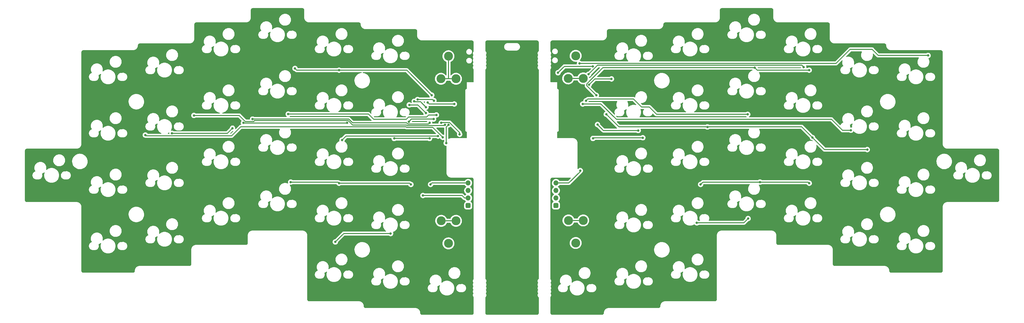
<source format=gtl>
%TF.GenerationSoftware,KiCad,Pcbnew,(5.99.0-10902-g92c4596252)*%
%TF.CreationDate,2021-06-13T22:15:15+08:00*%
%TF.ProjectId,jiran-ble-lite,6a697261-6e2d-4626-9c65-2d6c6974652e,r0.1*%
%TF.SameCoordinates,Original*%
%TF.FileFunction,Copper,L1,Top*%
%TF.FilePolarity,Positive*%
%FSLAX46Y46*%
G04 Gerber Fmt 4.6, Leading zero omitted, Abs format (unit mm)*
G04 Created by KiCad (PCBNEW (5.99.0-10902-g92c4596252)) date 2021-06-13 22:15:15*
%MOMM*%
%LPD*%
G01*
G04 APERTURE LIST*
G04 Aperture macros list*
%AMRoundRect*
0 Rectangle with rounded corners*
0 $1 Rounding radius*
0 $2 $3 $4 $5 $6 $7 $8 $9 X,Y pos of 4 corners*
0 Add a 4 corners polygon primitive as box body*
4,1,4,$2,$3,$4,$5,$6,$7,$8,$9,$2,$3,0*
0 Add four circle primitives for the rounded corners*
1,1,$1+$1,$2,$3*
1,1,$1+$1,$4,$5*
1,1,$1+$1,$6,$7*
1,1,$1+$1,$8,$9*
0 Add four rect primitives between the rounded corners*
20,1,$1+$1,$2,$3,$4,$5,0*
20,1,$1+$1,$4,$5,$6,$7,0*
20,1,$1+$1,$6,$7,$8,$9,0*
20,1,$1+$1,$8,$9,$2,$3,0*%
G04 Aperture macros list end*
%TA.AperFunction,ComponentPad*%
%ADD10RoundRect,0.425000X0.425000X0.425000X-0.425000X0.425000X-0.425000X-0.425000X0.425000X-0.425000X0*%
%TD*%
%TA.AperFunction,ComponentPad*%
%ADD11O,1.700000X1.700000*%
%TD*%
%TA.AperFunction,ComponentPad*%
%ADD12C,3.000000*%
%TD*%
%TA.AperFunction,ViaPad*%
%ADD13C,0.800000*%
%TD*%
%TA.AperFunction,Conductor*%
%ADD14C,0.350000*%
%TD*%
G04 APERTURE END LIST*
D10*
%TO.P,J4,1,Pin_1*%
%TO.N,GND*%
X228041200Y-106984800D03*
D11*
%TO.P,J4,2,Pin_2*%
%TO.N,/jiran-ble-lite-right/nRF_VDD*%
X228041200Y-104444800D03*
%TO.P,J4,3,Pin_3*%
%TO.N,/jiran-ble-lite-right/SWD*%
X228041200Y-101904800D03*
%TO.P,J4,4,Pin_4*%
%TO.N,/jiran-ble-lite-right/SWC*%
X228041200Y-99364800D03*
%TD*%
D12*
%TO.P,J3,1,Pin_1*%
%TO.N,/jiran-ble-lite-right/VBAT*%
X237236000Y-64011000D03*
X234696000Y-56391000D03*
X232156000Y-64011000D03*
%TO.P,J3,2,Pin_2*%
%TO.N,GND*%
X234696000Y-119631000D03*
X237236000Y-112011000D03*
X232246000Y-112011000D03*
%TD*%
%TO.P,J1,1,Pin_1*%
%TO.N,/VBAT*%
X194310000Y-64138000D03*
X191770000Y-56518000D03*
X189230000Y-64138000D03*
%TO.P,J1,2,Pin_2*%
%TO.N,GND*%
X191770000Y-119758000D03*
X194310000Y-112138000D03*
X189320000Y-112138000D03*
%TD*%
D10*
%TO.P,J2,1,Pin_1*%
%TO.N,GND*%
X198424800Y-106984800D03*
D11*
%TO.P,J2,2,Pin_2*%
%TO.N,/nRF_VDD*%
X198424800Y-104444800D03*
%TO.P,J2,3,Pin_3*%
%TO.N,/SWD*%
X198424800Y-101904800D03*
%TO.P,J2,4,Pin_4*%
%TO.N,/SWC*%
X198424800Y-99364800D03*
%TD*%
D13*
%TO.N,/P0.23*%
X140003600Y-60655400D03*
X154876200Y-61239300D03*
X186157900Y-69683900D03*
%TO.N,/P0.21*%
X118925900Y-80848200D03*
X157588500Y-79043600D03*
X98525500Y-82592800D03*
X178556200Y-72975000D03*
X184188900Y-75732500D03*
X122616000Y-79038600D03*
%TO.N,/P0.19*%
X138550400Y-99059600D03*
X179102500Y-99841000D03*
X154869100Y-99427200D03*
X184182500Y-73736300D03*
X180225000Y-71761100D03*
%TO.N,/P1.03*%
X153613900Y-119257500D03*
X137715500Y-76071300D03*
X187716600Y-76359800D03*
X172268800Y-116423900D03*
%TO.N,/P1.01*%
X178404600Y-78650900D03*
X186771600Y-77764600D03*
%TO.N,/jiran-ble-lite-right/P0.23*%
X313455300Y-61220300D03*
X241675700Y-69722500D03*
X295109900Y-60406200D03*
%TO.N,/jiran-ble-lite-right/P0.21*%
X314574900Y-84004400D03*
X245014700Y-76118100D03*
X279154100Y-80424500D03*
X333070900Y-88066000D03*
%TO.N,/jiran-ble-lite-right/P0.19*%
X276826500Y-99841000D03*
X296874000Y-99059600D03*
X242064500Y-79613300D03*
X313476500Y-99425400D03*
X255782400Y-81615500D03*
%TO.N,/jiran-ble-lite-right/P1.03*%
X257324200Y-84062900D03*
X275566100Y-112811700D03*
X240540500Y-84307800D03*
X292859300Y-111369100D03*
%TO.N,GND*%
X240506700Y-59933500D03*
X193746100Y-72657900D03*
X228736900Y-62103800D03*
X184744200Y-72169600D03*
%TO.N,/SWC*%
X189335000Y-79038600D03*
X195547400Y-82904200D03*
X185739200Y-99841000D03*
%TO.N,/SWD*%
X191030000Y-85906900D03*
X191795200Y-79680100D03*
%TO.N,/nRF_VDD*%
X183169600Y-103578200D03*
X181355000Y-71151200D03*
X186865500Y-71525800D03*
%TO.N,/jiran-ble-lite-right/SWC*%
X236242100Y-95165500D03*
%TO.N,/P0.03*%
X189850000Y-83936500D03*
X89525700Y-83150700D03*
%TO.N,/P0.02*%
X190607600Y-79680100D03*
X105918700Y-76541200D03*
%TO.N,/P0.28*%
X125695400Y-77767600D03*
X185421900Y-78994000D03*
%TO.N,/P0.29*%
X155872000Y-84884600D03*
X188272000Y-83487000D03*
%TO.N,/P0.30*%
X173486900Y-84307800D03*
X185410700Y-84307800D03*
%TO.N,/jiran-ble-lite-right/P0.03*%
X353568900Y-56275100D03*
X235994900Y-58939700D03*
%TO.N,/jiran-ble-lite-right/P0.02*%
X237080500Y-72657900D03*
X327516600Y-81527000D03*
%TO.N,/jiran-ble-lite-right/P0.28*%
X239048500Y-62621300D03*
X311609500Y-60227400D03*
%TO.N,/jiran-ble-lite-right/P0.29*%
X238185100Y-71571500D03*
X292724900Y-76146100D03*
%TO.N,/jiran-ble-lite-right/P0.30*%
X246778600Y-64187500D03*
X239202000Y-66178800D03*
%TD*%
D14*
%TO.N,/P0.23*%
X154876200Y-61239300D02*
X177713300Y-61239300D01*
X140003600Y-60655400D02*
X140587500Y-61239300D01*
X177713300Y-61239300D02*
X186157900Y-69683900D01*
X140587500Y-61239300D02*
X154876200Y-61239300D01*
%TO.N,/P0.21*%
X181431400Y-72975000D02*
X184188900Y-75732500D01*
X117181300Y-82592800D02*
X118925900Y-80848200D01*
X122708600Y-79131200D02*
X157500900Y-79131200D01*
X157500900Y-79131200D02*
X157588500Y-79043600D01*
X122616000Y-79038600D02*
X122708600Y-79131200D01*
X98525500Y-82592800D02*
X117181300Y-82592800D01*
X178556200Y-72975000D02*
X181431400Y-72975000D01*
%TO.N,/P0.19*%
X154869100Y-99427200D02*
X178688700Y-99427200D01*
X180390400Y-71926500D02*
X182372700Y-71926500D01*
X178688700Y-99427200D02*
X179102500Y-99841000D01*
X180225000Y-71761100D02*
X180390400Y-71926500D01*
X182372700Y-71926500D02*
X184182500Y-73736300D01*
X154501500Y-99059600D02*
X154869100Y-99427200D01*
X138550400Y-99059600D02*
X154501500Y-99059600D01*
%TO.N,/P1.03*%
X156447500Y-116423900D02*
X153613900Y-119257500D01*
X172268800Y-116423900D02*
X156447500Y-116423900D01*
X164785300Y-76071300D02*
X137715500Y-76071300D01*
X178338300Y-77055700D02*
X177556300Y-77837700D01*
X185111500Y-76359800D02*
X184415600Y-77055700D01*
X166551700Y-77837700D02*
X164785300Y-76071300D01*
X187716600Y-76359800D02*
X185111500Y-76359800D01*
X177556300Y-77837700D02*
X166551700Y-77837700D01*
X184415600Y-77055700D02*
X178338300Y-77055700D01*
%TO.N,/P1.01*%
X179290900Y-77764600D02*
X178404600Y-78650900D01*
X186771600Y-77764600D02*
X179290900Y-77764600D01*
%TO.N,/jiran-ble-lite-right/P0.23*%
X313455300Y-61220300D02*
X295924000Y-61220300D01*
X295924000Y-61220300D02*
X295109900Y-60406200D01*
X241649200Y-69722400D02*
X241675700Y-69722400D01*
X238426700Y-65857700D02*
X238426700Y-66499900D01*
X241675700Y-69722400D02*
X241675700Y-69722500D01*
X238426700Y-66499900D02*
X241649200Y-69722400D01*
X295109900Y-60406200D02*
X243878200Y-60406200D01*
X243878200Y-60406200D02*
X238426700Y-65857700D01*
%TO.N,/jiran-ble-lite-right/P0.21*%
X314574900Y-84004400D02*
X310918700Y-80348200D01*
X333070900Y-88066000D02*
X318636500Y-88066000D01*
X279154100Y-80348200D02*
X279154100Y-80424500D01*
X249244800Y-80348200D02*
X245014700Y-76118100D01*
X310918700Y-80348200D02*
X279154100Y-80348200D01*
X279154100Y-80348200D02*
X249244800Y-80348200D01*
X318636500Y-88066000D02*
X314574900Y-84004400D01*
%TO.N,/jiran-ble-lite-right/P0.19*%
X296874000Y-99059600D02*
X277607900Y-99059600D01*
X277607900Y-99059600D02*
X276826500Y-99841000D01*
X313110700Y-99059600D02*
X296874000Y-99059600D01*
X313476500Y-99425400D02*
X313110700Y-99059600D01*
X255782400Y-81615500D02*
X244066700Y-81615500D01*
X244066700Y-81615500D02*
X242064500Y-79613300D01*
%TO.N,/jiran-ble-lite-right/P1.03*%
X240785400Y-84062900D02*
X240540500Y-84307800D01*
X292859300Y-111369100D02*
X291416700Y-112811700D01*
X257324200Y-84062900D02*
X240785400Y-84062900D01*
X291416700Y-112811700D02*
X275566100Y-112811700D01*
%TO.N,GND*%
X237236000Y-112011000D02*
X232246000Y-112011000D01*
X185232500Y-72657900D02*
X184744200Y-72169600D01*
X240506700Y-59933500D02*
X230907200Y-59933500D01*
X194310000Y-112138000D02*
X189320000Y-112138000D01*
X230907200Y-59933500D02*
X228736900Y-62103800D01*
X193746100Y-72657900D02*
X185232500Y-72657900D01*
%TO.N,/VBAT*%
X194310000Y-64138000D02*
X191770000Y-64138000D01*
X191770000Y-56518000D02*
X191770000Y-64138000D01*
X191770000Y-64138000D02*
X189230000Y-64138000D01*
%TO.N,/SWC*%
X192139700Y-78904700D02*
X189468900Y-78904700D01*
X186215400Y-99364800D02*
X185739200Y-99841000D01*
X198424800Y-99364800D02*
X186215400Y-99364800D01*
X189468900Y-78904700D02*
X189335000Y-79038600D01*
X195547400Y-82904200D02*
X195547400Y-82312400D01*
X195547400Y-82312400D02*
X192139700Y-78904700D01*
%TO.N,/SWD*%
X191795200Y-79680100D02*
X191030000Y-80445300D01*
X191030000Y-80445300D02*
X191030000Y-85906900D01*
%TO.N,/nRF_VDD*%
X196332900Y-103578200D02*
X197199500Y-104444800D01*
X183169600Y-103578200D02*
X196332900Y-103578200D01*
X186490900Y-71151200D02*
X181355000Y-71151200D01*
X186865500Y-71525800D02*
X186490900Y-71151200D01*
X198424800Y-104444800D02*
X197199500Y-104444800D01*
%TO.N,/jiran-ble-lite-right/VBAT*%
X232156000Y-64011000D02*
X237236000Y-64011000D01*
%TO.N,/jiran-ble-lite-right/SWC*%
X236242100Y-95496000D02*
X232373300Y-99364800D01*
X236242100Y-95165500D02*
X236242100Y-95496000D01*
X232373300Y-99364800D02*
X228041200Y-99364800D01*
%TO.N,/P0.03*%
X177627500Y-80526800D02*
X186440300Y-80526800D01*
X121669600Y-80402200D02*
X177502900Y-80402200D01*
X177502900Y-80402200D02*
X177627500Y-80526800D01*
X118665800Y-83406000D02*
X121669600Y-80402200D01*
X89525700Y-83150700D02*
X89781000Y-83406000D01*
X186440300Y-80526800D02*
X189850000Y-83936500D01*
X89781000Y-83406000D02*
X118665800Y-83406000D01*
%TO.N,/P0.02*%
X177855500Y-79976500D02*
X190311200Y-79976500D01*
X177692900Y-79813900D02*
X177855500Y-79976500D01*
X159455300Y-79813900D02*
X177692900Y-79813900D01*
X190311200Y-79976500D02*
X190607600Y-79680100D01*
X123242400Y-78568500D02*
X126051700Y-78568500D01*
X105918700Y-76541200D02*
X121215100Y-76541200D01*
X126051700Y-78568500D02*
X126351900Y-78268300D01*
X121215100Y-76541200D02*
X123242400Y-78568500D01*
X157909700Y-78268300D02*
X159455300Y-79813900D01*
X126351900Y-78268300D02*
X157909700Y-78268300D01*
%TO.N,/P0.28*%
X125745000Y-77718000D02*
X158137700Y-77718000D01*
X159413700Y-78994000D02*
X177651300Y-78994000D01*
X177651300Y-78994000D02*
X178083500Y-79426200D01*
X184989700Y-79426200D02*
X185421900Y-78994000D01*
X178083500Y-79426200D02*
X184989700Y-79426200D01*
X158137700Y-77718000D02*
X159413700Y-78994000D01*
X125695400Y-77767600D02*
X125745000Y-77718000D01*
%TO.N,/P0.29*%
X155872000Y-84884600D02*
X157269600Y-83487000D01*
X157269600Y-83487000D02*
X188272000Y-83487000D01*
%TO.N,/P0.30*%
X173486900Y-84307800D02*
X185410700Y-84307800D01*
%TO.N,/jiran-ble-lite-right/P0.03*%
X235994900Y-58939700D02*
X322553600Y-58939700D01*
X322553600Y-58939700D02*
X327247100Y-54246200D01*
X327247100Y-54246200D02*
X334747400Y-54246200D01*
X334747400Y-54246200D02*
X336776300Y-56275100D01*
X336776300Y-56275100D02*
X353568900Y-56275100D01*
%TO.N,/jiran-ble-lite-right/P0.02*%
X321021200Y-77867700D02*
X324680500Y-81527000D01*
X237080500Y-72657900D02*
X243200100Y-72657900D01*
X248409900Y-77867700D02*
X321021200Y-77867700D01*
X324680500Y-81527000D02*
X327516600Y-81527000D01*
X243200100Y-72657900D02*
X248409900Y-77867700D01*
%TO.N,/jiran-ble-lite-right/P0.28*%
X239048500Y-62621300D02*
X242087300Y-59582500D01*
X310964600Y-59582500D02*
X311609500Y-60227400D01*
X242087300Y-59582500D02*
X310964600Y-59582500D01*
%TO.N,/jiran-ble-lite-right/P0.29*%
X256883700Y-73655700D02*
X259494100Y-73655700D01*
X238751400Y-71005200D02*
X254233200Y-71005200D01*
X238185100Y-71571500D02*
X238751400Y-71005200D01*
X261984500Y-76146100D02*
X292724900Y-76146100D01*
X259494100Y-73655700D02*
X261984500Y-76146100D01*
X254233200Y-71005200D02*
X256883700Y-73655700D01*
%TO.N,/jiran-ble-lite-right/P0.30*%
X241193300Y-64187500D02*
X239202000Y-66178800D01*
X246778600Y-64187500D02*
X241193300Y-64187500D01*
%TD*%
%TA.AperFunction,NonConductor*%
G36*
X183794706Y-71854702D02*
G01*
X183841199Y-71908358D01*
X183851210Y-71977986D01*
X183850662Y-71979673D01*
X183850005Y-71985923D01*
X183850004Y-71985929D01*
X183841275Y-72068982D01*
X183835212Y-72126676D01*
X183834699Y-72131554D01*
X183807686Y-72197211D01*
X183749465Y-72237841D01*
X183678519Y-72240544D01*
X183620294Y-72207479D01*
X183462610Y-72049795D01*
X183428584Y-71987483D01*
X183433649Y-71916668D01*
X183476196Y-71859832D01*
X183542716Y-71835021D01*
X183551705Y-71834700D01*
X183726585Y-71834700D01*
X183794706Y-71854702D01*
G37*
%TD.AperFunction*%
%TA.AperFunction,NonConductor*%
G36*
X169788817Y-74456914D02*
G01*
X169840044Y-74506070D01*
X169856564Y-74575118D01*
X169850559Y-74607659D01*
X169784603Y-74810654D01*
X169784602Y-74810658D01*
X169783375Y-74814435D01*
X169724372Y-75123739D01*
X169704600Y-75438000D01*
X169724372Y-75752261D01*
X169783375Y-76061565D01*
X169784601Y-76065339D01*
X169784602Y-76065342D01*
X169808709Y-76139535D01*
X169880678Y-76361036D01*
X170014749Y-76645949D01*
X170016867Y-76649287D01*
X170016869Y-76649290D01*
X170113049Y-76800846D01*
X170183471Y-76911813D01*
X170196649Y-76927742D01*
X170213312Y-76947885D01*
X170241322Y-77013123D01*
X170229615Y-77083148D01*
X170181908Y-77135727D01*
X170116227Y-77154200D01*
X166887005Y-77154200D01*
X166818884Y-77134198D01*
X166797910Y-77117295D01*
X166671149Y-76990534D01*
X166637123Y-76928222D01*
X166642188Y-76857407D01*
X166684735Y-76800571D01*
X166751255Y-76775760D01*
X166788480Y-76778644D01*
X166931153Y-76811451D01*
X166936359Y-76812648D01*
X166941687Y-76812951D01*
X166941690Y-76812951D01*
X167066745Y-76820052D01*
X167170769Y-76825959D01*
X167176076Y-76825359D01*
X167176078Y-76825359D01*
X167398768Y-76800183D01*
X167398773Y-76800182D01*
X167404071Y-76799583D01*
X167409188Y-76798101D01*
X167409194Y-76798100D01*
X167446412Y-76787322D01*
X167509692Y-76785554D01*
X167519881Y-76787897D01*
X167525212Y-76788200D01*
X167525214Y-76788200D01*
X167656458Y-76795652D01*
X167750071Y-76800968D01*
X167755378Y-76800368D01*
X167755380Y-76800368D01*
X167886285Y-76785569D01*
X167979173Y-76775068D01*
X167984288Y-76773587D01*
X167984292Y-76773586D01*
X168113298Y-76736228D01*
X168200635Y-76710937D01*
X168408125Y-76610409D01*
X168412463Y-76607309D01*
X168412468Y-76607306D01*
X168591370Y-76479459D01*
X168595711Y-76476357D01*
X168703617Y-76367506D01*
X168754277Y-76316403D01*
X168754278Y-76316402D01*
X168758030Y-76312617D01*
X168767904Y-76298542D01*
X168887375Y-76128236D01*
X168887376Y-76128234D01*
X168890439Y-76123868D01*
X168989153Y-75915508D01*
X169051349Y-75693494D01*
X169053063Y-75677054D01*
X169064357Y-75568686D01*
X169075249Y-75464176D01*
X169075462Y-75441958D01*
X169075472Y-75440963D01*
X169075472Y-75440954D01*
X169075500Y-75438000D01*
X169074161Y-75422217D01*
X169056458Y-75213576D01*
X169056457Y-75213572D01*
X169056007Y-75208265D01*
X169054514Y-75202510D01*
X168999426Y-74990269D01*
X168998084Y-74985098D01*
X168995891Y-74980230D01*
X168995889Y-74980224D01*
X168990325Y-74967873D01*
X168980582Y-74897548D01*
X169010407Y-74833120D01*
X169058006Y-74799296D01*
X169280570Y-74709375D01*
X169280576Y-74709372D01*
X169284660Y-74707722D01*
X169288475Y-74705520D01*
X169288480Y-74705517D01*
X169402628Y-74639613D01*
X169527935Y-74567267D01*
X169653156Y-74469433D01*
X169719146Y-74443257D01*
X169788817Y-74456914D01*
G37*
%TD.AperFunction*%
%TA.AperFunction,NonConductor*%
G36*
X164518116Y-76774802D02*
G01*
X164539090Y-76791705D01*
X165842790Y-78095405D01*
X165876816Y-78157717D01*
X165871751Y-78228532D01*
X165829204Y-78285368D01*
X165762684Y-78310179D01*
X165753695Y-78310500D01*
X159749005Y-78310500D01*
X159680884Y-78290498D01*
X159659910Y-78273595D01*
X158640636Y-77254321D01*
X158634782Y-77248055D01*
X158598396Y-77206345D01*
X158548067Y-77170973D01*
X158542772Y-77167040D01*
X158500337Y-77133767D01*
X158494362Y-77129082D01*
X158487443Y-77125958D01*
X158483167Y-77123368D01*
X158473680Y-77117957D01*
X158469263Y-77115589D01*
X158463051Y-77111223D01*
X158405739Y-77088878D01*
X158399658Y-77086322D01*
X158392411Y-77083050D01*
X158343590Y-77061006D01*
X158336122Y-77059622D01*
X158331278Y-77058104D01*
X158320892Y-77055145D01*
X158315996Y-77053888D01*
X158308923Y-77051130D01*
X158301393Y-77050139D01*
X158301390Y-77050138D01*
X158247925Y-77043100D01*
X158241408Y-77042068D01*
X158188398Y-77032243D01*
X158180931Y-77030859D01*
X158173351Y-77031296D01*
X158173350Y-77031296D01*
X158121411Y-77034291D01*
X158114158Y-77034500D01*
X138323182Y-77034500D01*
X138255061Y-77014498D01*
X138208568Y-76960842D01*
X138198464Y-76890568D01*
X138227958Y-76825988D01*
X138249123Y-76806563D01*
X138287250Y-76778863D01*
X138361309Y-76754800D01*
X164449995Y-76754800D01*
X164518116Y-76774802D01*
G37*
%TD.AperFunction*%
%TA.AperFunction,NonConductor*%
G36*
X184539854Y-78468102D02*
G01*
X184586347Y-78521758D01*
X184596451Y-78592032D01*
X184587977Y-78621405D01*
X184587376Y-78622446D01*
X184583892Y-78633168D01*
X184576592Y-78655636D01*
X184536519Y-78714242D01*
X184471122Y-78741879D01*
X184456759Y-78742700D01*
X179583605Y-78742700D01*
X179515484Y-78722698D01*
X179468991Y-78669042D01*
X179458887Y-78598768D01*
X179488381Y-78534188D01*
X179494510Y-78527605D01*
X179537110Y-78485005D01*
X179599422Y-78450979D01*
X179626205Y-78448100D01*
X184471733Y-78448100D01*
X184539854Y-78468102D01*
G37*
%TD.AperFunction*%
%TA.AperFunction,NonConductor*%
G36*
X97564364Y-82320388D02*
G01*
X97613844Y-82371302D01*
X97627716Y-82443272D01*
X97612000Y-82592800D01*
X97612468Y-82597255D01*
X97592688Y-82664621D01*
X97539032Y-82711114D01*
X97486690Y-82722500D01*
X97225207Y-82722500D01*
X97157086Y-82702498D01*
X97110593Y-82648842D01*
X97100489Y-82578568D01*
X97129983Y-82513988D01*
X97164506Y-82486085D01*
X97165276Y-82485662D01*
X97276220Y-82424670D01*
X97352060Y-82382977D01*
X97352063Y-82382975D01*
X97355532Y-82381068D01*
X97428346Y-82328166D01*
X97495213Y-82304308D01*
X97564364Y-82320388D01*
G37*
%TD.AperFunction*%
%TA.AperFunction,NonConductor*%
G36*
X119103660Y-81767468D02*
G01*
X119155506Y-81815971D01*
X119172899Y-81884804D01*
X119150317Y-81952113D01*
X119136085Y-81969100D01*
X118419590Y-82685595D01*
X118357278Y-82719621D01*
X118330495Y-82722500D01*
X118322405Y-82722500D01*
X118254284Y-82702498D01*
X118207791Y-82648842D01*
X118197687Y-82578568D01*
X118227181Y-82513988D01*
X118233310Y-82507405D01*
X118948855Y-81791860D01*
X119011167Y-81757834D01*
X119018245Y-81756696D01*
X119021387Y-81756696D01*
X119027848Y-81755323D01*
X119033821Y-81754695D01*
X119103660Y-81767468D01*
G37*
%TD.AperFunction*%
%TA.AperFunction,NonConductor*%
G36*
X190288621Y-80680002D02*
G01*
X190335114Y-80733658D01*
X190346500Y-80786000D01*
X190346500Y-82969060D01*
X190326498Y-83037181D01*
X190272842Y-83083674D01*
X190202568Y-83093778D01*
X190169252Y-83084167D01*
X190138322Y-83070396D01*
X190138314Y-83070393D01*
X190132287Y-83067710D01*
X189945487Y-83028004D01*
X189945555Y-83027685D01*
X189883228Y-83002046D01*
X189872955Y-82992840D01*
X187755210Y-80875095D01*
X187721184Y-80812783D01*
X187726249Y-80741968D01*
X187768796Y-80685132D01*
X187835316Y-80660321D01*
X187844305Y-80660000D01*
X190220500Y-80660000D01*
X190288621Y-80680002D01*
G37*
%TD.AperFunction*%
%TA.AperFunction,NonConductor*%
G36*
X142432635Y-40261064D02*
G01*
X142442048Y-40262790D01*
X142492479Y-40264144D01*
X142527595Y-40265088D01*
X142536561Y-40265650D01*
X142554808Y-40267447D01*
X142567041Y-40269261D01*
X142664711Y-40288689D01*
X142688346Y-40295859D01*
X142718327Y-40308277D01*
X142779527Y-40333627D01*
X142801296Y-40345262D01*
X142883366Y-40400099D01*
X142902453Y-40415764D01*
X142972236Y-40485546D01*
X142987905Y-40504638D01*
X142997246Y-40518618D01*
X143042733Y-40586696D01*
X143054375Y-40608478D01*
X143092138Y-40699644D01*
X143099309Y-40723282D01*
X143118739Y-40820963D01*
X143120552Y-40833185D01*
X143122350Y-40851439D01*
X143122351Y-40851445D01*
X143122912Y-40860405D01*
X143125122Y-40942676D01*
X143125877Y-40947098D01*
X143127203Y-40954865D01*
X143129000Y-40976070D01*
X143129000Y-43356019D01*
X143127976Y-43372054D01*
X143123159Y-43409598D01*
X143123289Y-43414450D01*
X143123289Y-43414457D01*
X143125319Y-43490008D01*
X143125252Y-43491838D01*
X143124622Y-43494381D01*
X143124907Y-43501185D01*
X143124907Y-43501191D01*
X143126848Y-43547484D01*
X143126913Y-43549363D01*
X143128138Y-43594955D01*
X143128834Y-43599032D01*
X143129139Y-43603380D01*
X143129218Y-43604042D01*
X143129422Y-43608903D01*
X143130372Y-43613677D01*
X143136834Y-43646165D01*
X143137458Y-43649542D01*
X143146920Y-43704962D01*
X143149153Y-43709543D01*
X143150386Y-43714293D01*
X143163799Y-43781723D01*
X143167163Y-43798637D01*
X143168576Y-43808238D01*
X143168209Y-43816168D01*
X143181085Y-43869187D01*
X143182206Y-43874266D01*
X143187493Y-43900845D01*
X143188981Y-43905070D01*
X143188981Y-43905071D01*
X143189517Y-43906593D01*
X143193107Y-43918695D01*
X143194109Y-43922821D01*
X143194112Y-43922829D01*
X143195259Y-43927553D01*
X143197121Y-43932049D01*
X143197122Y-43932051D01*
X143204898Y-43950824D01*
X143207336Y-43957190D01*
X143218759Y-43989627D01*
X143224563Y-44006108D01*
X143229802Y-44013398D01*
X143232159Y-44017916D01*
X143236856Y-44027976D01*
X143262090Y-44088895D01*
X143269290Y-44106278D01*
X143272550Y-44115421D01*
X143273737Y-44123271D01*
X143277516Y-44131412D01*
X143277517Y-44131415D01*
X143296689Y-44172717D01*
X143298808Y-44177543D01*
X143309169Y-44202556D01*
X143311460Y-44206422D01*
X143312276Y-44207800D01*
X143318164Y-44218978D01*
X143321998Y-44227238D01*
X143324704Y-44231287D01*
X143324708Y-44231295D01*
X143335979Y-44248162D01*
X143339613Y-44253932D01*
X143361484Y-44290841D01*
X143361486Y-44290844D01*
X143366061Y-44298564D01*
X143372620Y-44304692D01*
X143375829Y-44308682D01*
X143382395Y-44317629D01*
X143429482Y-44388099D01*
X143434454Y-44396415D01*
X143437150Y-44403884D01*
X143442446Y-44411133D01*
X143442449Y-44411139D01*
X143469315Y-44447914D01*
X143472337Y-44452238D01*
X143484876Y-44471004D01*
X143484884Y-44471014D01*
X143487370Y-44474735D01*
X143490363Y-44478071D01*
X143491435Y-44479266D01*
X143499393Y-44489084D01*
X143504766Y-44496439D01*
X143522566Y-44514239D01*
X143527254Y-44519186D01*
X143561900Y-44557799D01*
X143569529Y-44562529D01*
X143573451Y-44565814D01*
X143581641Y-44573313D01*
X143641553Y-44633225D01*
X143648065Y-44640425D01*
X143652166Y-44647224D01*
X143663986Y-44658093D01*
X143692313Y-44684141D01*
X143696122Y-44687794D01*
X143715244Y-44706916D01*
X143718827Y-44709601D01*
X143720114Y-44710566D01*
X143729837Y-44718646D01*
X143732953Y-44721512D01*
X143732958Y-44721516D01*
X143736539Y-44724809D01*
X143740583Y-44727511D01*
X143740588Y-44727515D01*
X143757497Y-44738813D01*
X143763060Y-44742752D01*
X143797359Y-44768458D01*
X143797361Y-44768459D01*
X143804546Y-44773844D01*
X143812953Y-44776995D01*
X143817438Y-44779451D01*
X143826930Y-44785206D01*
X143897390Y-44832286D01*
X143905179Y-44838076D01*
X143910527Y-44843943D01*
X143918193Y-44848613D01*
X143918194Y-44848614D01*
X143957095Y-44872312D01*
X143961545Y-44875153D01*
X143984036Y-44890181D01*
X143988082Y-44892119D01*
X143988083Y-44892120D01*
X143989519Y-44892808D01*
X144000627Y-44898832D01*
X144001467Y-44899344D01*
X144004255Y-44901043D01*
X144004259Y-44901045D01*
X144008415Y-44903577D01*
X144031698Y-44913221D01*
X144037915Y-44915996D01*
X144072298Y-44932470D01*
X144084680Y-44938402D01*
X144093540Y-44939853D01*
X144098415Y-44941385D01*
X144108842Y-44945175D01*
X144123978Y-44951444D01*
X144187144Y-44977608D01*
X144195914Y-44981768D01*
X144202299Y-44986476D01*
X144224742Y-44994689D01*
X144253492Y-45005210D01*
X144258406Y-45007126D01*
X144279279Y-45015772D01*
X144279284Y-45015774D01*
X144283418Y-45017486D01*
X144289313Y-45018994D01*
X144301385Y-45022736D01*
X144309940Y-45025867D01*
X144333831Y-45030619D01*
X144334653Y-45030783D01*
X144341297Y-45032293D01*
X144391536Y-45045145D01*
X144400509Y-45044840D01*
X144405591Y-45045392D01*
X144416560Y-45047075D01*
X144470734Y-45057851D01*
X144498902Y-45063454D01*
X144500684Y-45063928D01*
X144503025Y-45065105D01*
X144509728Y-45066334D01*
X144509732Y-45066335D01*
X144555403Y-45074708D01*
X144557259Y-45075063D01*
X144595646Y-45082698D01*
X144601882Y-45083938D01*
X144606015Y-45084162D01*
X144610316Y-45084827D01*
X144610982Y-45084897D01*
X144615769Y-45085774D01*
X144620630Y-45085905D01*
X144620634Y-45085905D01*
X144650798Y-45086715D01*
X144653772Y-45086795D01*
X144657197Y-45086934D01*
X144713318Y-45089973D01*
X144718276Y-45088811D01*
X144723180Y-45088660D01*
X144796654Y-45090633D01*
X144796655Y-45090633D01*
X144801126Y-45090753D01*
X144805567Y-45090238D01*
X144805573Y-45090238D01*
X144843531Y-45085838D01*
X144858038Y-45085000D01*
X161459923Y-45085000D01*
X161482635Y-45087064D01*
X161492048Y-45088790D01*
X161542479Y-45090144D01*
X161577595Y-45091088D01*
X161586561Y-45091650D01*
X161604808Y-45093447D01*
X161617041Y-45095261D01*
X161714711Y-45114689D01*
X161738346Y-45121859D01*
X161768327Y-45134277D01*
X161829527Y-45159627D01*
X161851296Y-45171262D01*
X161933366Y-45226099D01*
X161952453Y-45241764D01*
X162022236Y-45311546D01*
X162037905Y-45330638D01*
X162047246Y-45344618D01*
X162092733Y-45412696D01*
X162104375Y-45434478D01*
X162142138Y-45525644D01*
X162149309Y-45549281D01*
X162157672Y-45591323D01*
X162168739Y-45646959D01*
X162168739Y-45646961D01*
X162170552Y-45659185D01*
X162171169Y-45665444D01*
X162172351Y-45677446D01*
X162172911Y-45686406D01*
X162173158Y-45695591D01*
X162173158Y-45695599D01*
X162173159Y-45695599D01*
X162175319Y-45776008D01*
X162175252Y-45777838D01*
X162174622Y-45780381D01*
X162174907Y-45787185D01*
X162174907Y-45787191D01*
X162176848Y-45833484D01*
X162176913Y-45835363D01*
X162178138Y-45880955D01*
X162178834Y-45885032D01*
X162179139Y-45889380D01*
X162179218Y-45890042D01*
X162179422Y-45894903D01*
X162180372Y-45899677D01*
X162186834Y-45932165D01*
X162187458Y-45935542D01*
X162188175Y-45939742D01*
X162196920Y-45990962D01*
X162199153Y-45995543D01*
X162200386Y-46000293D01*
X162209745Y-46047342D01*
X162217163Y-46084637D01*
X162218576Y-46094238D01*
X162218209Y-46102168D01*
X162231085Y-46155187D01*
X162232206Y-46160266D01*
X162237493Y-46186845D01*
X162238981Y-46191070D01*
X162238981Y-46191071D01*
X162239517Y-46192593D01*
X162243107Y-46204695D01*
X162244109Y-46208821D01*
X162244112Y-46208829D01*
X162245259Y-46213553D01*
X162247121Y-46218049D01*
X162247122Y-46218051D01*
X162254898Y-46236824D01*
X162257336Y-46243190D01*
X162268759Y-46275627D01*
X162274563Y-46292108D01*
X162279802Y-46299398D01*
X162282159Y-46303916D01*
X162286856Y-46313976D01*
X162312090Y-46374895D01*
X162319290Y-46392278D01*
X162322550Y-46401421D01*
X162323737Y-46409271D01*
X162327516Y-46417412D01*
X162327517Y-46417415D01*
X162346689Y-46458717D01*
X162348808Y-46463543D01*
X162359169Y-46488556D01*
X162361460Y-46492422D01*
X162362276Y-46493800D01*
X162368164Y-46504978D01*
X162371998Y-46513238D01*
X162374704Y-46517287D01*
X162374708Y-46517295D01*
X162385979Y-46534162D01*
X162389613Y-46539932D01*
X162411484Y-46576841D01*
X162411486Y-46576844D01*
X162416061Y-46584564D01*
X162422620Y-46590692D01*
X162425829Y-46594682D01*
X162432395Y-46603629D01*
X162479482Y-46674099D01*
X162484454Y-46682415D01*
X162487150Y-46689884D01*
X162492446Y-46697133D01*
X162492449Y-46697139D01*
X162519315Y-46733914D01*
X162522337Y-46738238D01*
X162534876Y-46757004D01*
X162534884Y-46757014D01*
X162537370Y-46760735D01*
X162540363Y-46764071D01*
X162541435Y-46765266D01*
X162549393Y-46775084D01*
X162554766Y-46782439D01*
X162572566Y-46800239D01*
X162577254Y-46805186D01*
X162611900Y-46843799D01*
X162619529Y-46848529D01*
X162623451Y-46851814D01*
X162631641Y-46859313D01*
X162691553Y-46919225D01*
X162698065Y-46926425D01*
X162702166Y-46933224D01*
X162713986Y-46944093D01*
X162742313Y-46970141D01*
X162746122Y-46973794D01*
X162765244Y-46992916D01*
X162768827Y-46995601D01*
X162770114Y-46996566D01*
X162779837Y-47004646D01*
X162782953Y-47007512D01*
X162782958Y-47007516D01*
X162786539Y-47010809D01*
X162790583Y-47013511D01*
X162790588Y-47013515D01*
X162807497Y-47024813D01*
X162813060Y-47028752D01*
X162847359Y-47054458D01*
X162847361Y-47054459D01*
X162854546Y-47059844D01*
X162862953Y-47062995D01*
X162867438Y-47065451D01*
X162876930Y-47071206D01*
X162947390Y-47118286D01*
X162955179Y-47124076D01*
X162960527Y-47129943D01*
X162968193Y-47134613D01*
X162968194Y-47134614D01*
X163007095Y-47158312D01*
X163011545Y-47161153D01*
X163034036Y-47176181D01*
X163038082Y-47178119D01*
X163038083Y-47178120D01*
X163039519Y-47178808D01*
X163050627Y-47184832D01*
X163051467Y-47185344D01*
X163054255Y-47187043D01*
X163054259Y-47187045D01*
X163058415Y-47189577D01*
X163081698Y-47199221D01*
X163087915Y-47201996D01*
X163122298Y-47218470D01*
X163134680Y-47224402D01*
X163143540Y-47225853D01*
X163148415Y-47227385D01*
X163158842Y-47231175D01*
X163173978Y-47237444D01*
X163237144Y-47263608D01*
X163245914Y-47267768D01*
X163252299Y-47272476D01*
X163274742Y-47280689D01*
X163303492Y-47291210D01*
X163308406Y-47293126D01*
X163329279Y-47301772D01*
X163329284Y-47301774D01*
X163333418Y-47303486D01*
X163339313Y-47304994D01*
X163351385Y-47308736D01*
X163359940Y-47311867D01*
X163383831Y-47316619D01*
X163384653Y-47316783D01*
X163391297Y-47318293D01*
X163441536Y-47331145D01*
X163450509Y-47330840D01*
X163455591Y-47331392D01*
X163466560Y-47333075D01*
X163520734Y-47343851D01*
X163548902Y-47349454D01*
X163550684Y-47349928D01*
X163553025Y-47351105D01*
X163559728Y-47352334D01*
X163559732Y-47352335D01*
X163605403Y-47360708D01*
X163607259Y-47361063D01*
X163645646Y-47368698D01*
X163651882Y-47369938D01*
X163656015Y-47370162D01*
X163660316Y-47370827D01*
X163660982Y-47370897D01*
X163665769Y-47371774D01*
X163670630Y-47371905D01*
X163670634Y-47371905D01*
X163700798Y-47372715D01*
X163703772Y-47372795D01*
X163707197Y-47372934D01*
X163763318Y-47375973D01*
X163768276Y-47374811D01*
X163773180Y-47374660D01*
X163846654Y-47376633D01*
X163846655Y-47376633D01*
X163851126Y-47376753D01*
X163855567Y-47376238D01*
X163855573Y-47376238D01*
X163893531Y-47371838D01*
X163908038Y-47371000D01*
X180509923Y-47371000D01*
X180532635Y-47373064D01*
X180542048Y-47374790D01*
X180592479Y-47376144D01*
X180627595Y-47377088D01*
X180636561Y-47377650D01*
X180654808Y-47379447D01*
X180667041Y-47381261D01*
X180764711Y-47400689D01*
X180788346Y-47407859D01*
X180818327Y-47420277D01*
X180879527Y-47445627D01*
X180901296Y-47457262D01*
X180983366Y-47512099D01*
X181002453Y-47527764D01*
X181072236Y-47597546D01*
X181087905Y-47616638D01*
X181097246Y-47630618D01*
X181142733Y-47698696D01*
X181154375Y-47720478D01*
X181192138Y-47811644D01*
X181199309Y-47835282D01*
X181218739Y-47932963D01*
X181220552Y-47945185D01*
X181221169Y-47951444D01*
X181222351Y-47963445D01*
X181222912Y-47972405D01*
X181225122Y-48054676D01*
X181225877Y-48059098D01*
X181227203Y-48066865D01*
X181229000Y-48088070D01*
X181229000Y-49452019D01*
X181227976Y-49468054D01*
X181223159Y-49505598D01*
X181223289Y-49510450D01*
X181223289Y-49510457D01*
X181225319Y-49586008D01*
X181225252Y-49587838D01*
X181224622Y-49590381D01*
X181224907Y-49597185D01*
X181224907Y-49597191D01*
X181226848Y-49643484D01*
X181226913Y-49645363D01*
X181228138Y-49690955D01*
X181228834Y-49695032D01*
X181229139Y-49699380D01*
X181229218Y-49700042D01*
X181229422Y-49704903D01*
X181232203Y-49718881D01*
X181236834Y-49742165D01*
X181237458Y-49745542D01*
X181240313Y-49762263D01*
X181246920Y-49800962D01*
X181249153Y-49805543D01*
X181250386Y-49810294D01*
X181267163Y-49894637D01*
X181268576Y-49904238D01*
X181268209Y-49912168D01*
X181281085Y-49965187D01*
X181282206Y-49970266D01*
X181287493Y-49996845D01*
X181288981Y-50001070D01*
X181288981Y-50001071D01*
X181289517Y-50002593D01*
X181293107Y-50014695D01*
X181294109Y-50018821D01*
X181294112Y-50018829D01*
X181295259Y-50023553D01*
X181297121Y-50028049D01*
X181297122Y-50028051D01*
X181304898Y-50046824D01*
X181307336Y-50053190D01*
X181311734Y-50065678D01*
X181324563Y-50102108D01*
X181329802Y-50109398D01*
X181332159Y-50113916D01*
X181336856Y-50123976D01*
X181366384Y-50195262D01*
X181369290Y-50202278D01*
X181372550Y-50211421D01*
X181373737Y-50219271D01*
X181377516Y-50227412D01*
X181377517Y-50227415D01*
X181396689Y-50268717D01*
X181398808Y-50273543D01*
X181409169Y-50298556D01*
X181411460Y-50302422D01*
X181412276Y-50303800D01*
X181418164Y-50314978D01*
X181421998Y-50323238D01*
X181424704Y-50327287D01*
X181424708Y-50327295D01*
X181435979Y-50344162D01*
X181439613Y-50349932D01*
X181461484Y-50386841D01*
X181461486Y-50386844D01*
X181466061Y-50394564D01*
X181472620Y-50400692D01*
X181475829Y-50404682D01*
X181482395Y-50413629D01*
X181529482Y-50484099D01*
X181534454Y-50492415D01*
X181537150Y-50499884D01*
X181542446Y-50507133D01*
X181542449Y-50507139D01*
X181569315Y-50543914D01*
X181572337Y-50548238D01*
X181584876Y-50567004D01*
X181584884Y-50567014D01*
X181587370Y-50570735D01*
X181590363Y-50574071D01*
X181591435Y-50575266D01*
X181599393Y-50585084D01*
X181604766Y-50592439D01*
X181622566Y-50610239D01*
X181627254Y-50615186D01*
X181661900Y-50653799D01*
X181669529Y-50658529D01*
X181673451Y-50661814D01*
X181681641Y-50669313D01*
X181741553Y-50729225D01*
X181748065Y-50736425D01*
X181752166Y-50743224D01*
X181771690Y-50761177D01*
X181792313Y-50780141D01*
X181796122Y-50783794D01*
X181815244Y-50802916D01*
X181818827Y-50805601D01*
X181820114Y-50806566D01*
X181829837Y-50814646D01*
X181832953Y-50817512D01*
X181832958Y-50817516D01*
X181836539Y-50820809D01*
X181840583Y-50823511D01*
X181840588Y-50823515D01*
X181857497Y-50834813D01*
X181863060Y-50838752D01*
X181897359Y-50864458D01*
X181897361Y-50864459D01*
X181904546Y-50869844D01*
X181912953Y-50872995D01*
X181917438Y-50875451D01*
X181926930Y-50881206D01*
X181997390Y-50928286D01*
X182005179Y-50934076D01*
X182010527Y-50939943D01*
X182018193Y-50944613D01*
X182018194Y-50944614D01*
X182057095Y-50968312D01*
X182061545Y-50971153D01*
X182084036Y-50986181D01*
X182088082Y-50988119D01*
X182088083Y-50988120D01*
X182089519Y-50988808D01*
X182100627Y-50994832D01*
X182101139Y-50995144D01*
X182104255Y-50997043D01*
X182104259Y-50997045D01*
X182108415Y-50999577D01*
X182131698Y-51009221D01*
X182137915Y-51011996D01*
X182161884Y-51023480D01*
X182184680Y-51034402D01*
X182193540Y-51035853D01*
X182198415Y-51037385D01*
X182208842Y-51041175D01*
X182223978Y-51047444D01*
X182287144Y-51073608D01*
X182295914Y-51077768D01*
X182302299Y-51082476D01*
X182324742Y-51090689D01*
X182353492Y-51101210D01*
X182358406Y-51103126D01*
X182379279Y-51111772D01*
X182379284Y-51111774D01*
X182383418Y-51113486D01*
X182389313Y-51114994D01*
X182401385Y-51118736D01*
X182409940Y-51121867D01*
X182433831Y-51126619D01*
X182434653Y-51126783D01*
X182441297Y-51128293D01*
X182491536Y-51141145D01*
X182500509Y-51140840D01*
X182505591Y-51141392D01*
X182516560Y-51143075D01*
X182539926Y-51147723D01*
X182598902Y-51159454D01*
X182600684Y-51159928D01*
X182603025Y-51161105D01*
X182609728Y-51162334D01*
X182609732Y-51162335D01*
X182655403Y-51170708D01*
X182657259Y-51171063D01*
X182689338Y-51177443D01*
X182701882Y-51179938D01*
X182706015Y-51180162D01*
X182710316Y-51180827D01*
X182710982Y-51180897D01*
X182715769Y-51181774D01*
X182720630Y-51181905D01*
X182720634Y-51181905D01*
X182750798Y-51182715D01*
X182753772Y-51182795D01*
X182757197Y-51182934D01*
X182813318Y-51185973D01*
X182818276Y-51184811D01*
X182823180Y-51184660D01*
X182896654Y-51186633D01*
X182896655Y-51186633D01*
X182901126Y-51186753D01*
X182905567Y-51186238D01*
X182905573Y-51186238D01*
X182943531Y-51181838D01*
X182958038Y-51181000D01*
X199559923Y-51181000D01*
X199582635Y-51183064D01*
X199592048Y-51184790D01*
X199642479Y-51186144D01*
X199677595Y-51187088D01*
X199686561Y-51187650D01*
X199704808Y-51189447D01*
X199717041Y-51191261D01*
X199814711Y-51210689D01*
X199838346Y-51217859D01*
X199868327Y-51230277D01*
X199929527Y-51255627D01*
X199951296Y-51267262D01*
X200033366Y-51322099D01*
X200052453Y-51337764D01*
X200122236Y-51407546D01*
X200137905Y-51426638D01*
X200147246Y-51440618D01*
X200192733Y-51508696D01*
X200204375Y-51530478D01*
X200242138Y-51621644D01*
X200249309Y-51645282D01*
X200268739Y-51742963D01*
X200270552Y-51755185D01*
X200272351Y-51773445D01*
X200272912Y-51782405D01*
X200275122Y-51864676D01*
X200275877Y-51869098D01*
X200277203Y-51876865D01*
X200279000Y-51898070D01*
X200279000Y-54532054D01*
X200277994Y-54547943D01*
X200273757Y-54581278D01*
X200273131Y-54586200D01*
X200273267Y-54591064D01*
X200273267Y-54591071D01*
X200274257Y-54626387D01*
X200272985Y-54643416D01*
X200272765Y-54649721D01*
X200271183Y-54658556D01*
X200272144Y-54667476D01*
X200272144Y-54667480D01*
X200276023Y-54703479D01*
X200276698Y-54713440D01*
X200276819Y-54717728D01*
X200277048Y-54725909D01*
X200279244Y-54738677D01*
X200280107Y-54743698D01*
X200281204Y-54751552D01*
X200283463Y-54772518D01*
X200284720Y-54777209D01*
X200284722Y-54777220D01*
X200286430Y-54783592D01*
X200288899Y-54794840D01*
X200290236Y-54802612D01*
X200282067Y-54873136D01*
X200259694Y-54908273D01*
X200187238Y-54988744D01*
X200182813Y-54993658D01*
X200147802Y-55054299D01*
X200096970Y-55142343D01*
X200087326Y-55159046D01*
X200080727Y-55179357D01*
X200031535Y-55330755D01*
X200028312Y-55340673D01*
X200027622Y-55347236D01*
X200027622Y-55347237D01*
X200010808Y-55507212D01*
X200008350Y-55530600D01*
X200009040Y-55537165D01*
X200027063Y-55708639D01*
X200028312Y-55720527D01*
X200030352Y-55726805D01*
X200030352Y-55726806D01*
X200043846Y-55768336D01*
X200087326Y-55902154D01*
X200090629Y-55907876D01*
X200090630Y-55907877D01*
X200180162Y-56062950D01*
X200196900Y-56131945D01*
X200180162Y-56188949D01*
X200087326Y-56349746D01*
X200066376Y-56414225D01*
X200034084Y-56513610D01*
X200028312Y-56531373D01*
X200027622Y-56537936D01*
X200027622Y-56537937D01*
X200020019Y-56610278D01*
X200008350Y-56721300D01*
X200009040Y-56727865D01*
X200016887Y-56802520D01*
X200028312Y-56911227D01*
X200030352Y-56917505D01*
X200030352Y-56917506D01*
X200035294Y-56932716D01*
X200087326Y-57092854D01*
X200090629Y-57098576D01*
X200090630Y-57098577D01*
X200116146Y-57142771D01*
X200172412Y-57240226D01*
X200180162Y-57253650D01*
X200196900Y-57322645D01*
X200180162Y-57379649D01*
X200087326Y-57540446D01*
X200068140Y-57599496D01*
X200034995Y-57701506D01*
X200028312Y-57722073D01*
X200027622Y-57728636D01*
X200027622Y-57728637D01*
X200022711Y-57775359D01*
X200008350Y-57912000D01*
X200009040Y-57918565D01*
X200016059Y-57985342D01*
X200028312Y-58101927D01*
X200030352Y-58108205D01*
X200030352Y-58108206D01*
X200054505Y-58182542D01*
X200087326Y-58283554D01*
X200090629Y-58289276D01*
X200090630Y-58289277D01*
X200111553Y-58325517D01*
X200169001Y-58425018D01*
X200180162Y-58444350D01*
X200196900Y-58513345D01*
X200180162Y-58570349D01*
X200166369Y-58594240D01*
X200102699Y-58704520D01*
X200087326Y-58731146D01*
X200073321Y-58774248D01*
X200035565Y-58890452D01*
X200028312Y-58912773D01*
X200008350Y-59102700D01*
X200009040Y-59109265D01*
X200027482Y-59284726D01*
X200028312Y-59292627D01*
X200030352Y-59298905D01*
X200030352Y-59298906D01*
X200056812Y-59380342D01*
X200087326Y-59474254D01*
X200090629Y-59479976D01*
X200090630Y-59479977D01*
X200099228Y-59494869D01*
X200178532Y-59632226D01*
X200180162Y-59635050D01*
X200196900Y-59704045D01*
X200180162Y-59761049D01*
X200171245Y-59776494D01*
X200101729Y-59896900D01*
X200087326Y-59921846D01*
X200085284Y-59928131D01*
X200032214Y-60091465D01*
X200028312Y-60103473D01*
X200027622Y-60110036D01*
X200027622Y-60110037D01*
X200015043Y-60229722D01*
X200008350Y-60293400D01*
X200009040Y-60299965D01*
X200027386Y-60474512D01*
X200028312Y-60483327D01*
X200087326Y-60664954D01*
X200090629Y-60670676D01*
X200090630Y-60670677D01*
X200100828Y-60688340D01*
X200182813Y-60830342D01*
X200187231Y-60835249D01*
X200187232Y-60835250D01*
X200260063Y-60916137D01*
X200290781Y-60980144D01*
X200290333Y-61023325D01*
X200289744Y-61026515D01*
X200287545Y-61036247D01*
X200285471Y-61043987D01*
X200285469Y-61043996D01*
X200284312Y-61048315D01*
X200283778Y-61052761D01*
X200282157Y-61066252D01*
X200280965Y-61074084D01*
X200278084Y-61089700D01*
X200277140Y-61094815D01*
X200276818Y-61106288D01*
X200275970Y-61117757D01*
X200271002Y-61159118D01*
X200272476Y-61167974D01*
X200272476Y-61167978D01*
X200272710Y-61169382D01*
X200274370Y-61193593D01*
X200273348Y-61230046D01*
X200273348Y-61230053D01*
X200273223Y-61234524D01*
X200273734Y-61238977D01*
X200273734Y-61238980D01*
X200277894Y-61275243D01*
X200278714Y-61290070D01*
X200264409Y-65152467D01*
X200244155Y-65220513D01*
X200190327Y-65266807D01*
X200138410Y-65278000D01*
X197993000Y-65278000D01*
X197993000Y-67448813D01*
X197972998Y-67516934D01*
X197919342Y-67563427D01*
X197901620Y-67569964D01*
X197894985Y-67571860D01*
X197878230Y-67575436D01*
X197857903Y-67578347D01*
X197857900Y-67578348D01*
X197849018Y-67579620D01*
X197840848Y-67583335D01*
X197840844Y-67583336D01*
X197825695Y-67590224D01*
X197808167Y-67596673D01*
X197792158Y-67601248D01*
X197792151Y-67601251D01*
X197783526Y-67603716D01*
X197758555Y-67619472D01*
X197743481Y-67627605D01*
X197716611Y-67639822D01*
X197703960Y-67650723D01*
X197697197Y-67656550D01*
X197682190Y-67667654D01*
X197660514Y-67681331D01*
X197643186Y-67700952D01*
X197640977Y-67703453D01*
X197628781Y-67715500D01*
X197613223Y-67728905D01*
X197613220Y-67728909D01*
X197606422Y-67734766D01*
X197601542Y-67742295D01*
X197601541Y-67742296D01*
X197592483Y-67756271D01*
X197581193Y-67771145D01*
X197564231Y-67790351D01*
X197551683Y-67817077D01*
X197543367Y-67832048D01*
X197527310Y-67856821D01*
X197524737Y-67865425D01*
X197524736Y-67865427D01*
X197519966Y-67881377D01*
X197513304Y-67898822D01*
X197502416Y-67922013D01*
X197501036Y-67930877D01*
X197501033Y-67930886D01*
X197497873Y-67951180D01*
X197494092Y-67967891D01*
X197488207Y-67987572D01*
X197485635Y-67996174D01*
X197485580Y-68005146D01*
X197485580Y-68005147D01*
X197485434Y-68028998D01*
X197485316Y-68031838D01*
X197485000Y-68033865D01*
X197485000Y-68099622D01*
X197484998Y-68100392D01*
X197484746Y-68141622D01*
X197484984Y-68142454D01*
X197485000Y-68142692D01*
X197485000Y-81561622D01*
X197484998Y-81562392D01*
X197484746Y-81603622D01*
X197487212Y-81612250D01*
X197487212Y-81612251D01*
X197492859Y-81632013D01*
X197496436Y-81648770D01*
X197498205Y-81661118D01*
X197500620Y-81677982D01*
X197504335Y-81686152D01*
X197504336Y-81686156D01*
X197511224Y-81701305D01*
X197517673Y-81718833D01*
X197522248Y-81734842D01*
X197522251Y-81734849D01*
X197524716Y-81743474D01*
X197540472Y-81768445D01*
X197548605Y-81783519D01*
X197560822Y-81810389D01*
X197577550Y-81829803D01*
X197588654Y-81844810D01*
X197602331Y-81866486D01*
X197623073Y-81884804D01*
X197624453Y-81886023D01*
X197636500Y-81898219D01*
X197649905Y-81913777D01*
X197649909Y-81913780D01*
X197655766Y-81920578D01*
X197663295Y-81925458D01*
X197663296Y-81925459D01*
X197677271Y-81934517D01*
X197692145Y-81945807D01*
X197711351Y-81962769D01*
X197738077Y-81975317D01*
X197753048Y-81983633D01*
X197777821Y-81999690D01*
X197786425Y-82002263D01*
X197786427Y-82002264D01*
X197802377Y-82007034D01*
X197819822Y-82013696D01*
X197834887Y-82020769D01*
X197834889Y-82020769D01*
X197843013Y-82024584D01*
X197851877Y-82025964D01*
X197851886Y-82025967D01*
X197872180Y-82029127D01*
X197888886Y-82032906D01*
X197897031Y-82035341D01*
X197903095Y-82037155D01*
X197962630Y-82075832D01*
X197991804Y-82140557D01*
X197993000Y-82157874D01*
X197993000Y-84075000D01*
X197972998Y-84143121D01*
X197919342Y-84189614D01*
X197867000Y-84201000D01*
X192861328Y-84201000D01*
X192845293Y-84199975D01*
X192812592Y-84195779D01*
X192812589Y-84195779D01*
X192807758Y-84195159D01*
X192765768Y-84196287D01*
X192727348Y-84197319D01*
X192725519Y-84197252D01*
X192722976Y-84196622D01*
X192669857Y-84198849D01*
X192667992Y-84198914D01*
X192622401Y-84200138D01*
X192618322Y-84200834D01*
X192613992Y-84201138D01*
X192613325Y-84201218D01*
X192608454Y-84201422D01*
X192603676Y-84202372D01*
X192603671Y-84202373D01*
X192571195Y-84208833D01*
X192567819Y-84209457D01*
X192521242Y-84217409D01*
X192521241Y-84217409D01*
X192512393Y-84218920D01*
X192507814Y-84221153D01*
X192503059Y-84222386D01*
X192418721Y-84239161D01*
X192409117Y-84240575D01*
X192401187Y-84240208D01*
X192392466Y-84242326D01*
X192392465Y-84242326D01*
X192389369Y-84243078D01*
X192348178Y-84253082D01*
X192343051Y-84254213D01*
X192320905Y-84258618D01*
X192320903Y-84258619D01*
X192316512Y-84259492D01*
X192312298Y-84260976D01*
X192312283Y-84260980D01*
X192310762Y-84261516D01*
X192298651Y-84265109D01*
X192294539Y-84266108D01*
X192294532Y-84266110D01*
X192289802Y-84267259D01*
X192285306Y-84269121D01*
X192285304Y-84269122D01*
X192266560Y-84276886D01*
X192260195Y-84279323D01*
X192219721Y-84293576D01*
X192219717Y-84293578D01*
X192211249Y-84296560D01*
X192203957Y-84301799D01*
X192199415Y-84304169D01*
X192189355Y-84308865D01*
X192111073Y-84341290D01*
X192101932Y-84344549D01*
X192094085Y-84345736D01*
X192085946Y-84349514D01*
X192044641Y-84368687D01*
X192039811Y-84370807D01*
X192014799Y-84381168D01*
X192010949Y-84383450D01*
X192010934Y-84383457D01*
X192009556Y-84384274D01*
X191998381Y-84390160D01*
X191994530Y-84391948D01*
X191990118Y-84393996D01*
X191986078Y-84396696D01*
X191986077Y-84396696D01*
X191969186Y-84407982D01*
X191963419Y-84411614D01*
X191918790Y-84438060D01*
X191916108Y-84440931D01*
X191852833Y-84467061D01*
X191782978Y-84454379D01*
X191731069Y-84405945D01*
X191713500Y-84341768D01*
X191713500Y-80780605D01*
X191733502Y-80712484D01*
X191750405Y-80691510D01*
X191818155Y-80623760D01*
X191880467Y-80589734D01*
X191887544Y-80588596D01*
X191890687Y-80588596D01*
X192077487Y-80548890D01*
X192123174Y-80528549D01*
X192245920Y-80473899D01*
X192245922Y-80473898D01*
X192251950Y-80471214D01*
X192304744Y-80432857D01*
X192401107Y-80362846D01*
X192401109Y-80362844D01*
X192406451Y-80358963D01*
X192422269Y-80341396D01*
X192482714Y-80304158D01*
X192553698Y-80305510D01*
X192604998Y-80336613D01*
X194679897Y-82411512D01*
X194713923Y-82473824D01*
X194710635Y-82539543D01*
X194674513Y-82650717D01*
X194653862Y-82714273D01*
X194653172Y-82720836D01*
X194653172Y-82720837D01*
X194643782Y-82810179D01*
X194633900Y-82904200D01*
X194634590Y-82910765D01*
X194648287Y-83041080D01*
X194653862Y-83094127D01*
X194655902Y-83100405D01*
X194655902Y-83100406D01*
X194670517Y-83145386D01*
X194712876Y-83275754D01*
X194808363Y-83441142D01*
X194812781Y-83446049D01*
X194812782Y-83446050D01*
X194902156Y-83545310D01*
X194936149Y-83583063D01*
X194941491Y-83586944D01*
X194941493Y-83586946D01*
X195070242Y-83680487D01*
X195090650Y-83695314D01*
X195096678Y-83697998D01*
X195096680Y-83697999D01*
X195223296Y-83754372D01*
X195265113Y-83772990D01*
X195356062Y-83792322D01*
X195445456Y-83811324D01*
X195445461Y-83811324D01*
X195451913Y-83812696D01*
X195642887Y-83812696D01*
X195649339Y-83811324D01*
X195649344Y-83811324D01*
X195738738Y-83792322D01*
X195829687Y-83772990D01*
X195871504Y-83754372D01*
X195998120Y-83697999D01*
X195998122Y-83697998D01*
X196004150Y-83695314D01*
X196024558Y-83680487D01*
X196153307Y-83586946D01*
X196153309Y-83586944D01*
X196158651Y-83583063D01*
X196192644Y-83545310D01*
X196282018Y-83446050D01*
X196282019Y-83446049D01*
X196286437Y-83441142D01*
X196381924Y-83275754D01*
X196424283Y-83145386D01*
X196438898Y-83100406D01*
X196438898Y-83100405D01*
X196440938Y-83094127D01*
X196446514Y-83041080D01*
X196460210Y-82910765D01*
X196460900Y-82904200D01*
X196451018Y-82810179D01*
X196441628Y-82720837D01*
X196441628Y-82720836D01*
X196440938Y-82714273D01*
X196420288Y-82650717D01*
X196397479Y-82580520D01*
X196381924Y-82532646D01*
X196352456Y-82481605D01*
X196289740Y-82372979D01*
X196286437Y-82367258D01*
X196265719Y-82344248D01*
X196235001Y-82280242D01*
X196234812Y-82278482D01*
X196234956Y-82276367D01*
X196233735Y-82269368D01*
X196224379Y-82215764D01*
X196223416Y-82209238D01*
X196221556Y-82193870D01*
X196216026Y-82148170D01*
X196213342Y-82141066D01*
X196212140Y-82136173D01*
X196209279Y-82125717D01*
X196207820Y-82120883D01*
X196206514Y-82113402D01*
X196181776Y-82057045D01*
X196179295Y-82050965D01*
X196160236Y-82000526D01*
X196160235Y-82000524D01*
X196157551Y-81993421D01*
X196153250Y-81987163D01*
X196150910Y-81982687D01*
X196145633Y-81973206D01*
X196143076Y-81968882D01*
X196140022Y-81961925D01*
X196135399Y-81955900D01*
X196135396Y-81955895D01*
X196102554Y-81913094D01*
X196098678Y-81907760D01*
X196092351Y-81898554D01*
X196063851Y-81857087D01*
X196019331Y-81817421D01*
X196014056Y-81812441D01*
X192642636Y-78441021D01*
X192636782Y-78434755D01*
X192619794Y-78415281D01*
X192600396Y-78393045D01*
X192550067Y-78357673D01*
X192544772Y-78353740D01*
X192502337Y-78320467D01*
X192496362Y-78315782D01*
X192489443Y-78312658D01*
X192485167Y-78310068D01*
X192475680Y-78304657D01*
X192471263Y-78302289D01*
X192465051Y-78297923D01*
X192416506Y-78278996D01*
X192407739Y-78275578D01*
X192401658Y-78273022D01*
X192386677Y-78266258D01*
X192345590Y-78247706D01*
X192338122Y-78246322D01*
X192333278Y-78244804D01*
X192322892Y-78241845D01*
X192317996Y-78240588D01*
X192310923Y-78237830D01*
X192303393Y-78236839D01*
X192303390Y-78236838D01*
X192249925Y-78229800D01*
X192243408Y-78228768D01*
X192190398Y-78218943D01*
X192182931Y-78217559D01*
X192175351Y-78217996D01*
X192175350Y-78217996D01*
X192123411Y-78220991D01*
X192116158Y-78221200D01*
X189759494Y-78221200D01*
X189708245Y-78210307D01*
X189623318Y-78172495D01*
X189623317Y-78172495D01*
X189617287Y-78169810D01*
X189509303Y-78146857D01*
X189436944Y-78131476D01*
X189436939Y-78131476D01*
X189430487Y-78130104D01*
X189239513Y-78130104D01*
X189233061Y-78131476D01*
X189233056Y-78131476D01*
X189160697Y-78146857D01*
X189052713Y-78169810D01*
X189046683Y-78172495D01*
X189046682Y-78172495D01*
X188884280Y-78244801D01*
X188884278Y-78244802D01*
X188878250Y-78247486D01*
X188872909Y-78251366D01*
X188872908Y-78251367D01*
X188729093Y-78355854D01*
X188729091Y-78355856D01*
X188723749Y-78359737D01*
X188719328Y-78364647D01*
X188719327Y-78364648D01*
X188644866Y-78447346D01*
X188595963Y-78501658D01*
X188564754Y-78555714D01*
X188507064Y-78655636D01*
X188500476Y-78667046D01*
X188488208Y-78704804D01*
X188450941Y-78819501D01*
X188441462Y-78848673D01*
X188440772Y-78855236D01*
X188440772Y-78855237D01*
X188427920Y-78977515D01*
X188421500Y-79038600D01*
X188425469Y-79076358D01*
X188433611Y-79153829D01*
X188420839Y-79223668D01*
X188372337Y-79275515D01*
X188308301Y-79293000D01*
X186443911Y-79293000D01*
X186375790Y-79272998D01*
X186329297Y-79219342D01*
X186318601Y-79153829D01*
X186319834Y-79142106D01*
X186335400Y-78994000D01*
X186328732Y-78930554D01*
X186316128Y-78810637D01*
X186316128Y-78810636D01*
X186315438Y-78804073D01*
X186308644Y-78783163D01*
X186306618Y-78712195D01*
X186343282Y-78651398D01*
X186406994Y-78620074D01*
X186476964Y-78628778D01*
X186477001Y-78628664D01*
X186477594Y-78628857D01*
X186479727Y-78629122D01*
X186489313Y-78633390D01*
X186566393Y-78649774D01*
X186669656Y-78671724D01*
X186669661Y-78671724D01*
X186676113Y-78673096D01*
X186867087Y-78673096D01*
X186873539Y-78671724D01*
X186873544Y-78671724D01*
X186976807Y-78649774D01*
X187053887Y-78633390D01*
X187063473Y-78629122D01*
X187222320Y-78558399D01*
X187222322Y-78558398D01*
X187228350Y-78555714D01*
X187235363Y-78550619D01*
X187377507Y-78447346D01*
X187377509Y-78447344D01*
X187382851Y-78443463D01*
X187427315Y-78394081D01*
X187506218Y-78306450D01*
X187506219Y-78306449D01*
X187510637Y-78301542D01*
X187570056Y-78198625D01*
X187602820Y-78141877D01*
X187602821Y-78141876D01*
X187606124Y-78136154D01*
X187647594Y-78008521D01*
X187663098Y-77960806D01*
X187663098Y-77960805D01*
X187665138Y-77954527D01*
X187674148Y-77868807D01*
X187684410Y-77771165D01*
X187685100Y-77764600D01*
X187666143Y-77584237D01*
X187665828Y-77581237D01*
X187665828Y-77581236D01*
X187665138Y-77574673D01*
X187619181Y-77433231D01*
X187617153Y-77362265D01*
X187653816Y-77301467D01*
X187717528Y-77270141D01*
X187739014Y-77268296D01*
X187812087Y-77268296D01*
X187818539Y-77266924D01*
X187818544Y-77266924D01*
X187907312Y-77248055D01*
X187998887Y-77228590D01*
X188018039Y-77220063D01*
X188167320Y-77153599D01*
X188167322Y-77153598D01*
X188173350Y-77150914D01*
X188190503Y-77138452D01*
X188322507Y-77042546D01*
X188322509Y-77042544D01*
X188327851Y-77038663D01*
X188333632Y-77032243D01*
X188451218Y-76901650D01*
X188451219Y-76901649D01*
X188455637Y-76896742D01*
X188537106Y-76755634D01*
X188547820Y-76737077D01*
X188547821Y-76737076D01*
X188551124Y-76731354D01*
X188576438Y-76653444D01*
X188608098Y-76556006D01*
X188608098Y-76556005D01*
X188610138Y-76549727D01*
X188611109Y-76540494D01*
X188629410Y-76366365D01*
X188630100Y-76359800D01*
X188624682Y-76308255D01*
X188610828Y-76176437D01*
X188610828Y-76176436D01*
X188610138Y-76169873D01*
X188599568Y-76137340D01*
X188557172Y-76006860D01*
X188551124Y-75988246D01*
X188516749Y-75928706D01*
X188501681Y-75902608D01*
X188455637Y-75822858D01*
X188443203Y-75809048D01*
X188332273Y-75685848D01*
X188332272Y-75685847D01*
X188327851Y-75680937D01*
X188322509Y-75677056D01*
X188322507Y-75677054D01*
X188178692Y-75572567D01*
X188178691Y-75572566D01*
X188173350Y-75568686D01*
X188167322Y-75566002D01*
X188167320Y-75566001D01*
X188004918Y-75493695D01*
X188004917Y-75493695D01*
X187998887Y-75491010D01*
X187888786Y-75467607D01*
X187818544Y-75452676D01*
X187818539Y-75452676D01*
X187812087Y-75451304D01*
X187621113Y-75451304D01*
X187614661Y-75452676D01*
X187614656Y-75452676D01*
X187544414Y-75467607D01*
X187434313Y-75491010D01*
X187428283Y-75493695D01*
X187428282Y-75493695D01*
X187265880Y-75566001D01*
X187265878Y-75566002D01*
X187259850Y-75568686D01*
X187196122Y-75614987D01*
X187144851Y-75652237D01*
X187070791Y-75676300D01*
X185209945Y-75676300D01*
X185141824Y-75656298D01*
X185095331Y-75602642D01*
X185084636Y-75563474D01*
X185083130Y-75549145D01*
X185083128Y-75549133D01*
X185082438Y-75542573D01*
X185065239Y-75489638D01*
X185025466Y-75367231D01*
X185023424Y-75360946D01*
X185016882Y-75349614D01*
X184979037Y-75284066D01*
X184927937Y-75195558D01*
X184913578Y-75179610D01*
X184804573Y-75058548D01*
X184804572Y-75058547D01*
X184800151Y-75053637D01*
X184794809Y-75049756D01*
X184794807Y-75049754D01*
X184650992Y-74945267D01*
X184650991Y-74945266D01*
X184645650Y-74941386D01*
X184639622Y-74938702D01*
X184639620Y-74938701D01*
X184477218Y-74866395D01*
X184477217Y-74866395D01*
X184471187Y-74863710D01*
X184464732Y-74862338D01*
X184464729Y-74862337D01*
X184439464Y-74856967D01*
X184376990Y-74823239D01*
X184342668Y-74761090D01*
X184347396Y-74690250D01*
X184389671Y-74633213D01*
X184439462Y-74610474D01*
X184458323Y-74606465D01*
X184458332Y-74606462D01*
X184464787Y-74605090D01*
X184470818Y-74602405D01*
X184633220Y-74530099D01*
X184633222Y-74530098D01*
X184639250Y-74527414D01*
X184656798Y-74514665D01*
X184788407Y-74419046D01*
X184788409Y-74419044D01*
X184793751Y-74415163D01*
X184824732Y-74380755D01*
X184917118Y-74278150D01*
X184917119Y-74278149D01*
X184921537Y-74273242D01*
X185003078Y-74132009D01*
X185013720Y-74113577D01*
X185013721Y-74113576D01*
X185017024Y-74107854D01*
X185076038Y-73926227D01*
X185077694Y-73910476D01*
X185095310Y-73742865D01*
X185096000Y-73736300D01*
X185084236Y-73624371D01*
X185076728Y-73552937D01*
X185076728Y-73552936D01*
X185076038Y-73546373D01*
X185065758Y-73514733D01*
X185063882Y-73508960D01*
X185061856Y-73437993D01*
X185098519Y-73377195D01*
X185162232Y-73345871D01*
X185186608Y-73344548D01*
X185189269Y-73345041D01*
X185196851Y-73344604D01*
X185196853Y-73344604D01*
X185248789Y-73341609D01*
X185256042Y-73341400D01*
X193100291Y-73341400D01*
X193174351Y-73365463D01*
X193289350Y-73449014D01*
X193295378Y-73451698D01*
X193295380Y-73451699D01*
X193430688Y-73511942D01*
X193463813Y-73526690D01*
X193526883Y-73540096D01*
X193644156Y-73565024D01*
X193644161Y-73565024D01*
X193650613Y-73566396D01*
X193841587Y-73566396D01*
X193848039Y-73565024D01*
X193848044Y-73565024D01*
X193965317Y-73540096D01*
X194028387Y-73526690D01*
X194061512Y-73511942D01*
X194196820Y-73451699D01*
X194196822Y-73451698D01*
X194202850Y-73449014D01*
X194208192Y-73445133D01*
X194352007Y-73340646D01*
X194352009Y-73340644D01*
X194357351Y-73336763D01*
X194368150Y-73324770D01*
X194480718Y-73199750D01*
X194480719Y-73199749D01*
X194485137Y-73194842D01*
X194562372Y-73061068D01*
X194577320Y-73035177D01*
X194577321Y-73035176D01*
X194580624Y-73029454D01*
X194617128Y-72917105D01*
X194637598Y-72854106D01*
X194637598Y-72854105D01*
X194639638Y-72847827D01*
X194645134Y-72795541D01*
X194658910Y-72664465D01*
X194659600Y-72657900D01*
X194639638Y-72467973D01*
X194580624Y-72286346D01*
X194485137Y-72120958D01*
X194476057Y-72110873D01*
X194361773Y-71983948D01*
X194361772Y-71983947D01*
X194357351Y-71979037D01*
X194352009Y-71975156D01*
X194352007Y-71975154D01*
X194208192Y-71870667D01*
X194208191Y-71870666D01*
X194202850Y-71866786D01*
X194196822Y-71864102D01*
X194196820Y-71864101D01*
X194034418Y-71791795D01*
X194034417Y-71791795D01*
X194028387Y-71789110D01*
X193934987Y-71769257D01*
X193848044Y-71750776D01*
X193848039Y-71750776D01*
X193841587Y-71749404D01*
X193650613Y-71749404D01*
X193644161Y-71750776D01*
X193644156Y-71750776D01*
X193557213Y-71769257D01*
X193463813Y-71789110D01*
X193457783Y-71791795D01*
X193457782Y-71791795D01*
X193295380Y-71864101D01*
X193295378Y-71864102D01*
X193289350Y-71866786D01*
X193242613Y-71900742D01*
X193174351Y-71950337D01*
X193100291Y-71974400D01*
X187848414Y-71974400D01*
X187780293Y-71954398D01*
X187733800Y-71900742D01*
X187723696Y-71830468D01*
X187728581Y-71809464D01*
X187732091Y-71798663D01*
X187744189Y-71761427D01*
X187756998Y-71722006D01*
X187756998Y-71722005D01*
X187759038Y-71715727D01*
X187762786Y-71680072D01*
X187778310Y-71532365D01*
X187779000Y-71525800D01*
X187759038Y-71335873D01*
X187700024Y-71154246D01*
X187604537Y-70988858D01*
X187517900Y-70892637D01*
X187481173Y-70851848D01*
X187481172Y-70851847D01*
X187476751Y-70846937D01*
X187471409Y-70843056D01*
X187471407Y-70843054D01*
X187327592Y-70738567D01*
X187327591Y-70738566D01*
X187322250Y-70734686D01*
X187316222Y-70732002D01*
X187316220Y-70732001D01*
X187153818Y-70659695D01*
X187153817Y-70659695D01*
X187147787Y-70657010D01*
X187038782Y-70633840D01*
X186967444Y-70618676D01*
X186967439Y-70618676D01*
X186960987Y-70617304D01*
X186954385Y-70617304D01*
X186948113Y-70616645D01*
X186883536Y-70590489D01*
X186853537Y-70566967D01*
X186847562Y-70562282D01*
X186840643Y-70559158D01*
X186836367Y-70556568D01*
X186826880Y-70551157D01*
X186822463Y-70548788D01*
X186816251Y-70544423D01*
X186813697Y-70543427D01*
X186764586Y-70495061D01*
X186748965Y-70425804D01*
X186773267Y-70359097D01*
X186781072Y-70349523D01*
X186784871Y-70345304D01*
X186896937Y-70220842D01*
X186992424Y-70055454D01*
X187020786Y-69968165D01*
X187049398Y-69880106D01*
X187049398Y-69880105D01*
X187051438Y-69873827D01*
X187068305Y-69713352D01*
X187070710Y-69690465D01*
X187071400Y-69683900D01*
X187062470Y-69598937D01*
X187052128Y-69500537D01*
X187052128Y-69500536D01*
X187051438Y-69493973D01*
X187044833Y-69473643D01*
X186999736Y-69334849D01*
X186992424Y-69312346D01*
X186981620Y-69293632D01*
X186937189Y-69216677D01*
X186896937Y-69146958D01*
X186889765Y-69138992D01*
X186773573Y-69009948D01*
X186773572Y-69009947D01*
X186769151Y-69005037D01*
X186763809Y-69001156D01*
X186763807Y-69001154D01*
X186619992Y-68896667D01*
X186619991Y-68896666D01*
X186614650Y-68892786D01*
X186608622Y-68890102D01*
X186608620Y-68890101D01*
X186446218Y-68817795D01*
X186446217Y-68817795D01*
X186440187Y-68815110D01*
X186253387Y-68775404D01*
X186253455Y-68775085D01*
X186191128Y-68749446D01*
X186180855Y-68740240D01*
X181438160Y-63997545D01*
X187221405Y-63997545D01*
X187221405Y-64278455D01*
X187242634Y-64429506D01*
X187258475Y-64542218D01*
X187260500Y-64556630D01*
X187337929Y-64826658D01*
X187339715Y-64830670D01*
X187339716Y-64830672D01*
X187359430Y-64874951D01*
X187452185Y-65083281D01*
X187601044Y-65321506D01*
X187603868Y-65324872D01*
X187603872Y-65324877D01*
X187639528Y-65367370D01*
X187781609Y-65536695D01*
X187990366Y-65724660D01*
X188057907Y-65770217D01*
X188219605Y-65879284D01*
X188219611Y-65879287D01*
X188223250Y-65881742D01*
X188323848Y-65930807D01*
X188471772Y-66002955D01*
X188471777Y-66002957D01*
X188475730Y-66004885D01*
X188742890Y-66091690D01*
X188861685Y-66112637D01*
X189015203Y-66139707D01*
X189015208Y-66139707D01*
X189019532Y-66140470D01*
X189023922Y-66140623D01*
X189023929Y-66140624D01*
X189295876Y-66150120D01*
X189295882Y-66150120D01*
X189300270Y-66150273D01*
X189304636Y-66149814D01*
X189304639Y-66149814D01*
X189575268Y-66121370D01*
X189575273Y-66121369D01*
X189579641Y-66120910D01*
X189756757Y-66076750D01*
X189847935Y-66054017D01*
X189847937Y-66054016D01*
X189852206Y-66052952D01*
X189926800Y-66022814D01*
X190108570Y-65949375D01*
X190108576Y-65949372D01*
X190112660Y-65947722D01*
X190116475Y-65945520D01*
X190116480Y-65945517D01*
X190305442Y-65836419D01*
X190355935Y-65807267D01*
X190405218Y-65768763D01*
X190573826Y-65637032D01*
X190573830Y-65637028D01*
X190577294Y-65634322D01*
X190596208Y-65614737D01*
X190769372Y-65435420D01*
X190769374Y-65435417D01*
X190772430Y-65432253D01*
X190786678Y-65412643D01*
X190934956Y-65208556D01*
X190934958Y-65208552D01*
X190937545Y-65204992D01*
X190939611Y-65201106D01*
X190939615Y-65201100D01*
X191050971Y-64991669D01*
X191069424Y-64956964D01*
X191088554Y-64904405D01*
X191130648Y-64847234D01*
X191196970Y-64821896D01*
X191206955Y-64821500D01*
X191765379Y-64821500D01*
X191766039Y-64821502D01*
X191845028Y-64821916D01*
X191845036Y-64821916D01*
X191849134Y-64821937D01*
X191850549Y-64821597D01*
X191852234Y-64821500D01*
X192333807Y-64821500D01*
X192401928Y-64841502D01*
X192448914Y-64896251D01*
X192532185Y-65083281D01*
X192681044Y-65321506D01*
X192683868Y-65324872D01*
X192683872Y-65324877D01*
X192719528Y-65367370D01*
X192861609Y-65536695D01*
X193070366Y-65724660D01*
X193137907Y-65770217D01*
X193299605Y-65879284D01*
X193299611Y-65879287D01*
X193303250Y-65881742D01*
X193403848Y-65930807D01*
X193551772Y-66002955D01*
X193551777Y-66002957D01*
X193555730Y-66004885D01*
X193822890Y-66091690D01*
X193941685Y-66112637D01*
X194095203Y-66139707D01*
X194095208Y-66139707D01*
X194099532Y-66140470D01*
X194103922Y-66140623D01*
X194103929Y-66140624D01*
X194375876Y-66150120D01*
X194375882Y-66150120D01*
X194380270Y-66150273D01*
X194384636Y-66149814D01*
X194384639Y-66149814D01*
X194655268Y-66121370D01*
X194655273Y-66121369D01*
X194659641Y-66120910D01*
X194836757Y-66076750D01*
X194927935Y-66054017D01*
X194927937Y-66054016D01*
X194932206Y-66052952D01*
X195006800Y-66022814D01*
X195188570Y-65949375D01*
X195188576Y-65949372D01*
X195192660Y-65947722D01*
X195196475Y-65945520D01*
X195196480Y-65945517D01*
X195385442Y-65836419D01*
X195435935Y-65807267D01*
X195485218Y-65768763D01*
X195653826Y-65637032D01*
X195653830Y-65637028D01*
X195657294Y-65634322D01*
X195676208Y-65614737D01*
X195849372Y-65435420D01*
X195849374Y-65435417D01*
X195852430Y-65432253D01*
X195866678Y-65412643D01*
X196014956Y-65208556D01*
X196014958Y-65208552D01*
X196017545Y-65204992D01*
X196019611Y-65201106D01*
X196019615Y-65201100D01*
X196147353Y-64960860D01*
X196147357Y-64960851D01*
X196149424Y-64956964D01*
X196163801Y-64917465D01*
X196243996Y-64697129D01*
X196243997Y-64697125D01*
X196245500Y-64692996D01*
X196303905Y-64418225D01*
X196305569Y-64394439D01*
X196323193Y-64142390D01*
X196323500Y-64138000D01*
X196317560Y-64053055D01*
X196304212Y-63862160D01*
X196304211Y-63862155D01*
X196303905Y-63857775D01*
X196245500Y-63583004D01*
X196243996Y-63578871D01*
X196150933Y-63323181D01*
X196150931Y-63323177D01*
X196149424Y-63319036D01*
X196147356Y-63315146D01*
X196147353Y-63315140D01*
X196019615Y-63074900D01*
X196019611Y-63074894D01*
X196017545Y-63071008D01*
X196013703Y-63065719D01*
X195855019Y-62847310D01*
X195855017Y-62847307D01*
X195852430Y-62843747D01*
X195834059Y-62824723D01*
X195660348Y-62644840D01*
X195660344Y-62644837D01*
X195657294Y-62641678D01*
X195653830Y-62638972D01*
X195653826Y-62638968D01*
X195439401Y-62471441D01*
X195439402Y-62471441D01*
X195435935Y-62468733D01*
X195274172Y-62375339D01*
X195196480Y-62330483D01*
X195196475Y-62330480D01*
X195192660Y-62328278D01*
X195188576Y-62326628D01*
X195188570Y-62326625D01*
X194936287Y-62224697D01*
X194932206Y-62223048D01*
X194903670Y-62215933D01*
X194770391Y-62182703D01*
X194659641Y-62155090D01*
X194655273Y-62154631D01*
X194655268Y-62154630D01*
X194384639Y-62126186D01*
X194384636Y-62126186D01*
X194380270Y-62125727D01*
X194375882Y-62125880D01*
X194375876Y-62125880D01*
X194103929Y-62135376D01*
X194103922Y-62135377D01*
X194099532Y-62135530D01*
X194095208Y-62136293D01*
X194095203Y-62136293D01*
X193969054Y-62158537D01*
X193822890Y-62184310D01*
X193555730Y-62271115D01*
X193551777Y-62273043D01*
X193551772Y-62273045D01*
X193455657Y-62319924D01*
X193303250Y-62394258D01*
X193299611Y-62396713D01*
X193299605Y-62396716D01*
X193163649Y-62488420D01*
X193070366Y-62551340D01*
X192861609Y-62739305D01*
X192810460Y-62800262D01*
X192683867Y-62951129D01*
X192683863Y-62951134D01*
X192681044Y-62954494D01*
X192680701Y-62955043D01*
X192625212Y-62997830D01*
X192554476Y-63003905D01*
X192491685Y-62970772D01*
X192456774Y-62908952D01*
X192453500Y-62880415D01*
X192453500Y-58493176D01*
X192473502Y-58425055D01*
X192532299Y-58376351D01*
X192538341Y-58373910D01*
X192652660Y-58327722D01*
X192656475Y-58325520D01*
X192656480Y-58325517D01*
X192781526Y-58253321D01*
X192895935Y-58187267D01*
X192977809Y-58123300D01*
X192996085Y-58109021D01*
X197796098Y-58109021D01*
X197834589Y-58299915D01*
X197910679Y-58479170D01*
X198021258Y-58639464D01*
X198161810Y-58774248D01*
X198326594Y-58878018D01*
X198332568Y-58880263D01*
X198332569Y-58880264D01*
X198439334Y-58920394D01*
X198508878Y-58946534D01*
X198515177Y-58947532D01*
X198515178Y-58947532D01*
X198583120Y-58958293D01*
X198701216Y-58976998D01*
X198895751Y-58968164D01*
X198938385Y-58957376D01*
X199078348Y-58921960D01*
X199078350Y-58921959D01*
X199084536Y-58920394D01*
X199146474Y-58890452D01*
X199254112Y-58838418D01*
X199254114Y-58838417D01*
X199259860Y-58835639D01*
X199264929Y-58831763D01*
X199264933Y-58831761D01*
X199354620Y-58763189D01*
X199414561Y-58717361D01*
X199542319Y-58570393D01*
X199637915Y-58400736D01*
X199697445Y-58215323D01*
X199718477Y-58021726D01*
X199718500Y-58015000D01*
X199717067Y-58000885D01*
X199699466Y-57827609D01*
X199699466Y-57827607D01*
X199698821Y-57821261D01*
X199640587Y-57635437D01*
X199546177Y-57465117D01*
X199419448Y-57317260D01*
X199265577Y-57197906D01*
X199090849Y-57111929D01*
X199084671Y-57110320D01*
X199084669Y-57110319D01*
X198908585Y-57064452D01*
X198908580Y-57064451D01*
X198902402Y-57062842D01*
X198816392Y-57058334D01*
X198714315Y-57052984D01*
X198714310Y-57052984D01*
X198707933Y-57052650D01*
X198515387Y-57081770D01*
X198509394Y-57083975D01*
X198338615Y-57146809D01*
X198338610Y-57146811D01*
X198332629Y-57149012D01*
X198167125Y-57251629D01*
X198162492Y-57256010D01*
X198162491Y-57256011D01*
X198069765Y-57343697D01*
X198025635Y-57385429D01*
X198021973Y-57390659D01*
X198021972Y-57390660D01*
X197943418Y-57502848D01*
X197913940Y-57544947D01*
X197836601Y-57723667D01*
X197835296Y-57729914D01*
X197800865Y-57894726D01*
X197796778Y-57914287D01*
X197796530Y-57985342D01*
X197796123Y-58101927D01*
X197796098Y-58109021D01*
X192996085Y-58109021D01*
X193113826Y-58017032D01*
X193113830Y-58017028D01*
X193117294Y-58014322D01*
X193150324Y-57980119D01*
X193309372Y-57815420D01*
X193309374Y-57815417D01*
X193312430Y-57812253D01*
X193318959Y-57803267D01*
X193474956Y-57588556D01*
X193474958Y-57588552D01*
X193477545Y-57584992D01*
X193479611Y-57581106D01*
X193479615Y-57581100D01*
X193607353Y-57340860D01*
X193607356Y-57340854D01*
X193609424Y-57336964D01*
X193611036Y-57332537D01*
X193703996Y-57077129D01*
X193703997Y-57077125D01*
X193705500Y-57072996D01*
X193763905Y-56798225D01*
X193765108Y-56781030D01*
X193783193Y-56522390D01*
X193783500Y-56518000D01*
X193780235Y-56471306D01*
X193764212Y-56242160D01*
X193764211Y-56242155D01*
X193763905Y-56237775D01*
X193705500Y-55963004D01*
X193699869Y-55947532D01*
X193610933Y-55703181D01*
X193610931Y-55703177D01*
X193609424Y-55699036D01*
X193607356Y-55695146D01*
X193607353Y-55695140D01*
X193479615Y-55454900D01*
X193479611Y-55454894D01*
X193477545Y-55451008D01*
X193473703Y-55445719D01*
X193315019Y-55227310D01*
X193315017Y-55227307D01*
X193312430Y-55223747D01*
X193293753Y-55204406D01*
X193201641Y-55109021D01*
X197796098Y-55109021D01*
X197834589Y-55299915D01*
X197910679Y-55479170D01*
X198021258Y-55639464D01*
X198161810Y-55774248D01*
X198326594Y-55878018D01*
X198332568Y-55880263D01*
X198332569Y-55880264D01*
X198465486Y-55930224D01*
X198508878Y-55946534D01*
X198515177Y-55947532D01*
X198515178Y-55947532D01*
X198586769Y-55958871D01*
X198701216Y-55976998D01*
X198895751Y-55968164D01*
X198981232Y-55946534D01*
X199078348Y-55921960D01*
X199078350Y-55921959D01*
X199084536Y-55920394D01*
X199119388Y-55903546D01*
X199254112Y-55838418D01*
X199254114Y-55838417D01*
X199259860Y-55835639D01*
X199264929Y-55831763D01*
X199264933Y-55831761D01*
X199370050Y-55751392D01*
X199414561Y-55717361D01*
X199542319Y-55570393D01*
X199637915Y-55400736D01*
X199697445Y-55215323D01*
X199718477Y-55021726D01*
X199718500Y-55015000D01*
X199717318Y-55003358D01*
X199699466Y-54827609D01*
X199699466Y-54827607D01*
X199698821Y-54821261D01*
X199640587Y-54635437D01*
X199635571Y-54626387D01*
X199568772Y-54505880D01*
X199546177Y-54465117D01*
X199419448Y-54317260D01*
X199265577Y-54197906D01*
X199108400Y-54120565D01*
X199096576Y-54114747D01*
X199090849Y-54111929D01*
X199084671Y-54110320D01*
X199084669Y-54110319D01*
X198908585Y-54064452D01*
X198908580Y-54064451D01*
X198902402Y-54062842D01*
X198816392Y-54058334D01*
X198714315Y-54052984D01*
X198714310Y-54052984D01*
X198707933Y-54052650D01*
X198515387Y-54081770D01*
X198509394Y-54083975D01*
X198338615Y-54146809D01*
X198338610Y-54146811D01*
X198332629Y-54149012D01*
X198283380Y-54179548D01*
X198178628Y-54244497D01*
X198167125Y-54251629D01*
X198162492Y-54256010D01*
X198162491Y-54256011D01*
X198031544Y-54379841D01*
X198025635Y-54385429D01*
X198021973Y-54390659D01*
X198021972Y-54390660D01*
X197919255Y-54537356D01*
X197913940Y-54544947D01*
X197874782Y-54635437D01*
X197841668Y-54711959D01*
X197836601Y-54723667D01*
X197835296Y-54729914D01*
X197800865Y-54894726D01*
X197796778Y-54914287D01*
X197796501Y-54993658D01*
X197796130Y-55099933D01*
X197796098Y-55109021D01*
X193201641Y-55109021D01*
X193120348Y-55024840D01*
X193120344Y-55024837D01*
X193117294Y-55021678D01*
X193113830Y-55018972D01*
X193113826Y-55018968D01*
X192899401Y-54851441D01*
X192899402Y-54851441D01*
X192895935Y-54848733D01*
X192761698Y-54771231D01*
X192656480Y-54710483D01*
X192656475Y-54710480D01*
X192652660Y-54708278D01*
X192648576Y-54706628D01*
X192648570Y-54706625D01*
X192449972Y-54626387D01*
X192392206Y-54603048D01*
X192386764Y-54601691D01*
X192229071Y-54562374D01*
X192119641Y-54535090D01*
X192115273Y-54534631D01*
X192115268Y-54534630D01*
X191844639Y-54506186D01*
X191844636Y-54506186D01*
X191840270Y-54505727D01*
X191835882Y-54505880D01*
X191835876Y-54505880D01*
X191563929Y-54515376D01*
X191563922Y-54515377D01*
X191559532Y-54515530D01*
X191555208Y-54516293D01*
X191555203Y-54516293D01*
X191419067Y-54540298D01*
X191282890Y-54564310D01*
X191015730Y-54651115D01*
X191011777Y-54653043D01*
X191011772Y-54653045D01*
X190955900Y-54680296D01*
X190763250Y-54774258D01*
X190759611Y-54776713D01*
X190759605Y-54776716D01*
X190626728Y-54866343D01*
X190530366Y-54931340D01*
X190321609Y-55119305D01*
X190261509Y-55190929D01*
X190143872Y-55331123D01*
X190143868Y-55331128D01*
X190141044Y-55334494D01*
X190138712Y-55338226D01*
X190001596Y-55557659D01*
X189992185Y-55572719D01*
X189930555Y-55711143D01*
X189897142Y-55786190D01*
X189877929Y-55829342D01*
X189872158Y-55849469D01*
X189807850Y-56073739D01*
X189800500Y-56099370D01*
X189799889Y-56103720D01*
X189799888Y-56103723D01*
X189791476Y-56163576D01*
X189761405Y-56377545D01*
X189761405Y-56658455D01*
X189780050Y-56791122D01*
X189799863Y-56932094D01*
X189800500Y-56936630D01*
X189801712Y-56940856D01*
X189801712Y-56940857D01*
X189819398Y-57002535D01*
X189877929Y-57206658D01*
X189879715Y-57210670D01*
X189879716Y-57210672D01*
X189897951Y-57251629D01*
X189992185Y-57463281D01*
X190141044Y-57701506D01*
X190143868Y-57704872D01*
X190143872Y-57704877D01*
X190192348Y-57762648D01*
X190321609Y-57916695D01*
X190530366Y-58104660D01*
X190582426Y-58139775D01*
X190759605Y-58259284D01*
X190759611Y-58259287D01*
X190763250Y-58261742D01*
X190959431Y-58357426D01*
X191015730Y-58384885D01*
X191014711Y-58386975D01*
X191063115Y-58425018D01*
X191086500Y-58498135D01*
X191086500Y-62888239D01*
X191066498Y-62956360D01*
X191012842Y-63002853D01*
X190942568Y-63012957D01*
X190877988Y-62983463D01*
X190858564Y-62962300D01*
X190775019Y-62847310D01*
X190775017Y-62847307D01*
X190772430Y-62843747D01*
X190754059Y-62824723D01*
X190580348Y-62644840D01*
X190580344Y-62644837D01*
X190577294Y-62641678D01*
X190573830Y-62638972D01*
X190573826Y-62638968D01*
X190359401Y-62471441D01*
X190359402Y-62471441D01*
X190355935Y-62468733D01*
X190194172Y-62375339D01*
X190116480Y-62330483D01*
X190116475Y-62330480D01*
X190112660Y-62328278D01*
X190108576Y-62326628D01*
X190108570Y-62326625D01*
X189856287Y-62224697D01*
X189852206Y-62223048D01*
X189823670Y-62215933D01*
X189690391Y-62182703D01*
X189579641Y-62155090D01*
X189575273Y-62154631D01*
X189575268Y-62154630D01*
X189304639Y-62126186D01*
X189304636Y-62126186D01*
X189300270Y-62125727D01*
X189295882Y-62125880D01*
X189295876Y-62125880D01*
X189023929Y-62135376D01*
X189023922Y-62135377D01*
X189019532Y-62135530D01*
X189015208Y-62136293D01*
X189015203Y-62136293D01*
X188889054Y-62158537D01*
X188742890Y-62184310D01*
X188475730Y-62271115D01*
X188471777Y-62273043D01*
X188471772Y-62273045D01*
X188375657Y-62319924D01*
X188223250Y-62394258D01*
X188219611Y-62396713D01*
X188219605Y-62396716D01*
X188083649Y-62488420D01*
X187990366Y-62551340D01*
X187781609Y-62739305D01*
X187730460Y-62800262D01*
X187603872Y-62951123D01*
X187603868Y-62951128D01*
X187601044Y-62954494D01*
X187452185Y-63192719D01*
X187413158Y-63280376D01*
X187361507Y-63396386D01*
X187337929Y-63449342D01*
X187319518Y-63513548D01*
X187288719Y-63620960D01*
X187260500Y-63719370D01*
X187259889Y-63723720D01*
X187259888Y-63723723D01*
X187249632Y-63796700D01*
X187221405Y-63997545D01*
X181438160Y-63997545D01*
X178216236Y-60775621D01*
X178210382Y-60769355D01*
X178191687Y-60747925D01*
X178173996Y-60727645D01*
X178123667Y-60692273D01*
X178118372Y-60688340D01*
X178095845Y-60670677D01*
X178069962Y-60650382D01*
X178063043Y-60647258D01*
X178058767Y-60644668D01*
X178049280Y-60639257D01*
X178044863Y-60636889D01*
X178038651Y-60632523D01*
X177981339Y-60610178D01*
X177975258Y-60607622D01*
X177969541Y-60605041D01*
X177919190Y-60582306D01*
X177911722Y-60580922D01*
X177906878Y-60579404D01*
X177896492Y-60576445D01*
X177891596Y-60575188D01*
X177884523Y-60572430D01*
X177876993Y-60571439D01*
X177876990Y-60571438D01*
X177823525Y-60564400D01*
X177817008Y-60563368D01*
X177763998Y-60553543D01*
X177756531Y-60552159D01*
X177748951Y-60552596D01*
X177748950Y-60552596D01*
X177697011Y-60555591D01*
X177689758Y-60555800D01*
X155522009Y-60555800D01*
X155447949Y-60531737D01*
X155389960Y-60489606D01*
X155332950Y-60448186D01*
X155326922Y-60445502D01*
X155326920Y-60445501D01*
X155164518Y-60373195D01*
X155164517Y-60373195D01*
X155158487Y-60370510D01*
X155062645Y-60350138D01*
X154978144Y-60332176D01*
X154978139Y-60332176D01*
X154971687Y-60330804D01*
X154780713Y-60330804D01*
X154774261Y-60332176D01*
X154774256Y-60332176D01*
X154689755Y-60350138D01*
X154593913Y-60370510D01*
X154587883Y-60373195D01*
X154587882Y-60373195D01*
X154425480Y-60445501D01*
X154425478Y-60445502D01*
X154419450Y-60448186D01*
X154362440Y-60489606D01*
X154304451Y-60531737D01*
X154230391Y-60555800D01*
X141017665Y-60555800D01*
X140949544Y-60535798D01*
X140903051Y-60482142D01*
X140897507Y-60465353D01*
X140897138Y-60465473D01*
X140883216Y-60422624D01*
X140838124Y-60283846D01*
X140824308Y-60259915D01*
X140776974Y-60177932D01*
X140742637Y-60118458D01*
X140729145Y-60103473D01*
X140619273Y-59981448D01*
X140619272Y-59981447D01*
X140614851Y-59976537D01*
X140609509Y-59972656D01*
X140609507Y-59972654D01*
X140465692Y-59868167D01*
X140465691Y-59868166D01*
X140460350Y-59864286D01*
X140454322Y-59861602D01*
X140454320Y-59861601D01*
X140291918Y-59789295D01*
X140291917Y-59789295D01*
X140285887Y-59786610D01*
X140192487Y-59766757D01*
X140105544Y-59748276D01*
X140105539Y-59748276D01*
X140099087Y-59746904D01*
X139908113Y-59746904D01*
X139901661Y-59748276D01*
X139901656Y-59748276D01*
X139814713Y-59766757D01*
X139721313Y-59786610D01*
X139715283Y-59789295D01*
X139715282Y-59789295D01*
X139552880Y-59861601D01*
X139552878Y-59861602D01*
X139546850Y-59864286D01*
X139541509Y-59868166D01*
X139541508Y-59868167D01*
X139397693Y-59972654D01*
X139397691Y-59972656D01*
X139392349Y-59976537D01*
X139387928Y-59981447D01*
X139387927Y-59981448D01*
X139278056Y-60103473D01*
X139264563Y-60118458D01*
X139230226Y-60177932D01*
X139182893Y-60259915D01*
X139169076Y-60283846D01*
X139147218Y-60351118D01*
X139122386Y-60427545D01*
X139110062Y-60465473D01*
X139109372Y-60472036D01*
X139109372Y-60472037D01*
X139094136Y-60617000D01*
X139090100Y-60655400D01*
X139110062Y-60845327D01*
X139112102Y-60851605D01*
X139112102Y-60851606D01*
X139114440Y-60858802D01*
X139169076Y-61026954D01*
X139172379Y-61032676D01*
X139172380Y-61032677D01*
X139198592Y-61078077D01*
X139264563Y-61192342D01*
X139268981Y-61197249D01*
X139268982Y-61197250D01*
X139370503Y-61310001D01*
X139392349Y-61334263D01*
X139546850Y-61446514D01*
X139552878Y-61449198D01*
X139552880Y-61449199D01*
X139694010Y-61512034D01*
X139721313Y-61524190D01*
X139908113Y-61563896D01*
X139908045Y-61564215D01*
X139970372Y-61589854D01*
X139980645Y-61599060D01*
X140084564Y-61702979D01*
X140090418Y-61709245D01*
X140126804Y-61750955D01*
X140142599Y-61762056D01*
X140177133Y-61786327D01*
X140182428Y-61790260D01*
X140230838Y-61828218D01*
X140237757Y-61831342D01*
X140242033Y-61833932D01*
X140251520Y-61839343D01*
X140255937Y-61841711D01*
X140262149Y-61846077D01*
X140309939Y-61864710D01*
X140319461Y-61868422D01*
X140325542Y-61870978D01*
X140381610Y-61896294D01*
X140389078Y-61897678D01*
X140393922Y-61899196D01*
X140404308Y-61902155D01*
X140409204Y-61903412D01*
X140416277Y-61906170D01*
X140423807Y-61907161D01*
X140423810Y-61907162D01*
X140477275Y-61914200D01*
X140483792Y-61915232D01*
X140492290Y-61916807D01*
X140544269Y-61926441D01*
X140551849Y-61926004D01*
X140551850Y-61926004D01*
X140603789Y-61923009D01*
X140611042Y-61922800D01*
X154230391Y-61922800D01*
X154304451Y-61946863D01*
X154419450Y-62030414D01*
X154425478Y-62033098D01*
X154425480Y-62033099D01*
X154586193Y-62104653D01*
X154593913Y-62108090D01*
X154679047Y-62126186D01*
X154774256Y-62146424D01*
X154774261Y-62146424D01*
X154780713Y-62147796D01*
X154971687Y-62147796D01*
X154978139Y-62146424D01*
X154978144Y-62146424D01*
X155073353Y-62126186D01*
X155158487Y-62108090D01*
X155166207Y-62104653D01*
X155326920Y-62033099D01*
X155326922Y-62033098D01*
X155332950Y-62030414D01*
X155447949Y-61946863D01*
X155522009Y-61922800D01*
X162408962Y-61922800D01*
X162477083Y-61942802D01*
X162523576Y-61996458D01*
X162533680Y-62066732D01*
X162504186Y-62131312D01*
X162444460Y-62169696D01*
X162418848Y-62174412D01*
X162323271Y-62181934D01*
X162196530Y-62207720D01*
X162014360Y-62244783D01*
X162014358Y-62244784D01*
X162010576Y-62245553D01*
X161981529Y-62255272D01*
X161711611Y-62345585D01*
X161711605Y-62345587D01*
X161707966Y-62346805D01*
X161419950Y-62484181D01*
X161416713Y-62486243D01*
X161416708Y-62486246D01*
X161372079Y-62514678D01*
X161150823Y-62655634D01*
X161147860Y-62658077D01*
X161147858Y-62658078D01*
X161115843Y-62684469D01*
X160904597Y-62858607D01*
X160684943Y-63090075D01*
X160495134Y-63346586D01*
X160493237Y-63349939D01*
X160493235Y-63349942D01*
X160349436Y-63604108D01*
X160338002Y-63624317D01*
X160336527Y-63627878D01*
X160336526Y-63627880D01*
X160324764Y-63656276D01*
X160215887Y-63919128D01*
X160200496Y-63974625D01*
X160131641Y-64222907D01*
X160131639Y-64222915D01*
X160130611Y-64226623D01*
X160083445Y-64542218D01*
X160083345Y-64546051D01*
X160083344Y-64546058D01*
X160080684Y-64647643D01*
X160075092Y-64861210D01*
X160075460Y-64865029D01*
X160075460Y-64865036D01*
X160097700Y-65095996D01*
X160105677Y-65178841D01*
X160174743Y-65490378D01*
X160281261Y-65791176D01*
X160282978Y-65794620D01*
X160282979Y-65794622D01*
X160294893Y-65818517D01*
X160423643Y-66076750D01*
X160451151Y-66118310D01*
X160591739Y-66330716D01*
X160599766Y-66342844D01*
X160602269Y-66345774D01*
X160602270Y-66345776D01*
X160723985Y-66488286D01*
X160807005Y-66585490D01*
X161042271Y-66801071D01*
X161302056Y-66986374D01*
X161582487Y-67138635D01*
X161586062Y-67140043D01*
X161586068Y-67140046D01*
X161757572Y-67207603D01*
X161879384Y-67255586D01*
X161883105Y-67256548D01*
X161883107Y-67256549D01*
X161935888Y-67270199D01*
X162188321Y-67335483D01*
X162192140Y-67335986D01*
X162192141Y-67335986D01*
X162500875Y-67376632D01*
X162500881Y-67376632D01*
X162504691Y-67377134D01*
X162508534Y-67377168D01*
X162508541Y-67377168D01*
X162659414Y-67378484D01*
X162823780Y-67379918D01*
X162827595Y-67379483D01*
X162827601Y-67379483D01*
X163136998Y-67344232D01*
X163137004Y-67344231D01*
X163140830Y-67343795D01*
X163144571Y-67342897D01*
X163144576Y-67342896D01*
X163280269Y-67310318D01*
X163451113Y-67269302D01*
X163454709Y-67267958D01*
X163454714Y-67267956D01*
X163746407Y-67158897D01*
X163746413Y-67158895D01*
X163750006Y-67157551D01*
X164010452Y-67021972D01*
X164029637Y-67011985D01*
X164029640Y-67011983D01*
X164033052Y-67010207D01*
X164216937Y-66883826D01*
X164292861Y-66831645D01*
X164292864Y-66831642D01*
X164296031Y-66829466D01*
X164307998Y-66818879D01*
X164532153Y-66620564D01*
X164535024Y-66618024D01*
X164661863Y-66474658D01*
X164743920Y-66381909D01*
X164743922Y-66381907D01*
X164746466Y-66379031D01*
X164749233Y-66375006D01*
X164925030Y-66119220D01*
X164925032Y-66119216D01*
X164927207Y-66116052D01*
X164933964Y-66103073D01*
X165025905Y-65926455D01*
X165074551Y-65833006D01*
X165077902Y-65824045D01*
X165184956Y-65537714D01*
X165184958Y-65537709D01*
X165186302Y-65534113D01*
X165246382Y-65283865D01*
X165259896Y-65227576D01*
X165259897Y-65227571D01*
X165260795Y-65223830D01*
X165262536Y-65208556D01*
X165288428Y-64981299D01*
X165296918Y-64906780D01*
X165298543Y-64844729D01*
X165300428Y-64772751D01*
X165300428Y-64772750D01*
X165300500Y-64770000D01*
X165281019Y-64451494D01*
X165277751Y-64433857D01*
X165234119Y-64198443D01*
X165222868Y-64137737D01*
X165154545Y-63921045D01*
X165128070Y-63837077D01*
X165128069Y-63837074D01*
X165126912Y-63833405D01*
X165116348Y-63810223D01*
X164996183Y-63546544D01*
X164996181Y-63546540D01*
X164994584Y-63543036D01*
X164986061Y-63529127D01*
X164829863Y-63274236D01*
X164829861Y-63274233D01*
X164827854Y-63270958D01*
X164823199Y-63265105D01*
X164699776Y-63109942D01*
X164629209Y-63021227D01*
X164626468Y-63018533D01*
X164626464Y-63018529D01*
X164404353Y-62800262D01*
X164404348Y-62800258D01*
X164401610Y-62797567D01*
X164189780Y-62635023D01*
X164151514Y-62605660D01*
X164151510Y-62605658D01*
X164148451Y-62603310D01*
X163920555Y-62469069D01*
X163876820Y-62443307D01*
X163876817Y-62443305D01*
X163873504Y-62441354D01*
X163580870Y-62314113D01*
X163577176Y-62313019D01*
X163577171Y-62313017D01*
X163416184Y-62265331D01*
X163274910Y-62223484D01*
X162973660Y-62173072D01*
X162909775Y-62142101D01*
X162872775Y-62081508D01*
X162874409Y-62010530D01*
X162914156Y-61951703D01*
X162979398Y-61923703D01*
X162994456Y-61922800D01*
X177377995Y-61922800D01*
X177446116Y-61942802D01*
X177467090Y-61959705D01*
X185219087Y-69711702D01*
X185253113Y-69774014D01*
X185255302Y-69787626D01*
X185264362Y-69873827D01*
X185266402Y-69880105D01*
X185266402Y-69880106D01*
X185295014Y-69968165D01*
X185323376Y-70055454D01*
X185418863Y-70220842D01*
X185451772Y-70257391D01*
X185482488Y-70321397D01*
X185473724Y-70391851D01*
X185428262Y-70446382D01*
X185358135Y-70467700D01*
X182000809Y-70467700D01*
X181926749Y-70443637D01*
X181855471Y-70391851D01*
X181811750Y-70360086D01*
X181805722Y-70357402D01*
X181805720Y-70357401D01*
X181643318Y-70285095D01*
X181643317Y-70285095D01*
X181637287Y-70282410D01*
X181533330Y-70260313D01*
X181456944Y-70244076D01*
X181456939Y-70244076D01*
X181450487Y-70242704D01*
X181259513Y-70242704D01*
X181253061Y-70244076D01*
X181253056Y-70244076D01*
X181176670Y-70260313D01*
X181072713Y-70282410D01*
X181066683Y-70285095D01*
X181066682Y-70285095D01*
X180904280Y-70357401D01*
X180904278Y-70357402D01*
X180898250Y-70360086D01*
X180892909Y-70363966D01*
X180892908Y-70363967D01*
X180749093Y-70468454D01*
X180749091Y-70468456D01*
X180743749Y-70472337D01*
X180739328Y-70477247D01*
X180739327Y-70477248D01*
X180631671Y-70596813D01*
X180615963Y-70614258D01*
X180587212Y-70664056D01*
X180524731Y-70772277D01*
X180520476Y-70779646D01*
X180518434Y-70785930D01*
X180515750Y-70791959D01*
X180512878Y-70790681D01*
X180480704Y-70838084D01*
X180415404Y-70865947D01*
X180374411Y-70864066D01*
X180326944Y-70853976D01*
X180326939Y-70853976D01*
X180320487Y-70852604D01*
X180129513Y-70852604D01*
X180123061Y-70853976D01*
X180123056Y-70853976D01*
X180036113Y-70872457D01*
X179942713Y-70892310D01*
X179936683Y-70894995D01*
X179936682Y-70894995D01*
X179774280Y-70967301D01*
X179774278Y-70967302D01*
X179768250Y-70969986D01*
X179762909Y-70973866D01*
X179762908Y-70973867D01*
X179619093Y-71078354D01*
X179619091Y-71078356D01*
X179613749Y-71082237D01*
X179609328Y-71087147D01*
X179609327Y-71087148D01*
X179491790Y-71217687D01*
X179485963Y-71224158D01*
X179390476Y-71389546D01*
X179388434Y-71395831D01*
X179346205Y-71525800D01*
X179331462Y-71571173D01*
X179311500Y-71761100D01*
X179312190Y-71767665D01*
X179326766Y-71906343D01*
X179331462Y-71951027D01*
X179333502Y-71957305D01*
X179333502Y-71957306D01*
X179388497Y-72126564D01*
X179390524Y-72197532D01*
X179353862Y-72258330D01*
X179290150Y-72289655D01*
X179268664Y-72291500D01*
X179202009Y-72291500D01*
X179127949Y-72267437D01*
X179042761Y-72205545D01*
X179012950Y-72183886D01*
X179006922Y-72181202D01*
X179006920Y-72181201D01*
X178844518Y-72108895D01*
X178844517Y-72108895D01*
X178838487Y-72106210D01*
X178745087Y-72086357D01*
X178658144Y-72067876D01*
X178658139Y-72067876D01*
X178651687Y-72066504D01*
X178460713Y-72066504D01*
X178454261Y-72067876D01*
X178454256Y-72067876D01*
X178367313Y-72086357D01*
X178273913Y-72106210D01*
X178267883Y-72108895D01*
X178267882Y-72108895D01*
X178105480Y-72181201D01*
X178105478Y-72181202D01*
X178099450Y-72183886D01*
X178094109Y-72187766D01*
X178094108Y-72187767D01*
X177950293Y-72292254D01*
X177950291Y-72292256D01*
X177944949Y-72296137D01*
X177940528Y-72301047D01*
X177940527Y-72301048D01*
X177830384Y-72423375D01*
X177817163Y-72438058D01*
X177721676Y-72603446D01*
X177662662Y-72785073D01*
X177661972Y-72791636D01*
X177661972Y-72791637D01*
X177657127Y-72837739D01*
X177642700Y-72975000D01*
X177643390Y-72981565D01*
X177656750Y-73108673D01*
X177662662Y-73164927D01*
X177664702Y-73171205D01*
X177664702Y-73171206D01*
X177683906Y-73230310D01*
X177721676Y-73346554D01*
X177724979Y-73352276D01*
X177724980Y-73352277D01*
X177739367Y-73377195D01*
X177817163Y-73511942D01*
X177821581Y-73516849D01*
X177821582Y-73516850D01*
X177896569Y-73600132D01*
X177944949Y-73653863D01*
X177950291Y-73657744D01*
X177950293Y-73657746D01*
X178049378Y-73729735D01*
X178099450Y-73766114D01*
X178105478Y-73768798D01*
X178105480Y-73768799D01*
X178249779Y-73833045D01*
X178273913Y-73843790D01*
X178367313Y-73863643D01*
X178454256Y-73882124D01*
X178454261Y-73882124D01*
X178460713Y-73883496D01*
X178651687Y-73883496D01*
X178658139Y-73882124D01*
X178658144Y-73882124D01*
X178745087Y-73863643D01*
X178838487Y-73843790D01*
X178862621Y-73833045D01*
X179006920Y-73768799D01*
X179006922Y-73768798D01*
X179012950Y-73766114D01*
X179104292Y-73699750D01*
X179127949Y-73682563D01*
X179202009Y-73658500D01*
X181096095Y-73658500D01*
X181164216Y-73678502D01*
X181185190Y-73695405D01*
X183250087Y-75760302D01*
X183284113Y-75822614D01*
X183286302Y-75836226D01*
X183295362Y-75922427D01*
X183297402Y-75928705D01*
X183297402Y-75928706D01*
X183318059Y-75992281D01*
X183354376Y-76104054D01*
X183357679Y-76109776D01*
X183357680Y-76109777D01*
X183400071Y-76183200D01*
X183416809Y-76252195D01*
X183393589Y-76319287D01*
X183337782Y-76363174D01*
X183290952Y-76372200D01*
X178568962Y-76372200D01*
X178500841Y-76352198D01*
X178454348Y-76298542D01*
X178444244Y-76228268D01*
X178465812Y-76173839D01*
X178466696Y-76172580D01*
X178492046Y-76136443D01*
X178495935Y-76128236D01*
X178590287Y-75929080D01*
X178590287Y-75929079D01*
X178592569Y-75924263D01*
X178655906Y-75698179D01*
X178658462Y-75673659D01*
X178665424Y-75606857D01*
X178680244Y-75464656D01*
X178680462Y-75441958D01*
X178680472Y-75440962D01*
X178680472Y-75440953D01*
X178680500Y-75438000D01*
X178679161Y-75422217D01*
X178661100Y-75209363D01*
X178661099Y-75209359D01*
X178660649Y-75204052D01*
X178659311Y-75198897D01*
X178659310Y-75198891D01*
X178603007Y-74981965D01*
X178601665Y-74976794D01*
X178532838Y-74824004D01*
X178507423Y-74767584D01*
X178507422Y-74767581D01*
X178505233Y-74762723D01*
X178374111Y-74567961D01*
X178347399Y-74539959D01*
X178277309Y-74466486D01*
X178212048Y-74398075D01*
X178133728Y-74339803D01*
X178106578Y-74319603D01*
X178023678Y-74257924D01*
X178018927Y-74255508D01*
X178018923Y-74255506D01*
X177819143Y-74153933D01*
X177819142Y-74153933D01*
X177814387Y-74151515D01*
X177590160Y-74081891D01*
X177545820Y-74076014D01*
X177362690Y-74051741D01*
X177362687Y-74051741D01*
X177357407Y-74051041D01*
X177352078Y-74051241D01*
X177352077Y-74051241D01*
X177267362Y-74054422D01*
X177122784Y-74059850D01*
X177117565Y-74060945D01*
X176962487Y-74093483D01*
X176920059Y-74095076D01*
X176781516Y-74076714D01*
X176781509Y-74076714D01*
X176776230Y-74076014D01*
X176770900Y-74076214D01*
X176770899Y-74076214D01*
X176661031Y-74080338D01*
X176545831Y-74084663D01*
X176533645Y-74087220D01*
X176325411Y-74130912D01*
X176325408Y-74130913D01*
X176320184Y-74132009D01*
X176105740Y-74216697D01*
X175908631Y-74336306D01*
X175904601Y-74339803D01*
X175739428Y-74483132D01*
X175734492Y-74487415D01*
X175731109Y-74491541D01*
X175731105Y-74491545D01*
X175638005Y-74605090D01*
X175588304Y-74665705D01*
X175585665Y-74670341D01*
X175585663Y-74670344D01*
X175504486Y-74812952D01*
X175474245Y-74866077D01*
X175395578Y-75082802D01*
X175394629Y-75088051D01*
X175394628Y-75088054D01*
X175372890Y-75208265D01*
X175354551Y-75309683D01*
X175354032Y-75363737D01*
X175352442Y-75529450D01*
X175352338Y-75540233D01*
X175389002Y-75767861D01*
X175463494Y-75986056D01*
X175466044Y-75990743D01*
X175466045Y-75990745D01*
X175484780Y-76025178D01*
X175573685Y-76188580D01*
X175716424Y-76369644D01*
X175757728Y-76406900D01*
X175883659Y-76520489D01*
X175883665Y-76520494D01*
X175887629Y-76524069D01*
X175892142Y-76526928D01*
X175892144Y-76526929D01*
X175919453Y-76544226D01*
X176082406Y-76647439D01*
X176295184Y-76736228D01*
X176300387Y-76737425D01*
X176300392Y-76737426D01*
X176514678Y-76786701D01*
X176514683Y-76786702D01*
X176519881Y-76787897D01*
X176525209Y-76788200D01*
X176525212Y-76788200D01*
X176679540Y-76796963D01*
X176750071Y-76800968D01*
X176755378Y-76800368D01*
X176755380Y-76800368D01*
X176812419Y-76793920D01*
X176926773Y-76780992D01*
X176969159Y-76783399D01*
X177096359Y-76812648D01*
X177101690Y-76812951D01*
X177101692Y-76812951D01*
X177305989Y-76824552D01*
X177372867Y-76848384D01*
X177416243Y-76904589D01*
X177422346Y-76975323D01*
X177387941Y-77039444D01*
X177310090Y-77117295D01*
X177247778Y-77151321D01*
X177220995Y-77154200D01*
X174307773Y-77154200D01*
X174239652Y-77134198D01*
X174193159Y-77080542D01*
X174183055Y-77010268D01*
X174210688Y-76947885D01*
X174227351Y-76927742D01*
X174240529Y-76911813D01*
X174310951Y-76800846D01*
X174407131Y-76649290D01*
X174407133Y-76649287D01*
X174409251Y-76645949D01*
X174543322Y-76361036D01*
X174615291Y-76139535D01*
X174639398Y-76065342D01*
X174639399Y-76065339D01*
X174640625Y-76061565D01*
X174699628Y-75752261D01*
X174719400Y-75438000D01*
X174699628Y-75123739D01*
X174640625Y-74814435D01*
X174639397Y-74810654D01*
X174586358Y-74647417D01*
X174543322Y-74514964D01*
X174409251Y-74230051D01*
X174400777Y-74216697D01*
X174301238Y-74059850D01*
X174240529Y-73964187D01*
X174219627Y-73938920D01*
X174176327Y-73886580D01*
X174039816Y-73721567D01*
X173810277Y-73506015D01*
X173783986Y-73486913D01*
X173631991Y-73376483D01*
X173555532Y-73320932D01*
X173546114Y-73315754D01*
X173283061Y-73171140D01*
X173283058Y-73171139D01*
X173279599Y-73169237D01*
X173002009Y-73059331D01*
X172990512Y-73054779D01*
X172990509Y-73054778D01*
X172986829Y-73053321D01*
X172982995Y-73052337D01*
X172982987Y-73052334D01*
X172761273Y-72995408D01*
X172681840Y-72975013D01*
X172677912Y-72974517D01*
X172677908Y-72974516D01*
X172554078Y-72958873D01*
X172369441Y-72935548D01*
X172054559Y-72935548D01*
X171869922Y-72958873D01*
X171746092Y-72974516D01*
X171746088Y-72974517D01*
X171742160Y-72975013D01*
X171662727Y-72995408D01*
X171441013Y-73052334D01*
X171441005Y-73052337D01*
X171437171Y-73053321D01*
X171433491Y-73054778D01*
X171433488Y-73054779D01*
X171421991Y-73059331D01*
X171144401Y-73169237D01*
X171140942Y-73171139D01*
X171140939Y-73171140D01*
X170877887Y-73315754D01*
X170868468Y-73320932D01*
X170792009Y-73376483D01*
X170640015Y-73486913D01*
X170613723Y-73506015D01*
X170563757Y-73552937D01*
X170547630Y-73568081D01*
X170484280Y-73600132D01*
X170413659Y-73592846D01*
X170358187Y-73548535D01*
X170335478Y-73481268D01*
X170338130Y-73450034D01*
X170394992Y-73182521D01*
X170394992Y-73182519D01*
X170395905Y-73178225D01*
X170396328Y-73172186D01*
X170415193Y-72902390D01*
X170415500Y-72898000D01*
X170411286Y-72837739D01*
X170396212Y-72622160D01*
X170396211Y-72622155D01*
X170395905Y-72617775D01*
X170337500Y-72343004D01*
X170326103Y-72311690D01*
X170242933Y-72083181D01*
X170242931Y-72083177D01*
X170241424Y-72079036D01*
X170239356Y-72075146D01*
X170239353Y-72075140D01*
X170111615Y-71834900D01*
X170111611Y-71834894D01*
X170109545Y-71831008D01*
X170095727Y-71811988D01*
X169947019Y-71607310D01*
X169947017Y-71607307D01*
X169944430Y-71603747D01*
X169941372Y-71600580D01*
X169752348Y-71404840D01*
X169752344Y-71404837D01*
X169749294Y-71401678D01*
X169745830Y-71398972D01*
X169745826Y-71398968D01*
X169531401Y-71231441D01*
X169531402Y-71231441D01*
X169527935Y-71228733D01*
X169389007Y-71148523D01*
X169288480Y-71090483D01*
X169288475Y-71090480D01*
X169284660Y-71088278D01*
X169280576Y-71086628D01*
X169280570Y-71086625D01*
X169028287Y-70984697D01*
X169024206Y-70983048D01*
X168751641Y-70915090D01*
X168747273Y-70914631D01*
X168747268Y-70914630D01*
X168476639Y-70886186D01*
X168476636Y-70886186D01*
X168472270Y-70885727D01*
X168467882Y-70885880D01*
X168467876Y-70885880D01*
X168195929Y-70895376D01*
X168195922Y-70895377D01*
X168191532Y-70895530D01*
X168187208Y-70896293D01*
X168187203Y-70896293D01*
X168074563Y-70916155D01*
X167914890Y-70944310D01*
X167647730Y-71031115D01*
X167643777Y-71033043D01*
X167643772Y-71033045D01*
X167615862Y-71046658D01*
X167395250Y-71154258D01*
X167391611Y-71156713D01*
X167391605Y-71156716D01*
X167280821Y-71231441D01*
X167162366Y-71311340D01*
X166953609Y-71499305D01*
X166902928Y-71559704D01*
X166775872Y-71711123D01*
X166775868Y-71711128D01*
X166773044Y-71714494D01*
X166624185Y-71952719D01*
X166569680Y-72075140D01*
X166515017Y-72197915D01*
X166509929Y-72209342D01*
X166487658Y-72287010D01*
X166449663Y-72419517D01*
X166432500Y-72479370D01*
X166393405Y-72757545D01*
X166393405Y-73038455D01*
X166409049Y-73149770D01*
X166426045Y-73270697D01*
X166432500Y-73316630D01*
X166433712Y-73320856D01*
X166433712Y-73320857D01*
X166449867Y-73377195D01*
X166509929Y-73586658D01*
X166511715Y-73590670D01*
X166511716Y-73590672D01*
X166526720Y-73624371D01*
X166624185Y-73843281D01*
X166698218Y-73961760D01*
X166717354Y-74030127D01*
X166696489Y-74097988D01*
X166637646Y-74145720D01*
X166519589Y-74192343D01*
X166519587Y-74192344D01*
X166514624Y-74194304D01*
X166510065Y-74197071D01*
X166510062Y-74197072D01*
X166376450Y-74278150D01*
X166313901Y-74316106D01*
X166309871Y-74319603D01*
X166152924Y-74455795D01*
X166136570Y-74469986D01*
X166133187Y-74474112D01*
X166133183Y-74474116D01*
X165991085Y-74647417D01*
X165991081Y-74647423D01*
X165987701Y-74651545D01*
X165985062Y-74656181D01*
X165985060Y-74656184D01*
X165920430Y-74769723D01*
X165871551Y-74855591D01*
X165869730Y-74860607D01*
X165869728Y-74860612D01*
X165793261Y-75071274D01*
X165791441Y-75076289D01*
X165790492Y-75081538D01*
X165790491Y-75081541D01*
X165754397Y-75281148D01*
X165749662Y-75307331D01*
X165748845Y-75392437D01*
X165747530Y-75529450D01*
X165747408Y-75542108D01*
X165784744Y-75773909D01*
X165785074Y-75774874D01*
X165782202Y-75844514D01*
X165741391Y-75902608D01*
X165675650Y-75929416D01*
X165605852Y-75916426D01*
X165573776Y-75893161D01*
X165288236Y-75607621D01*
X165282382Y-75601355D01*
X165260481Y-75576250D01*
X165245996Y-75559645D01*
X165195667Y-75524273D01*
X165190372Y-75520340D01*
X165147937Y-75487067D01*
X165141962Y-75482382D01*
X165135043Y-75479258D01*
X165130767Y-75476668D01*
X165121280Y-75471257D01*
X165116863Y-75468889D01*
X165110651Y-75464523D01*
X165053339Y-75442178D01*
X165047258Y-75439622D01*
X165037805Y-75435354D01*
X164991190Y-75414306D01*
X164983722Y-75412922D01*
X164978878Y-75411404D01*
X164968492Y-75408445D01*
X164963596Y-75407188D01*
X164956523Y-75404430D01*
X164948993Y-75403439D01*
X164948990Y-75403438D01*
X164895525Y-75396400D01*
X164889008Y-75395368D01*
X164835998Y-75385543D01*
X164828531Y-75384159D01*
X164820951Y-75384596D01*
X164820950Y-75384596D01*
X164769011Y-75387591D01*
X164761758Y-75387800D01*
X154729899Y-75387800D01*
X154661778Y-75367798D01*
X154615285Y-75314142D01*
X154605181Y-75243868D01*
X154634675Y-75179288D01*
X154655838Y-75159864D01*
X154664602Y-75153497D01*
X154750367Y-75091185D01*
X154757073Y-75086313D01*
X154757075Y-75086312D01*
X154760277Y-75083985D01*
X154989816Y-74868433D01*
X155153690Y-74670344D01*
X155188007Y-74628862D01*
X155188010Y-74628858D01*
X155190529Y-74625813D01*
X155260876Y-74514964D01*
X155357131Y-74363290D01*
X155357133Y-74363287D01*
X155359251Y-74359949D01*
X155493322Y-74075036D01*
X155554554Y-73886580D01*
X155589398Y-73779342D01*
X155589399Y-73779339D01*
X155590625Y-73775565D01*
X155649628Y-73466261D01*
X155662968Y-73254233D01*
X156302338Y-73254233D01*
X156339002Y-73481861D01*
X156413494Y-73700056D01*
X156523685Y-73902580D01*
X156666424Y-74083644D01*
X156718828Y-74130912D01*
X156833659Y-74234489D01*
X156833665Y-74234494D01*
X156837629Y-74238069D01*
X156842142Y-74240928D01*
X156842144Y-74240929D01*
X156884527Y-74267774D01*
X157032406Y-74361439D01*
X157245184Y-74450228D01*
X157250387Y-74451425D01*
X157250392Y-74451426D01*
X157464678Y-74500701D01*
X157464683Y-74500702D01*
X157469881Y-74501897D01*
X157475209Y-74502200D01*
X157475212Y-74502200D01*
X157631293Y-74511063D01*
X157700071Y-74514968D01*
X157705378Y-74514368D01*
X157705380Y-74514368D01*
X157762419Y-74507920D01*
X157876773Y-74494992D01*
X157919159Y-74497399D01*
X158046359Y-74526648D01*
X158051690Y-74526951D01*
X158051692Y-74526951D01*
X158163564Y-74533303D01*
X158280769Y-74539959D01*
X158286076Y-74539359D01*
X158286078Y-74539359D01*
X158508768Y-74514183D01*
X158508773Y-74514182D01*
X158514071Y-74513583D01*
X158519188Y-74512101D01*
X158519194Y-74512100D01*
X158666526Y-74469435D01*
X158739594Y-74448276D01*
X158843210Y-74398075D01*
X158946084Y-74348233D01*
X158950889Y-74345905D01*
X159069548Y-74261110D01*
X159137568Y-74212502D01*
X159137570Y-74212500D01*
X159141914Y-74209396D01*
X159228346Y-74122207D01*
X159303456Y-74046439D01*
X159303457Y-74046438D01*
X159307209Y-74042653D01*
X159310269Y-74038291D01*
X159438985Y-73854807D01*
X159438987Y-73854804D01*
X159442046Y-73850443D01*
X159445935Y-73842236D01*
X159540287Y-73643080D01*
X159540287Y-73643079D01*
X159542569Y-73638263D01*
X159605906Y-73412179D01*
X159630244Y-73178656D01*
X159630500Y-73152000D01*
X159629825Y-73144045D01*
X159611100Y-72923363D01*
X159611099Y-72923359D01*
X159610649Y-72918052D01*
X159609311Y-72912897D01*
X159609310Y-72912891D01*
X159553007Y-72695965D01*
X159551665Y-72690794D01*
X159471708Y-72513296D01*
X159457423Y-72481584D01*
X159457422Y-72481581D01*
X159455233Y-72476723D01*
X159324111Y-72281961D01*
X159273555Y-72228964D01*
X159234254Y-72187767D01*
X159162048Y-72112075D01*
X159083728Y-72053803D01*
X159056578Y-72033603D01*
X158973678Y-71971924D01*
X158968927Y-71969508D01*
X158968923Y-71969506D01*
X158769143Y-71867933D01*
X158769142Y-71867933D01*
X158764387Y-71865515D01*
X158540160Y-71795891D01*
X158489000Y-71789110D01*
X158312690Y-71765741D01*
X158312687Y-71765741D01*
X158307407Y-71765041D01*
X158302078Y-71765241D01*
X158302077Y-71765241D01*
X158217362Y-71768422D01*
X158072784Y-71773850D01*
X158067565Y-71774945D01*
X157912487Y-71807483D01*
X157870059Y-71809076D01*
X157731516Y-71790714D01*
X157731509Y-71790714D01*
X157726230Y-71790014D01*
X157720900Y-71790214D01*
X157720899Y-71790214D01*
X157611031Y-71794338D01*
X157495831Y-71798663D01*
X157437306Y-71810943D01*
X157275411Y-71844912D01*
X157275408Y-71844913D01*
X157270184Y-71846009D01*
X157055740Y-71930697D01*
X156858631Y-72050306D01*
X156854601Y-72053803D01*
X156688967Y-72197532D01*
X156684492Y-72201415D01*
X156681109Y-72205541D01*
X156681105Y-72205545D01*
X156593448Y-72312452D01*
X156538304Y-72379705D01*
X156535665Y-72384341D01*
X156535663Y-72384344D01*
X156454486Y-72526952D01*
X156424245Y-72580077D01*
X156345578Y-72796802D01*
X156344629Y-72802051D01*
X156344628Y-72802054D01*
X156312167Y-72981565D01*
X156304551Y-73023683D01*
X156304357Y-73043870D01*
X156302555Y-73231668D01*
X156302338Y-73254233D01*
X155662968Y-73254233D01*
X155669400Y-73152000D01*
X155649628Y-72837739D01*
X155590625Y-72528435D01*
X155589397Y-72524654D01*
X155536050Y-72360470D01*
X155493322Y-72228964D01*
X155359251Y-71944051D01*
X155350777Y-71930697D01*
X155251238Y-71773850D01*
X155190529Y-71678187D01*
X155171695Y-71655420D01*
X155098829Y-71567341D01*
X154989816Y-71435567D01*
X154760277Y-71220015D01*
X154732655Y-71199946D01*
X154581991Y-71090483D01*
X154505532Y-71034932D01*
X154496114Y-71029754D01*
X154233061Y-70885140D01*
X154233058Y-70885139D01*
X154229599Y-70883237D01*
X154070318Y-70820173D01*
X153940512Y-70768779D01*
X153940509Y-70768778D01*
X153936829Y-70767321D01*
X153932995Y-70766337D01*
X153932987Y-70766334D01*
X153716223Y-70710679D01*
X153631840Y-70689013D01*
X153627912Y-70688517D01*
X153627908Y-70688516D01*
X153504078Y-70672873D01*
X153319441Y-70649548D01*
X153004559Y-70649548D01*
X152819922Y-70672873D01*
X152696092Y-70688516D01*
X152696088Y-70688517D01*
X152692160Y-70689013D01*
X152607777Y-70710679D01*
X152391013Y-70766334D01*
X152391005Y-70766337D01*
X152387171Y-70767321D01*
X152383491Y-70768778D01*
X152383488Y-70768779D01*
X152253682Y-70820173D01*
X152094401Y-70883237D01*
X152090942Y-70885139D01*
X152090939Y-70885140D01*
X151827887Y-71029754D01*
X151818468Y-71034932D01*
X151742009Y-71090483D01*
X151591346Y-71199946D01*
X151563723Y-71220015D01*
X151528037Y-71253527D01*
X151497630Y-71282081D01*
X151434280Y-71314132D01*
X151363659Y-71306846D01*
X151308187Y-71262535D01*
X151285478Y-71195268D01*
X151288130Y-71164034D01*
X151344992Y-70896521D01*
X151344992Y-70896519D01*
X151345905Y-70892225D01*
X151346328Y-70886186D01*
X151365193Y-70616390D01*
X151365500Y-70612000D01*
X151361502Y-70554831D01*
X151346212Y-70336160D01*
X151346211Y-70336155D01*
X151345905Y-70331775D01*
X151321624Y-70217545D01*
X172743405Y-70217545D01*
X172743405Y-70498455D01*
X172765904Y-70658544D01*
X172781397Y-70768779D01*
X172782500Y-70776630D01*
X172783712Y-70780856D01*
X172783712Y-70780857D01*
X172814389Y-70887840D01*
X172859929Y-71046658D01*
X172974185Y-71303281D01*
X173123044Y-71541506D01*
X173125868Y-71544872D01*
X173125872Y-71544877D01*
X173172613Y-71600580D01*
X173303609Y-71756695D01*
X173306882Y-71759642D01*
X173306883Y-71759643D01*
X173322662Y-71773850D01*
X173512366Y-71944660D01*
X173570613Y-71983948D01*
X173741605Y-72099284D01*
X173741611Y-72099287D01*
X173745250Y-72101742D01*
X173876008Y-72165517D01*
X173993772Y-72222955D01*
X173993777Y-72222957D01*
X173997730Y-72224885D01*
X174264890Y-72311690D01*
X174380061Y-72331998D01*
X174537203Y-72359707D01*
X174537208Y-72359707D01*
X174541532Y-72360470D01*
X174545922Y-72360623D01*
X174545929Y-72360624D01*
X174817876Y-72370120D01*
X174817882Y-72370120D01*
X174822270Y-72370273D01*
X174826636Y-72369814D01*
X174826639Y-72369814D01*
X175097268Y-72341370D01*
X175097273Y-72341369D01*
X175101641Y-72340910D01*
X175281216Y-72296137D01*
X175369935Y-72274017D01*
X175369937Y-72274016D01*
X175374206Y-72272952D01*
X175461109Y-72237841D01*
X175630570Y-72169375D01*
X175630576Y-72169372D01*
X175634660Y-72167722D01*
X175638475Y-72165520D01*
X175638480Y-72165517D01*
X175781089Y-72083181D01*
X175877935Y-72027267D01*
X175935915Y-71981968D01*
X176095826Y-71857032D01*
X176095830Y-71857028D01*
X176099294Y-71854322D01*
X176105427Y-71847972D01*
X176291372Y-71655420D01*
X176291374Y-71655417D01*
X176294430Y-71652253D01*
X176297019Y-71648690D01*
X176456956Y-71428556D01*
X176456958Y-71428552D01*
X176459545Y-71424992D01*
X176461611Y-71421106D01*
X176461615Y-71421100D01*
X176589353Y-71180860D01*
X176589356Y-71180854D01*
X176591424Y-71176964D01*
X176599689Y-71154258D01*
X176685996Y-70917129D01*
X176685997Y-70917125D01*
X176687500Y-70912996D01*
X176745905Y-70638225D01*
X176746632Y-70627840D01*
X176765193Y-70362390D01*
X176765500Y-70358000D01*
X176764908Y-70349523D01*
X176746212Y-70082160D01*
X176746211Y-70082155D01*
X176745905Y-70077775D01*
X176687500Y-69803004D01*
X176685381Y-69797181D01*
X176592933Y-69543181D01*
X176592931Y-69543177D01*
X176591424Y-69539036D01*
X176589356Y-69535146D01*
X176589353Y-69535140D01*
X176461615Y-69294900D01*
X176461611Y-69294894D01*
X176459545Y-69291008D01*
X176450312Y-69278299D01*
X176297019Y-69067310D01*
X176297017Y-69067307D01*
X176294430Y-69063747D01*
X176291372Y-69060580D01*
X176102348Y-68864840D01*
X176102344Y-68864837D01*
X176099294Y-68861678D01*
X176095830Y-68858972D01*
X176095826Y-68858968D01*
X175881401Y-68691441D01*
X175881402Y-68691441D01*
X175877935Y-68688733D01*
X175742073Y-68610293D01*
X175638480Y-68550483D01*
X175638475Y-68550480D01*
X175634660Y-68548278D01*
X175630576Y-68546628D01*
X175630570Y-68546625D01*
X175378287Y-68444697D01*
X175374206Y-68443048D01*
X175343448Y-68435379D01*
X175105912Y-68376155D01*
X175105914Y-68376155D01*
X175101641Y-68375090D01*
X175097273Y-68374631D01*
X175097268Y-68374630D01*
X174826639Y-68346186D01*
X174826636Y-68346186D01*
X174822270Y-68345727D01*
X174817882Y-68345880D01*
X174817876Y-68345880D01*
X174545929Y-68355376D01*
X174545922Y-68355377D01*
X174541532Y-68355530D01*
X174537208Y-68356293D01*
X174537203Y-68356293D01*
X174390224Y-68382210D01*
X174264890Y-68404310D01*
X173997730Y-68491115D01*
X173993777Y-68493043D01*
X173993772Y-68493045D01*
X173937812Y-68520339D01*
X173745250Y-68614258D01*
X173741611Y-68616713D01*
X173741605Y-68616716D01*
X173620064Y-68698697D01*
X173512366Y-68771340D01*
X173303609Y-68959305D01*
X173248952Y-69024443D01*
X173125872Y-69171123D01*
X173125868Y-69171128D01*
X173123044Y-69174494D01*
X172974185Y-69412719D01*
X172893626Y-69593656D01*
X172865997Y-69655714D01*
X172859929Y-69669342D01*
X172854473Y-69688368D01*
X172799663Y-69879517D01*
X172782500Y-69939370D01*
X172781889Y-69943720D01*
X172781888Y-69943723D01*
X172775813Y-69986952D01*
X172743405Y-70217545D01*
X151321624Y-70217545D01*
X151287500Y-70057004D01*
X151285996Y-70052871D01*
X151192933Y-69797181D01*
X151192931Y-69797177D01*
X151191424Y-69793036D01*
X151189356Y-69789146D01*
X151189353Y-69789140D01*
X151061615Y-69548900D01*
X151061611Y-69548894D01*
X151059545Y-69545008D01*
X151055280Y-69539137D01*
X150897019Y-69321310D01*
X150897017Y-69321307D01*
X150894430Y-69317747D01*
X150891372Y-69314580D01*
X150702348Y-69118840D01*
X150702344Y-69118837D01*
X150699294Y-69115678D01*
X150695830Y-69112972D01*
X150695826Y-69112968D01*
X150491514Y-68953342D01*
X150477935Y-68942733D01*
X150345603Y-68866331D01*
X150238480Y-68804483D01*
X150238475Y-68804480D01*
X150234660Y-68802278D01*
X150230576Y-68800628D01*
X150230570Y-68800625D01*
X149978287Y-68698697D01*
X149974206Y-68697048D01*
X149940857Y-68688733D01*
X149787897Y-68650596D01*
X149701641Y-68629090D01*
X149697273Y-68628631D01*
X149697268Y-68628630D01*
X149426639Y-68600186D01*
X149426636Y-68600186D01*
X149422270Y-68599727D01*
X149417882Y-68599880D01*
X149417876Y-68599880D01*
X149145929Y-68609376D01*
X149145922Y-68609377D01*
X149141532Y-68609530D01*
X149137208Y-68610293D01*
X149137203Y-68610293D01*
X149024563Y-68630155D01*
X148864890Y-68658310D01*
X148597730Y-68745115D01*
X148593777Y-68747043D01*
X148593772Y-68747045D01*
X148532811Y-68776778D01*
X148345250Y-68868258D01*
X148341611Y-68870713D01*
X148341605Y-68870716D01*
X148210267Y-68959305D01*
X148112366Y-69025340D01*
X147982746Y-69142050D01*
X147917701Y-69200617D01*
X147903609Y-69213305D01*
X147836207Y-69293632D01*
X147725872Y-69425123D01*
X147725868Y-69425128D01*
X147723044Y-69428494D01*
X147574185Y-69666719D01*
X147530175Y-69765568D01*
X147461994Y-69918705D01*
X147459929Y-69923342D01*
X147382500Y-70193370D01*
X147381889Y-70197720D01*
X147381888Y-70197723D01*
X147375374Y-70244076D01*
X147343405Y-70471545D01*
X147343405Y-70752455D01*
X147356138Y-70843054D01*
X147376045Y-70984697D01*
X147382500Y-71030630D01*
X147383712Y-71034856D01*
X147383712Y-71034857D01*
X147416305Y-71148523D01*
X147459929Y-71300658D01*
X147461715Y-71304670D01*
X147461716Y-71304672D01*
X147472812Y-71329594D01*
X147574185Y-71557281D01*
X147648218Y-71675760D01*
X147667354Y-71744127D01*
X147646489Y-71811988D01*
X147587646Y-71859720D01*
X147469589Y-71906343D01*
X147469587Y-71906344D01*
X147464624Y-71908304D01*
X147460065Y-71911071D01*
X147460062Y-71911072D01*
X147360981Y-71971196D01*
X147263901Y-72030106D01*
X147259871Y-72033603D01*
X147103408Y-72169375D01*
X147086570Y-72183986D01*
X147083187Y-72188112D01*
X147083183Y-72188116D01*
X146941085Y-72361417D01*
X146941081Y-72361423D01*
X146937701Y-72365545D01*
X146935062Y-72370181D01*
X146935060Y-72370184D01*
X146870430Y-72483723D01*
X146821551Y-72569591D01*
X146819730Y-72574607D01*
X146819728Y-72574612D01*
X146743334Y-72785073D01*
X146741441Y-72790289D01*
X146740492Y-72795538D01*
X146740491Y-72795541D01*
X146712163Y-72952198D01*
X146699662Y-73021331D01*
X146698592Y-73132786D01*
X146697643Y-73231668D01*
X146697408Y-73256108D01*
X146698257Y-73261379D01*
X146729891Y-73457776D01*
X146734744Y-73487909D01*
X146736469Y-73492961D01*
X146736469Y-73492962D01*
X146807172Y-73700056D01*
X146810602Y-73710104D01*
X146813151Y-73714790D01*
X146813152Y-73714791D01*
X146849914Y-73782357D01*
X146922814Y-73916343D01*
X146926118Y-73920534D01*
X147064867Y-74096537D01*
X147064871Y-74096541D01*
X147068170Y-74100726D01*
X147072130Y-74104298D01*
X147072131Y-74104299D01*
X147076304Y-74108063D01*
X147242514Y-74257982D01*
X147440862Y-74383615D01*
X147657542Y-74474032D01*
X147662745Y-74475228D01*
X147662750Y-74475230D01*
X147881156Y-74525452D01*
X147881161Y-74525453D01*
X147886359Y-74526648D01*
X147891687Y-74526951D01*
X147891690Y-74526951D01*
X148032212Y-74534930D01*
X148120769Y-74539959D01*
X148126076Y-74539359D01*
X148126078Y-74539359D01*
X148348768Y-74514183D01*
X148348773Y-74514182D01*
X148354071Y-74513583D01*
X148359188Y-74512101D01*
X148359194Y-74512100D01*
X148396412Y-74501322D01*
X148459692Y-74499554D01*
X148469881Y-74501897D01*
X148475212Y-74502200D01*
X148475214Y-74502200D01*
X148606458Y-74509652D01*
X148700071Y-74514968D01*
X148705378Y-74514368D01*
X148705380Y-74514368D01*
X148836285Y-74499569D01*
X148929173Y-74489068D01*
X148934288Y-74487587D01*
X148934292Y-74487586D01*
X149020900Y-74462506D01*
X149150635Y-74424937D01*
X149358125Y-74324409D01*
X149362463Y-74321309D01*
X149362468Y-74321306D01*
X149541370Y-74193459D01*
X149545711Y-74190357D01*
X149660031Y-74075036D01*
X149704277Y-74030403D01*
X149704278Y-74030402D01*
X149708030Y-74026617D01*
X149711090Y-74022255D01*
X149837375Y-73842236D01*
X149837376Y-73842234D01*
X149840439Y-73837868D01*
X149939153Y-73629508D01*
X150001349Y-73407494D01*
X150025249Y-73178176D01*
X150025500Y-73152000D01*
X150024825Y-73144045D01*
X150006458Y-72927576D01*
X150006457Y-72927572D01*
X150006007Y-72922265D01*
X150001053Y-72903176D01*
X149949426Y-72704269D01*
X149948084Y-72699098D01*
X149945891Y-72694230D01*
X149945889Y-72694224D01*
X149940325Y-72681873D01*
X149930582Y-72611548D01*
X149960407Y-72547120D01*
X150008006Y-72513296D01*
X150230570Y-72423375D01*
X150230576Y-72423372D01*
X150234660Y-72421722D01*
X150238475Y-72419520D01*
X150238480Y-72419517D01*
X150348407Y-72356050D01*
X150477935Y-72281267D01*
X150603156Y-72183433D01*
X150669146Y-72157257D01*
X150738817Y-72170914D01*
X150790044Y-72220070D01*
X150806564Y-72289118D01*
X150800559Y-72321659D01*
X150734603Y-72524654D01*
X150734602Y-72524658D01*
X150733375Y-72528435D01*
X150674372Y-72837739D01*
X150654600Y-73152000D01*
X150674372Y-73466261D01*
X150733375Y-73775565D01*
X150734601Y-73779339D01*
X150734602Y-73779342D01*
X150769446Y-73886580D01*
X150830678Y-74075036D01*
X150964749Y-74359949D01*
X150966867Y-74363287D01*
X150966869Y-74363290D01*
X151063124Y-74514964D01*
X151133471Y-74625813D01*
X151135990Y-74628858D01*
X151135993Y-74628862D01*
X151170310Y-74670344D01*
X151334184Y-74868433D01*
X151563723Y-75083985D01*
X151566925Y-75086312D01*
X151566927Y-75086313D01*
X151573633Y-75091185D01*
X151659399Y-75153497D01*
X151668162Y-75159864D01*
X151711516Y-75216086D01*
X151717591Y-75286822D01*
X151684460Y-75349614D01*
X151622640Y-75384525D01*
X151594101Y-75387800D01*
X138361309Y-75387800D01*
X138287249Y-75363737D01*
X138242007Y-75330867D01*
X138172250Y-75280186D01*
X138166222Y-75277502D01*
X138166220Y-75277501D01*
X138003818Y-75205195D01*
X138003817Y-75205195D01*
X137997787Y-75202510D01*
X137904387Y-75182657D01*
X137817444Y-75164176D01*
X137817439Y-75164176D01*
X137810987Y-75162804D01*
X137620013Y-75162804D01*
X137613561Y-75164176D01*
X137613556Y-75164176D01*
X137526613Y-75182657D01*
X137433213Y-75202510D01*
X137427183Y-75205195D01*
X137427182Y-75205195D01*
X137264780Y-75277501D01*
X137264778Y-75277502D01*
X137258750Y-75280186D01*
X137253409Y-75284066D01*
X137253408Y-75284067D01*
X137109593Y-75388554D01*
X137109591Y-75388556D01*
X137104249Y-75392437D01*
X137099828Y-75397347D01*
X137099827Y-75397348D01*
X136985544Y-75524273D01*
X136976463Y-75534358D01*
X136935652Y-75605045D01*
X136884586Y-75693494D01*
X136880976Y-75699746D01*
X136876934Y-75712186D01*
X136827000Y-75865869D01*
X136821962Y-75881373D01*
X136821272Y-75887936D01*
X136821272Y-75887937D01*
X136816676Y-75931666D01*
X136802000Y-76071300D01*
X136802690Y-76077865D01*
X136814327Y-76188580D01*
X136821962Y-76261227D01*
X136824002Y-76267505D01*
X136824002Y-76267506D01*
X136839208Y-76314306D01*
X136880976Y-76442854D01*
X136884279Y-76448576D01*
X136884280Y-76448577D01*
X136900319Y-76476357D01*
X136976463Y-76608242D01*
X136980881Y-76613149D01*
X136980882Y-76613150D01*
X137093222Y-76737916D01*
X137104249Y-76750163D01*
X137109591Y-76754044D01*
X137109593Y-76754046D01*
X137143352Y-76778573D01*
X137181878Y-76806563D01*
X137181879Y-76806564D01*
X137225233Y-76862786D01*
X137231309Y-76933522D01*
X137198177Y-76996314D01*
X137136357Y-77031225D01*
X137107818Y-77034500D01*
X126272940Y-77034500D01*
X126198880Y-77010437D01*
X126175873Y-76993722D01*
X126152150Y-76976486D01*
X126146122Y-76973802D01*
X126146120Y-76973801D01*
X125983718Y-76901495D01*
X125983717Y-76901495D01*
X125977687Y-76898810D01*
X125884287Y-76878957D01*
X125797344Y-76860476D01*
X125797339Y-76860476D01*
X125790887Y-76859104D01*
X125599913Y-76859104D01*
X125593461Y-76860476D01*
X125593456Y-76860476D01*
X125506513Y-76878957D01*
X125413113Y-76898810D01*
X125407083Y-76901495D01*
X125407082Y-76901495D01*
X125244680Y-76973801D01*
X125244678Y-76973802D01*
X125238650Y-76976486D01*
X125233309Y-76980366D01*
X125233308Y-76980367D01*
X125089493Y-77084854D01*
X125089491Y-77084856D01*
X125084149Y-77088737D01*
X125079728Y-77093647D01*
X125079727Y-77093648D01*
X124961728Y-77224700D01*
X124956363Y-77230658D01*
X124931878Y-77273068D01*
X124880380Y-77362265D01*
X124860876Y-77396046D01*
X124801862Y-77577673D01*
X124801172Y-77584236D01*
X124801172Y-77584237D01*
X124786021Y-77728390D01*
X124781900Y-77767600D01*
X124780120Y-77767413D01*
X124762588Y-77827121D01*
X124708932Y-77873614D01*
X124656590Y-77885000D01*
X123577705Y-77885000D01*
X123509584Y-77864998D01*
X123488610Y-77848095D01*
X121718036Y-76077521D01*
X121712182Y-76071255D01*
X121680790Y-76035270D01*
X121675796Y-76029545D01*
X121625467Y-75994173D01*
X121620172Y-75990240D01*
X121577737Y-75956967D01*
X121571762Y-75952282D01*
X121564843Y-75949158D01*
X121560567Y-75946568D01*
X121551080Y-75941157D01*
X121546663Y-75938789D01*
X121540451Y-75934423D01*
X121483139Y-75912078D01*
X121477058Y-75909522D01*
X121461745Y-75902608D01*
X121420990Y-75884206D01*
X121413522Y-75882822D01*
X121408678Y-75881304D01*
X121398292Y-75878345D01*
X121393396Y-75877088D01*
X121386323Y-75874330D01*
X121378793Y-75873339D01*
X121378790Y-75873338D01*
X121325325Y-75866300D01*
X121318808Y-75865268D01*
X121265798Y-75855443D01*
X121258331Y-75854059D01*
X121250751Y-75854496D01*
X121250750Y-75854496D01*
X121198811Y-75857491D01*
X121191558Y-75857700D01*
X115583926Y-75857700D01*
X115515805Y-75837698D01*
X115469312Y-75784042D01*
X115459208Y-75713768D01*
X115488702Y-75649188D01*
X115552591Y-75609659D01*
X115832987Y-75537666D01*
X115832995Y-75537663D01*
X115836829Y-75536679D01*
X115840509Y-75535222D01*
X115840512Y-75535221D01*
X116019074Y-75464523D01*
X116129599Y-75420763D01*
X116133061Y-75418860D01*
X116402060Y-75270977D01*
X116402063Y-75270975D01*
X116405532Y-75269068D01*
X116650367Y-75091185D01*
X116657073Y-75086313D01*
X116657075Y-75086312D01*
X116660277Y-75083985D01*
X116889816Y-74868433D01*
X117053690Y-74670344D01*
X117088007Y-74628862D01*
X117088010Y-74628858D01*
X117090529Y-74625813D01*
X117160876Y-74514964D01*
X117257131Y-74363290D01*
X117257133Y-74363287D01*
X117259251Y-74359949D01*
X117393322Y-74075036D01*
X117454554Y-73886580D01*
X117489398Y-73779342D01*
X117489399Y-73779339D01*
X117490625Y-73775565D01*
X117549628Y-73466261D01*
X117562968Y-73254233D01*
X118202338Y-73254233D01*
X118239002Y-73481861D01*
X118313494Y-73700056D01*
X118423685Y-73902580D01*
X118566424Y-74083644D01*
X118618828Y-74130912D01*
X118733659Y-74234489D01*
X118733665Y-74234494D01*
X118737629Y-74238069D01*
X118742142Y-74240928D01*
X118742144Y-74240929D01*
X118784527Y-74267774D01*
X118932406Y-74361439D01*
X119145184Y-74450228D01*
X119150387Y-74451425D01*
X119150392Y-74451426D01*
X119364678Y-74500701D01*
X119364683Y-74500702D01*
X119369881Y-74501897D01*
X119375209Y-74502200D01*
X119375212Y-74502200D01*
X119531293Y-74511063D01*
X119600071Y-74514968D01*
X119605378Y-74514368D01*
X119605380Y-74514368D01*
X119662419Y-74507920D01*
X119776773Y-74494992D01*
X119819159Y-74497399D01*
X119946359Y-74526648D01*
X119951690Y-74526951D01*
X119951692Y-74526951D01*
X120063564Y-74533303D01*
X120180769Y-74539959D01*
X120186076Y-74539359D01*
X120186078Y-74539359D01*
X120408768Y-74514183D01*
X120408773Y-74514182D01*
X120414071Y-74513583D01*
X120419188Y-74512101D01*
X120419194Y-74512100D01*
X120566526Y-74469435D01*
X120639594Y-74448276D01*
X120743210Y-74398075D01*
X120846084Y-74348233D01*
X120850889Y-74345905D01*
X120969548Y-74261110D01*
X121037568Y-74212502D01*
X121037570Y-74212500D01*
X121041914Y-74209396D01*
X121128346Y-74122207D01*
X121203456Y-74046439D01*
X121203457Y-74046438D01*
X121207209Y-74042653D01*
X121210269Y-74038291D01*
X121338985Y-73854807D01*
X121338987Y-73854804D01*
X121342046Y-73850443D01*
X121345935Y-73842236D01*
X121440287Y-73643080D01*
X121440287Y-73643079D01*
X121442569Y-73638263D01*
X121505906Y-73412179D01*
X121530244Y-73178656D01*
X121530500Y-73152000D01*
X121529825Y-73144045D01*
X121511100Y-72923363D01*
X121511099Y-72923359D01*
X121510649Y-72918052D01*
X121509311Y-72912897D01*
X121509310Y-72912891D01*
X121453007Y-72695965D01*
X121451665Y-72690794D01*
X121371708Y-72513296D01*
X121357423Y-72481584D01*
X121357422Y-72481581D01*
X121355233Y-72476723D01*
X121224111Y-72281961D01*
X121173555Y-72228964D01*
X121134254Y-72187767D01*
X121062048Y-72112075D01*
X120983728Y-72053803D01*
X120956578Y-72033603D01*
X120873678Y-71971924D01*
X120868927Y-71969508D01*
X120868923Y-71969506D01*
X120669143Y-71867933D01*
X120669142Y-71867933D01*
X120664387Y-71865515D01*
X120440160Y-71795891D01*
X120389000Y-71789110D01*
X120212690Y-71765741D01*
X120212687Y-71765741D01*
X120207407Y-71765041D01*
X120202078Y-71765241D01*
X120202077Y-71765241D01*
X120117362Y-71768422D01*
X119972784Y-71773850D01*
X119967565Y-71774945D01*
X119812487Y-71807483D01*
X119770059Y-71809076D01*
X119631516Y-71790714D01*
X119631509Y-71790714D01*
X119626230Y-71790014D01*
X119620900Y-71790214D01*
X119620899Y-71790214D01*
X119511031Y-71794338D01*
X119395831Y-71798663D01*
X119337306Y-71810943D01*
X119175411Y-71844912D01*
X119175408Y-71844913D01*
X119170184Y-71846009D01*
X118955740Y-71930697D01*
X118758631Y-72050306D01*
X118754601Y-72053803D01*
X118588967Y-72197532D01*
X118584492Y-72201415D01*
X118581109Y-72205541D01*
X118581105Y-72205545D01*
X118493448Y-72312452D01*
X118438304Y-72379705D01*
X118435665Y-72384341D01*
X118435663Y-72384344D01*
X118354486Y-72526952D01*
X118324245Y-72580077D01*
X118245578Y-72796802D01*
X118244629Y-72802051D01*
X118244628Y-72802054D01*
X118212167Y-72981565D01*
X118204551Y-73023683D01*
X118204357Y-73043870D01*
X118202555Y-73231668D01*
X118202338Y-73254233D01*
X117562968Y-73254233D01*
X117569400Y-73152000D01*
X117549628Y-72837739D01*
X117490625Y-72528435D01*
X117489397Y-72524654D01*
X117436050Y-72360470D01*
X117393322Y-72228964D01*
X117259251Y-71944051D01*
X117250777Y-71930697D01*
X117151238Y-71773850D01*
X117090529Y-71678187D01*
X117071695Y-71655420D01*
X116998829Y-71567341D01*
X116889816Y-71435567D01*
X116660277Y-71220015D01*
X116632655Y-71199946D01*
X116481991Y-71090483D01*
X116405532Y-71034932D01*
X116396114Y-71029754D01*
X116133061Y-70885140D01*
X116133058Y-70885139D01*
X116129599Y-70883237D01*
X115970318Y-70820173D01*
X115840512Y-70768779D01*
X115840509Y-70768778D01*
X115836829Y-70767321D01*
X115832995Y-70766337D01*
X115832987Y-70766334D01*
X115616223Y-70710679D01*
X115531840Y-70689013D01*
X115527912Y-70688517D01*
X115527908Y-70688516D01*
X115404078Y-70672873D01*
X115219441Y-70649548D01*
X114904559Y-70649548D01*
X114719922Y-70672873D01*
X114596092Y-70688516D01*
X114596088Y-70688517D01*
X114592160Y-70689013D01*
X114507777Y-70710679D01*
X114291013Y-70766334D01*
X114291005Y-70766337D01*
X114287171Y-70767321D01*
X114283491Y-70768778D01*
X114283488Y-70768779D01*
X114153682Y-70820173D01*
X113994401Y-70883237D01*
X113990942Y-70885139D01*
X113990939Y-70885140D01*
X113727887Y-71029754D01*
X113718468Y-71034932D01*
X113642009Y-71090483D01*
X113491346Y-71199946D01*
X113463723Y-71220015D01*
X113428037Y-71253527D01*
X113397630Y-71282081D01*
X113334280Y-71314132D01*
X113263659Y-71306846D01*
X113208187Y-71262535D01*
X113185478Y-71195268D01*
X113188130Y-71164034D01*
X113244992Y-70896521D01*
X113244992Y-70896519D01*
X113245905Y-70892225D01*
X113246328Y-70886186D01*
X113265193Y-70616390D01*
X113265500Y-70612000D01*
X113261502Y-70554831D01*
X113246212Y-70336160D01*
X113246211Y-70336155D01*
X113245905Y-70331775D01*
X113187500Y-70057004D01*
X113185996Y-70052871D01*
X113092933Y-69797181D01*
X113092931Y-69797177D01*
X113091424Y-69793036D01*
X113089356Y-69789146D01*
X113089353Y-69789140D01*
X112961615Y-69548900D01*
X112961611Y-69548894D01*
X112959545Y-69545008D01*
X112955280Y-69539137D01*
X112797019Y-69321310D01*
X112797017Y-69321307D01*
X112794430Y-69317747D01*
X112791372Y-69314580D01*
X112602348Y-69118840D01*
X112602344Y-69118837D01*
X112599294Y-69115678D01*
X112595830Y-69112972D01*
X112595826Y-69112968D01*
X112391514Y-68953342D01*
X112377935Y-68942733D01*
X112245603Y-68866331D01*
X112138480Y-68804483D01*
X112138475Y-68804480D01*
X112134660Y-68802278D01*
X112130576Y-68800628D01*
X112130570Y-68800625D01*
X111878287Y-68698697D01*
X111874206Y-68697048D01*
X111840857Y-68688733D01*
X111687897Y-68650596D01*
X111601641Y-68629090D01*
X111597273Y-68628631D01*
X111597268Y-68628630D01*
X111326639Y-68600186D01*
X111326636Y-68600186D01*
X111322270Y-68599727D01*
X111317882Y-68599880D01*
X111317876Y-68599880D01*
X111045929Y-68609376D01*
X111045922Y-68609377D01*
X111041532Y-68609530D01*
X111037208Y-68610293D01*
X111037203Y-68610293D01*
X110924563Y-68630155D01*
X110764890Y-68658310D01*
X110497730Y-68745115D01*
X110493777Y-68747043D01*
X110493772Y-68747045D01*
X110432811Y-68776778D01*
X110245250Y-68868258D01*
X110241611Y-68870713D01*
X110241605Y-68870716D01*
X110110267Y-68959305D01*
X110012366Y-69025340D01*
X109882746Y-69142050D01*
X109817701Y-69200617D01*
X109803609Y-69213305D01*
X109736207Y-69293632D01*
X109625872Y-69425123D01*
X109625868Y-69425128D01*
X109623044Y-69428494D01*
X109474185Y-69666719D01*
X109430175Y-69765568D01*
X109361994Y-69918705D01*
X109359929Y-69923342D01*
X109282500Y-70193370D01*
X109281889Y-70197720D01*
X109281888Y-70197723D01*
X109275374Y-70244076D01*
X109243405Y-70471545D01*
X109243405Y-70752455D01*
X109256138Y-70843054D01*
X109276045Y-70984697D01*
X109282500Y-71030630D01*
X109283712Y-71034856D01*
X109283712Y-71034857D01*
X109316305Y-71148523D01*
X109359929Y-71300658D01*
X109361715Y-71304670D01*
X109361716Y-71304672D01*
X109372812Y-71329594D01*
X109474185Y-71557281D01*
X109548218Y-71675760D01*
X109567354Y-71744127D01*
X109546489Y-71811988D01*
X109487646Y-71859720D01*
X109369589Y-71906343D01*
X109369587Y-71906344D01*
X109364624Y-71908304D01*
X109360065Y-71911071D01*
X109360062Y-71911072D01*
X109260981Y-71971196D01*
X109163901Y-72030106D01*
X109159871Y-72033603D01*
X109003408Y-72169375D01*
X108986570Y-72183986D01*
X108983187Y-72188112D01*
X108983183Y-72188116D01*
X108841085Y-72361417D01*
X108841081Y-72361423D01*
X108837701Y-72365545D01*
X108835062Y-72370181D01*
X108835060Y-72370184D01*
X108770430Y-72483723D01*
X108721551Y-72569591D01*
X108719730Y-72574607D01*
X108719728Y-72574612D01*
X108643334Y-72785073D01*
X108641441Y-72790289D01*
X108640492Y-72795538D01*
X108640491Y-72795541D01*
X108612163Y-72952198D01*
X108599662Y-73021331D01*
X108598592Y-73132786D01*
X108597643Y-73231668D01*
X108597408Y-73256108D01*
X108598257Y-73261379D01*
X108629891Y-73457776D01*
X108634744Y-73487909D01*
X108636469Y-73492961D01*
X108636469Y-73492962D01*
X108707172Y-73700056D01*
X108710602Y-73710104D01*
X108713151Y-73714790D01*
X108713152Y-73714791D01*
X108749914Y-73782357D01*
X108822814Y-73916343D01*
X108826118Y-73920534D01*
X108964867Y-74096537D01*
X108964871Y-74096541D01*
X108968170Y-74100726D01*
X108972130Y-74104298D01*
X108972131Y-74104299D01*
X108976304Y-74108063D01*
X109142514Y-74257982D01*
X109340862Y-74383615D01*
X109557542Y-74474032D01*
X109562745Y-74475228D01*
X109562750Y-74475230D01*
X109781156Y-74525452D01*
X109781161Y-74525453D01*
X109786359Y-74526648D01*
X109791687Y-74526951D01*
X109791690Y-74526951D01*
X109932212Y-74534930D01*
X110020769Y-74539959D01*
X110026076Y-74539359D01*
X110026078Y-74539359D01*
X110248768Y-74514183D01*
X110248773Y-74514182D01*
X110254071Y-74513583D01*
X110259188Y-74512101D01*
X110259194Y-74512100D01*
X110296412Y-74501322D01*
X110359692Y-74499554D01*
X110369881Y-74501897D01*
X110375212Y-74502200D01*
X110375214Y-74502200D01*
X110506458Y-74509652D01*
X110600071Y-74514968D01*
X110605378Y-74514368D01*
X110605380Y-74514368D01*
X110736285Y-74499569D01*
X110829173Y-74489068D01*
X110834288Y-74487587D01*
X110834292Y-74487586D01*
X110920900Y-74462506D01*
X111050635Y-74424937D01*
X111258125Y-74324409D01*
X111262463Y-74321309D01*
X111262468Y-74321306D01*
X111441370Y-74193459D01*
X111445711Y-74190357D01*
X111560031Y-74075036D01*
X111604277Y-74030403D01*
X111604278Y-74030402D01*
X111608030Y-74026617D01*
X111611090Y-74022255D01*
X111737375Y-73842236D01*
X111737376Y-73842234D01*
X111740439Y-73837868D01*
X111839153Y-73629508D01*
X111901349Y-73407494D01*
X111925249Y-73178176D01*
X111925500Y-73152000D01*
X111924825Y-73144045D01*
X111906458Y-72927576D01*
X111906457Y-72927572D01*
X111906007Y-72922265D01*
X111901053Y-72903176D01*
X111849426Y-72704269D01*
X111848084Y-72699098D01*
X111845891Y-72694230D01*
X111845889Y-72694224D01*
X111840325Y-72681873D01*
X111830582Y-72611548D01*
X111860407Y-72547120D01*
X111908006Y-72513296D01*
X112130570Y-72423375D01*
X112130576Y-72423372D01*
X112134660Y-72421722D01*
X112138475Y-72419520D01*
X112138480Y-72419517D01*
X112248407Y-72356050D01*
X112377935Y-72281267D01*
X112503156Y-72183433D01*
X112569146Y-72157257D01*
X112638817Y-72170914D01*
X112690044Y-72220070D01*
X112706564Y-72289118D01*
X112700559Y-72321659D01*
X112634603Y-72524654D01*
X112634602Y-72524658D01*
X112633375Y-72528435D01*
X112574372Y-72837739D01*
X112554600Y-73152000D01*
X112574372Y-73466261D01*
X112633375Y-73775565D01*
X112634601Y-73779339D01*
X112634602Y-73779342D01*
X112669446Y-73886580D01*
X112730678Y-74075036D01*
X112864749Y-74359949D01*
X112866867Y-74363287D01*
X112866869Y-74363290D01*
X112963124Y-74514964D01*
X113033471Y-74625813D01*
X113035990Y-74628858D01*
X113035993Y-74628862D01*
X113070310Y-74670344D01*
X113234184Y-74868433D01*
X113463723Y-75083985D01*
X113466925Y-75086312D01*
X113466927Y-75086313D01*
X113473633Y-75091185D01*
X113718468Y-75269068D01*
X113721937Y-75270975D01*
X113721940Y-75270977D01*
X113990939Y-75418860D01*
X113994401Y-75420763D01*
X114104926Y-75464523D01*
X114283488Y-75535221D01*
X114283491Y-75535222D01*
X114287171Y-75536679D01*
X114291005Y-75537663D01*
X114291013Y-75537666D01*
X114571409Y-75609659D01*
X114632415Y-75645973D01*
X114664104Y-75709505D01*
X114656414Y-75780084D01*
X114611787Y-75835302D01*
X114540074Y-75857700D01*
X106564509Y-75857700D01*
X106490449Y-75833637D01*
X106416739Y-75780084D01*
X106375450Y-75750086D01*
X106369422Y-75747402D01*
X106369420Y-75747401D01*
X106207018Y-75675095D01*
X106207017Y-75675095D01*
X106200987Y-75672410D01*
X106106082Y-75652237D01*
X106020644Y-75634076D01*
X106020639Y-75634076D01*
X106014187Y-75632704D01*
X105823213Y-75632704D01*
X105816761Y-75634076D01*
X105816756Y-75634076D01*
X105731318Y-75652237D01*
X105636413Y-75672410D01*
X105630383Y-75675095D01*
X105630382Y-75675095D01*
X105467980Y-75747401D01*
X105467978Y-75747402D01*
X105461950Y-75750086D01*
X105456609Y-75753966D01*
X105456608Y-75753967D01*
X105312793Y-75858454D01*
X105312791Y-75858456D01*
X105307449Y-75862337D01*
X105303028Y-75867247D01*
X105303027Y-75867248D01*
X105188744Y-75994173D01*
X105179663Y-76004258D01*
X105084176Y-76169646D01*
X105081036Y-76179310D01*
X105028076Y-76342306D01*
X105025162Y-76351273D01*
X105024472Y-76357836D01*
X105024472Y-76357837D01*
X105014935Y-76448577D01*
X105005200Y-76541200D01*
X105005890Y-76547765D01*
X105018711Y-76669745D01*
X105025162Y-76731127D01*
X105027202Y-76737405D01*
X105027202Y-76737406D01*
X105040672Y-76778863D01*
X105084176Y-76912754D01*
X105179663Y-77078142D01*
X105184081Y-77083049D01*
X105184082Y-77083050D01*
X105303027Y-77215152D01*
X105307449Y-77220063D01*
X105312791Y-77223944D01*
X105312793Y-77223946D01*
X105456608Y-77328433D01*
X105461950Y-77332314D01*
X105467978Y-77334998D01*
X105467980Y-77334999D01*
X105623006Y-77404021D01*
X105636413Y-77409990D01*
X105729813Y-77429843D01*
X105816756Y-77448324D01*
X105816761Y-77448324D01*
X105823213Y-77449696D01*
X106014187Y-77449696D01*
X106020639Y-77448324D01*
X106020644Y-77448324D01*
X106107587Y-77429843D01*
X106200987Y-77409990D01*
X106214394Y-77404021D01*
X106369420Y-77334999D01*
X106369422Y-77334998D01*
X106375450Y-77332314D01*
X106490449Y-77248763D01*
X106564509Y-77224700D01*
X120879795Y-77224700D01*
X120947916Y-77244702D01*
X120968890Y-77261605D01*
X121949706Y-78242421D01*
X121983732Y-78304733D01*
X121978667Y-78375548D01*
X121954250Y-78415822D01*
X121876963Y-78501658D01*
X121845754Y-78555714D01*
X121788064Y-78655636D01*
X121781476Y-78667046D01*
X121769208Y-78704804D01*
X121731941Y-78819501D01*
X121722462Y-78848673D01*
X121721772Y-78855236D01*
X121721772Y-78855237D01*
X121708920Y-78977515D01*
X121702500Y-79038600D01*
X121703190Y-79045165D01*
X121721660Y-79220892D01*
X121722462Y-79228527D01*
X121724502Y-79234805D01*
X121724502Y-79234806D01*
X121726757Y-79241746D01*
X121781476Y-79410154D01*
X121784779Y-79415876D01*
X121784780Y-79415877D01*
X121850496Y-79529700D01*
X121867234Y-79598695D01*
X121844014Y-79665787D01*
X121788207Y-79709674D01*
X121741377Y-79718700D01*
X121697352Y-79718700D01*
X121688783Y-79718408D01*
X121641143Y-79715160D01*
X121641139Y-79715160D01*
X121633567Y-79714644D01*
X121626090Y-79715949D01*
X121626088Y-79715949D01*
X121588470Y-79722515D01*
X121572960Y-79725222D01*
X121566442Y-79726183D01*
X121505370Y-79733574D01*
X121498266Y-79736258D01*
X121493373Y-79737460D01*
X121482906Y-79740324D01*
X121478081Y-79741781D01*
X121470602Y-79743086D01*
X121463649Y-79746138D01*
X121463646Y-79746139D01*
X121414270Y-79767812D01*
X121408167Y-79770303D01*
X121357731Y-79789362D01*
X121357729Y-79789363D01*
X121350621Y-79792049D01*
X121344356Y-79796355D01*
X121339863Y-79798704D01*
X121330419Y-79803960D01*
X121326079Y-79806526D01*
X121319125Y-79809579D01*
X121313101Y-79814201D01*
X121313100Y-79814202D01*
X121270316Y-79847032D01*
X121264978Y-79850910D01*
X121225191Y-79878255D01*
X121214287Y-79885749D01*
X121209235Y-79891419D01*
X121209234Y-79891420D01*
X121174614Y-79930277D01*
X121169633Y-79935553D01*
X120041953Y-81063233D01*
X119979641Y-81097259D01*
X119908826Y-81092194D01*
X119851990Y-81049647D01*
X119827179Y-80983127D01*
X119827548Y-80960968D01*
X119838710Y-80854766D01*
X119838710Y-80854765D01*
X119839400Y-80848200D01*
X119829613Y-80755080D01*
X119820128Y-80664837D01*
X119820128Y-80664836D01*
X119819438Y-80658273D01*
X119806358Y-80618015D01*
X119775094Y-80521796D01*
X119760424Y-80476646D01*
X119736532Y-80435263D01*
X119693593Y-80360892D01*
X119664937Y-80311258D01*
X119659762Y-80305510D01*
X119541573Y-80174248D01*
X119541572Y-80174247D01*
X119537151Y-80169337D01*
X119531809Y-80165456D01*
X119531807Y-80165454D01*
X119387992Y-80060967D01*
X119387991Y-80060966D01*
X119382650Y-80057086D01*
X119376622Y-80054402D01*
X119376620Y-80054401D01*
X119214218Y-79982095D01*
X119214217Y-79982095D01*
X119208187Y-79979410D01*
X119087242Y-79953702D01*
X119027844Y-79941076D01*
X119027839Y-79941076D01*
X119021387Y-79939704D01*
X118830413Y-79939704D01*
X118823961Y-79941076D01*
X118823956Y-79941076D01*
X118764558Y-79953702D01*
X118643613Y-79979410D01*
X118637583Y-79982095D01*
X118637582Y-79982095D01*
X118475180Y-80054401D01*
X118475178Y-80054402D01*
X118469150Y-80057086D01*
X118463809Y-80060966D01*
X118463808Y-80060967D01*
X118319993Y-80165454D01*
X118319991Y-80165456D01*
X118314649Y-80169337D01*
X118310228Y-80174247D01*
X118310227Y-80174248D01*
X118192039Y-80305510D01*
X118186863Y-80311258D01*
X118158207Y-80360892D01*
X118115269Y-80435263D01*
X118091376Y-80476646D01*
X118076706Y-80521796D01*
X118045443Y-80618015D01*
X118032362Y-80658273D01*
X118024154Y-80736371D01*
X118023302Y-80744473D01*
X117996289Y-80810130D01*
X117987087Y-80820398D01*
X116935090Y-81872395D01*
X116872778Y-81906421D01*
X116845995Y-81909300D01*
X99171309Y-81909300D01*
X99097249Y-81885237D01*
X99037563Y-81841873D01*
X98982250Y-81801686D01*
X98976222Y-81799002D01*
X98976220Y-81799001D01*
X98813818Y-81726695D01*
X98813817Y-81726695D01*
X98807787Y-81724010D01*
X98700970Y-81701305D01*
X98627444Y-81685676D01*
X98627439Y-81685676D01*
X98620987Y-81684304D01*
X98430013Y-81684304D01*
X98423561Y-81685676D01*
X98423556Y-81685676D01*
X98312243Y-81709337D01*
X98241452Y-81703935D01*
X98184820Y-81661118D01*
X98160326Y-81594481D01*
X98175747Y-81525179D01*
X98179650Y-81518592D01*
X98209251Y-81471949D01*
X98343322Y-81187036D01*
X98437521Y-80897119D01*
X98439398Y-80891342D01*
X98439399Y-80891339D01*
X98440625Y-80887565D01*
X98499628Y-80578261D01*
X98512968Y-80366233D01*
X99152338Y-80366233D01*
X99189002Y-80593861D01*
X99263494Y-80812056D01*
X99266044Y-80816743D01*
X99266045Y-80816745D01*
X99284156Y-80850032D01*
X99373685Y-81014580D01*
X99516424Y-81195644D01*
X99554105Y-81229632D01*
X99683659Y-81346489D01*
X99683665Y-81346494D01*
X99687629Y-81350069D01*
X99692142Y-81352928D01*
X99692144Y-81352929D01*
X99785018Y-81411754D01*
X99882406Y-81473439D01*
X100095184Y-81562228D01*
X100100387Y-81563425D01*
X100100392Y-81563426D01*
X100314678Y-81612701D01*
X100314683Y-81612702D01*
X100319881Y-81613897D01*
X100325209Y-81614200D01*
X100325212Y-81614200D01*
X100481293Y-81623063D01*
X100550071Y-81626968D01*
X100555378Y-81626368D01*
X100555380Y-81626368D01*
X100625614Y-81618428D01*
X100726773Y-81606992D01*
X100769159Y-81609399D01*
X100896359Y-81638648D01*
X100901690Y-81638951D01*
X100901692Y-81638951D01*
X101013564Y-81645304D01*
X101130769Y-81651959D01*
X101136076Y-81651359D01*
X101136078Y-81651359D01*
X101358768Y-81626183D01*
X101358773Y-81626182D01*
X101364071Y-81625583D01*
X101369188Y-81624101D01*
X101369194Y-81624100D01*
X101516526Y-81581435D01*
X101589594Y-81560276D01*
X101693210Y-81510075D01*
X101796084Y-81460233D01*
X101800889Y-81457905D01*
X101919548Y-81373110D01*
X101987568Y-81324502D01*
X101987570Y-81324500D01*
X101991914Y-81321396D01*
X102074365Y-81238223D01*
X102153456Y-81158439D01*
X102153457Y-81158438D01*
X102157209Y-81154653D01*
X102162589Y-81146984D01*
X102288985Y-80966807D01*
X102288987Y-80966804D01*
X102292046Y-80962443D01*
X102295935Y-80954236D01*
X102390287Y-80755080D01*
X102390287Y-80755079D01*
X102392569Y-80750263D01*
X102455906Y-80524179D01*
X102480244Y-80290656D01*
X102480500Y-80264000D01*
X102478695Y-80242726D01*
X102461100Y-80035363D01*
X102461099Y-80035359D01*
X102460649Y-80030052D01*
X102459311Y-80024897D01*
X102459310Y-80024891D01*
X102410425Y-79836545D01*
X102401665Y-79802794D01*
X102321708Y-79625296D01*
X102307423Y-79593584D01*
X102307422Y-79593581D01*
X102305233Y-79588723D01*
X102174111Y-79393961D01*
X102123555Y-79340964D01*
X102077309Y-79292486D01*
X102012048Y-79224075D01*
X101933728Y-79165803D01*
X101906578Y-79145603D01*
X101823678Y-79083924D01*
X101818927Y-79081508D01*
X101818923Y-79081506D01*
X101619143Y-78979933D01*
X101619142Y-78979933D01*
X101614387Y-78977515D01*
X101390160Y-78907891D01*
X101345820Y-78902014D01*
X101162690Y-78877741D01*
X101162687Y-78877741D01*
X101157407Y-78877041D01*
X101152078Y-78877241D01*
X101152077Y-78877241D01*
X101067362Y-78880422D01*
X100922784Y-78885850D01*
X100917565Y-78886945D01*
X100762487Y-78919483D01*
X100720059Y-78921076D01*
X100581516Y-78902714D01*
X100581509Y-78902714D01*
X100576230Y-78902014D01*
X100570900Y-78902214D01*
X100570899Y-78902214D01*
X100461031Y-78906338D01*
X100345831Y-78910663D01*
X100303796Y-78919483D01*
X100125411Y-78956912D01*
X100125408Y-78956913D01*
X100120184Y-78958009D01*
X99905740Y-79042697D01*
X99708631Y-79162306D01*
X99704601Y-79165803D01*
X99549818Y-79300116D01*
X99534492Y-79313415D01*
X99531109Y-79317541D01*
X99531105Y-79317545D01*
X99443448Y-79424452D01*
X99388304Y-79491705D01*
X99385665Y-79496341D01*
X99385663Y-79496344D01*
X99301421Y-79644336D01*
X99274245Y-79692077D01*
X99195578Y-79908802D01*
X99194629Y-79914051D01*
X99194628Y-79914054D01*
X99169249Y-80054401D01*
X99154551Y-80135683D01*
X99154364Y-80155150D01*
X99153068Y-80290225D01*
X99152338Y-80366233D01*
X98512968Y-80366233D01*
X98519400Y-80264000D01*
X98499628Y-79949739D01*
X98440625Y-79640435D01*
X98439397Y-79636654D01*
X98386050Y-79472470D01*
X98343322Y-79340964D01*
X98209251Y-79056051D01*
X98200777Y-79042697D01*
X98101238Y-78885850D01*
X98040529Y-78790187D01*
X98034719Y-78783163D01*
X97942528Y-78671724D01*
X97839816Y-78547567D01*
X97610277Y-78332015D01*
X97568335Y-78301542D01*
X97511238Y-78260059D01*
X97355532Y-78146932D01*
X97346114Y-78141754D01*
X97083061Y-77997140D01*
X97083058Y-77997139D01*
X97079599Y-77995237D01*
X96810341Y-77888630D01*
X96790512Y-77880779D01*
X96790509Y-77880778D01*
X96786829Y-77879321D01*
X96782995Y-77878337D01*
X96782987Y-77878334D01*
X96583524Y-77827121D01*
X96481840Y-77801013D01*
X96477912Y-77800517D01*
X96477908Y-77800516D01*
X96354078Y-77784873D01*
X96169441Y-77761548D01*
X95854559Y-77761548D01*
X95669922Y-77784873D01*
X95546092Y-77800516D01*
X95546088Y-77800517D01*
X95542160Y-77801013D01*
X95440476Y-77827121D01*
X95241013Y-77878334D01*
X95241005Y-77878337D01*
X95237171Y-77879321D01*
X95233491Y-77880778D01*
X95233488Y-77880779D01*
X95213659Y-77888630D01*
X94944401Y-77995237D01*
X94940942Y-77997139D01*
X94940939Y-77997140D01*
X94677887Y-78141754D01*
X94668468Y-78146932D01*
X94512762Y-78260059D01*
X94455666Y-78301542D01*
X94413723Y-78332015D01*
X94353384Y-78388678D01*
X94347630Y-78394081D01*
X94284280Y-78426132D01*
X94213659Y-78418846D01*
X94158187Y-78374535D01*
X94135478Y-78307268D01*
X94138130Y-78276034D01*
X94194992Y-78008521D01*
X94194992Y-78008519D01*
X94195905Y-78004225D01*
X94196328Y-77998186D01*
X94215193Y-77728390D01*
X94215500Y-77724000D01*
X94195905Y-77443775D01*
X94137500Y-77169004D01*
X94129599Y-77147295D01*
X94042933Y-76909181D01*
X94042931Y-76909177D01*
X94041424Y-76905036D01*
X94039356Y-76901146D01*
X94039353Y-76901140D01*
X93911615Y-76660900D01*
X93911611Y-76660894D01*
X93909545Y-76657008D01*
X93904088Y-76649496D01*
X93747019Y-76433310D01*
X93747017Y-76433307D01*
X93744430Y-76429747D01*
X93722367Y-76406900D01*
X93552348Y-76230840D01*
X93552344Y-76230837D01*
X93549294Y-76227678D01*
X93545830Y-76224972D01*
X93545826Y-76224968D01*
X93340737Y-76064735D01*
X93327935Y-76054733D01*
X93195603Y-75978331D01*
X93088480Y-75916483D01*
X93088475Y-75916480D01*
X93084660Y-75914278D01*
X93080576Y-75912628D01*
X93080570Y-75912625D01*
X92885066Y-75833637D01*
X92824206Y-75809048D01*
X92790857Y-75800733D01*
X92628696Y-75760302D01*
X92551641Y-75741090D01*
X92547273Y-75740631D01*
X92547268Y-75740630D01*
X92276639Y-75712186D01*
X92276636Y-75712186D01*
X92272270Y-75711727D01*
X92267882Y-75711880D01*
X92267876Y-75711880D01*
X91995929Y-75721376D01*
X91995922Y-75721377D01*
X91991532Y-75721530D01*
X91987208Y-75722293D01*
X91987203Y-75722293D01*
X91874563Y-75742155D01*
X91714890Y-75770310D01*
X91447730Y-75857115D01*
X91443777Y-75859043D01*
X91443772Y-75859045D01*
X91373825Y-75893161D01*
X91195250Y-75980258D01*
X91191611Y-75982713D01*
X91191605Y-75982716D01*
X91060341Y-76071255D01*
X90962366Y-76137340D01*
X90800457Y-76283123D01*
X90767701Y-76312617D01*
X90753609Y-76325305D01*
X90685143Y-76406900D01*
X90575872Y-76537123D01*
X90575868Y-76537128D01*
X90573044Y-76540494D01*
X90424185Y-76778719D01*
X90348867Y-76947885D01*
X90319822Y-77013123D01*
X90309929Y-77035342D01*
X90307698Y-77043122D01*
X90258370Y-77215152D01*
X90232500Y-77305370D01*
X90231889Y-77309720D01*
X90231888Y-77309723D01*
X90229102Y-77329545D01*
X90193405Y-77583545D01*
X90193405Y-77864455D01*
X90196803Y-77888630D01*
X90230740Y-78130104D01*
X90232500Y-78142630D01*
X90233712Y-78146856D01*
X90233712Y-78146857D01*
X90261684Y-78244408D01*
X90309929Y-78412658D01*
X90311715Y-78416670D01*
X90311716Y-78416672D01*
X90319767Y-78434755D01*
X90424185Y-78669281D01*
X90498218Y-78787760D01*
X90517354Y-78856127D01*
X90496489Y-78923988D01*
X90437646Y-78971720D01*
X90319589Y-79018343D01*
X90319587Y-79018344D01*
X90314624Y-79020304D01*
X90310065Y-79023071D01*
X90310062Y-79023072D01*
X90234822Y-79068729D01*
X90113901Y-79142106D01*
X90109871Y-79145603D01*
X89953408Y-79281375D01*
X89936570Y-79295986D01*
X89933187Y-79300112D01*
X89933183Y-79300116D01*
X89791085Y-79473417D01*
X89791081Y-79473423D01*
X89787701Y-79477545D01*
X89785062Y-79482181D01*
X89785060Y-79482184D01*
X89700519Y-79630701D01*
X89671551Y-79681591D01*
X89669730Y-79686607D01*
X89669728Y-79686612D01*
X89595386Y-79891420D01*
X89591441Y-79902289D01*
X89590492Y-79907538D01*
X89590491Y-79907541D01*
X89565174Y-80047548D01*
X89549662Y-80133331D01*
X89549269Y-80174248D01*
X89548152Y-80290656D01*
X89547408Y-80368108D01*
X89548257Y-80373379D01*
X89582701Y-80587222D01*
X89584744Y-80599909D01*
X89586469Y-80604961D01*
X89586469Y-80604962D01*
X89657172Y-80812056D01*
X89660602Y-80822104D01*
X89663151Y-80826790D01*
X89663152Y-80826791D01*
X89700315Y-80895095D01*
X89772814Y-81028343D01*
X89776118Y-81032534D01*
X89914867Y-81208537D01*
X89914871Y-81208541D01*
X89918170Y-81212726D01*
X89922130Y-81216298D01*
X89922131Y-81216299D01*
X89951636Y-81242912D01*
X90092514Y-81369982D01*
X90290862Y-81495615D01*
X90507542Y-81586032D01*
X90512745Y-81587228D01*
X90512750Y-81587230D01*
X90731156Y-81637452D01*
X90731161Y-81637453D01*
X90736359Y-81638648D01*
X90741687Y-81638951D01*
X90741690Y-81638951D01*
X90871729Y-81646335D01*
X90970769Y-81651959D01*
X90976076Y-81651359D01*
X90976078Y-81651359D01*
X91198768Y-81626183D01*
X91198773Y-81626182D01*
X91204071Y-81625583D01*
X91209188Y-81624101D01*
X91209194Y-81624100D01*
X91246412Y-81613322D01*
X91309692Y-81611554D01*
X91319881Y-81613897D01*
X91325212Y-81614200D01*
X91325214Y-81614200D01*
X91456458Y-81621652D01*
X91550071Y-81626968D01*
X91555378Y-81626368D01*
X91555380Y-81626368D01*
X91686285Y-81611569D01*
X91779173Y-81601068D01*
X91784288Y-81599587D01*
X91784292Y-81599586D01*
X91870900Y-81574506D01*
X92000635Y-81536937D01*
X92208125Y-81436409D01*
X92212463Y-81433309D01*
X92212468Y-81433306D01*
X92391370Y-81305459D01*
X92395711Y-81302357D01*
X92495067Y-81202131D01*
X92554277Y-81142403D01*
X92554278Y-81142402D01*
X92558030Y-81138617D01*
X92581120Y-81105702D01*
X92687375Y-80954236D01*
X92687376Y-80954234D01*
X92690439Y-80949868D01*
X92789153Y-80741508D01*
X92851349Y-80519494D01*
X92854595Y-80488354D01*
X92867675Y-80362846D01*
X92875249Y-80290176D01*
X92875500Y-80264000D01*
X92867251Y-80166779D01*
X92856458Y-80039576D01*
X92856457Y-80039572D01*
X92856007Y-80034265D01*
X92850849Y-80014390D01*
X92799426Y-79816269D01*
X92798084Y-79811098D01*
X92795891Y-79806230D01*
X92795889Y-79806224D01*
X92790325Y-79793873D01*
X92780582Y-79723548D01*
X92810407Y-79659120D01*
X92858006Y-79625296D01*
X93080570Y-79535375D01*
X93080576Y-79535372D01*
X93084660Y-79533722D01*
X93088475Y-79531520D01*
X93088480Y-79531517D01*
X93198102Y-79468226D01*
X93327935Y-79393267D01*
X93453156Y-79295433D01*
X93519146Y-79269257D01*
X93588817Y-79282914D01*
X93640044Y-79332070D01*
X93656564Y-79401118D01*
X93650559Y-79433659D01*
X93584603Y-79636654D01*
X93584602Y-79636658D01*
X93583375Y-79640435D01*
X93524372Y-79949739D01*
X93504600Y-80264000D01*
X93524372Y-80578261D01*
X93583375Y-80887565D01*
X93584601Y-80891339D01*
X93584602Y-80891342D01*
X93586479Y-80897119D01*
X93680678Y-81187036D01*
X93814749Y-81471949D01*
X93816867Y-81475287D01*
X93816869Y-81475290D01*
X93913124Y-81626964D01*
X93983471Y-81737813D01*
X93985990Y-81740858D01*
X93985993Y-81740862D01*
X94019328Y-81781157D01*
X94184184Y-81980433D01*
X94413723Y-82195985D01*
X94416925Y-82198312D01*
X94416927Y-82198313D01*
X94463072Y-82231839D01*
X94668468Y-82381068D01*
X94671937Y-82382975D01*
X94671940Y-82382977D01*
X94747780Y-82424670D01*
X94858725Y-82485662D01*
X94859494Y-82486085D01*
X94909552Y-82536431D01*
X94924446Y-82605847D01*
X94899445Y-82672297D01*
X94842488Y-82714681D01*
X94798793Y-82722500D01*
X90400265Y-82722500D01*
X90332144Y-82702498D01*
X90291146Y-82659500D01*
X90284949Y-82648766D01*
X90264737Y-82613758D01*
X90245867Y-82592800D01*
X90141373Y-82476748D01*
X90141372Y-82476747D01*
X90136951Y-82471837D01*
X90131609Y-82467956D01*
X90131607Y-82467954D01*
X89987792Y-82363467D01*
X89987791Y-82363466D01*
X89982450Y-82359586D01*
X89976422Y-82356902D01*
X89976420Y-82356901D01*
X89814018Y-82284595D01*
X89814017Y-82284595D01*
X89807987Y-82281910D01*
X89714587Y-82262057D01*
X89627644Y-82243576D01*
X89627639Y-82243576D01*
X89621187Y-82242204D01*
X89430213Y-82242204D01*
X89423761Y-82243576D01*
X89423756Y-82243576D01*
X89336813Y-82262057D01*
X89243413Y-82281910D01*
X89237383Y-82284595D01*
X89237382Y-82284595D01*
X89074980Y-82356901D01*
X89074978Y-82356902D01*
X89068950Y-82359586D01*
X89063609Y-82363466D01*
X89063608Y-82363467D01*
X88919793Y-82467954D01*
X88919791Y-82467956D01*
X88914449Y-82471837D01*
X88910028Y-82476747D01*
X88910027Y-82476748D01*
X88805534Y-82592800D01*
X88786663Y-82613758D01*
X88691176Y-82779146D01*
X88673556Y-82833376D01*
X88644534Y-82922697D01*
X88632162Y-82960773D01*
X88631472Y-82967336D01*
X88631472Y-82967337D01*
X88620640Y-83070396D01*
X88612200Y-83150700D01*
X88612890Y-83157265D01*
X88620645Y-83231045D01*
X88632162Y-83340627D01*
X88634202Y-83346905D01*
X88634202Y-83346906D01*
X88651227Y-83399304D01*
X88691176Y-83522254D01*
X88786663Y-83687642D01*
X88791081Y-83692549D01*
X88791082Y-83692550D01*
X88899262Y-83812696D01*
X88914449Y-83829563D01*
X88919791Y-83833444D01*
X88919793Y-83833446D01*
X89045323Y-83924648D01*
X89068950Y-83941814D01*
X89074978Y-83944498D01*
X89074980Y-83944499D01*
X89235913Y-84016151D01*
X89243413Y-84019490D01*
X89330010Y-84037897D01*
X89423756Y-84057824D01*
X89423761Y-84057824D01*
X89430213Y-84059196D01*
X89546763Y-84059196D01*
X89575022Y-84063520D01*
X89575119Y-84062995D01*
X89581203Y-84064123D01*
X89583804Y-84064864D01*
X89584438Y-84064961D01*
X89587372Y-84065880D01*
X89597825Y-84068858D01*
X89602694Y-84070108D01*
X89609777Y-84072870D01*
X89625956Y-84075000D01*
X89670785Y-84080902D01*
X89677295Y-84081933D01*
X89682938Y-84082979D01*
X89720978Y-84090029D01*
X89737769Y-84093141D01*
X89745350Y-84092704D01*
X89745351Y-84092704D01*
X89797295Y-84089709D01*
X89804548Y-84089500D01*
X118638048Y-84089500D01*
X118646617Y-84089792D01*
X118694257Y-84093040D01*
X118694261Y-84093040D01*
X118701833Y-84093556D01*
X118709310Y-84092251D01*
X118709312Y-84092251D01*
X118746930Y-84085685D01*
X118762440Y-84082978D01*
X118768958Y-84082017D01*
X118830030Y-84074626D01*
X118837134Y-84071942D01*
X118842027Y-84070740D01*
X118852494Y-84067876D01*
X118857319Y-84066419D01*
X118864798Y-84065114D01*
X118871751Y-84062062D01*
X118871754Y-84062061D01*
X118921130Y-84040388D01*
X118927233Y-84037897D01*
X118977669Y-84018838D01*
X118977671Y-84018837D01*
X118984779Y-84016151D01*
X118991044Y-84011845D01*
X118995537Y-84009496D01*
X119004970Y-84004246D01*
X119009316Y-84001676D01*
X119016275Y-83998621D01*
X119023367Y-83993179D01*
X119065085Y-83961169D01*
X119070420Y-83957293D01*
X119114848Y-83926758D01*
X119114854Y-83926753D01*
X119121113Y-83922451D01*
X119160779Y-83877931D01*
X119165759Y-83872656D01*
X121915810Y-81122605D01*
X121978122Y-81088579D01*
X122004905Y-81085700D01*
X134812477Y-81085700D01*
X134880598Y-81105702D01*
X134927091Y-81159358D01*
X134937195Y-81229632D01*
X134919331Y-81278470D01*
X134909213Y-81294662D01*
X134874185Y-81350719D01*
X134809673Y-81495615D01*
X134765017Y-81595915D01*
X134759929Y-81607342D01*
X134737467Y-81685676D01*
X134683927Y-81872395D01*
X134682500Y-81877370D01*
X134681889Y-81881720D01*
X134681888Y-81881723D01*
X134667699Y-81982687D01*
X134643405Y-82155545D01*
X134643405Y-82436455D01*
X134682500Y-82714630D01*
X134683712Y-82718856D01*
X134683712Y-82718857D01*
X134701000Y-82779146D01*
X134759929Y-82984658D01*
X134874185Y-83241281D01*
X135023044Y-83479506D01*
X135025868Y-83482872D01*
X135025872Y-83482877D01*
X135075270Y-83541747D01*
X135203609Y-83694695D01*
X135412366Y-83882660D01*
X135453048Y-83910100D01*
X135641605Y-84037284D01*
X135641611Y-84037287D01*
X135645250Y-84039742D01*
X135776008Y-84103517D01*
X135893772Y-84160955D01*
X135893777Y-84160957D01*
X135897730Y-84162885D01*
X136164890Y-84249690D01*
X136275093Y-84269122D01*
X136437203Y-84297707D01*
X136437208Y-84297707D01*
X136441532Y-84298470D01*
X136445922Y-84298623D01*
X136445929Y-84298624D01*
X136717876Y-84308120D01*
X136717882Y-84308120D01*
X136722270Y-84308273D01*
X136726636Y-84307814D01*
X136726639Y-84307814D01*
X136997268Y-84279370D01*
X136997273Y-84279369D01*
X137001641Y-84278910D01*
X137141024Y-84244158D01*
X137269935Y-84212017D01*
X137269937Y-84212016D01*
X137274206Y-84210952D01*
X137367203Y-84173379D01*
X137530570Y-84107375D01*
X137530576Y-84107372D01*
X137534660Y-84105722D01*
X137538475Y-84103520D01*
X137538480Y-84103517D01*
X137681089Y-84021181D01*
X137777935Y-83965267D01*
X137845262Y-83912665D01*
X137995826Y-83795032D01*
X137995830Y-83795028D01*
X137999294Y-83792322D01*
X138007648Y-83783672D01*
X138191372Y-83593420D01*
X138191374Y-83593417D01*
X138194430Y-83590253D01*
X138229672Y-83541747D01*
X138356956Y-83366556D01*
X138356958Y-83366552D01*
X138359545Y-83362992D01*
X138361611Y-83359106D01*
X138361615Y-83359100D01*
X138489353Y-83118860D01*
X138489356Y-83118854D01*
X138491424Y-83114964D01*
X138495759Y-83103055D01*
X138585996Y-82855129D01*
X138585997Y-82855125D01*
X138587500Y-82850996D01*
X138645905Y-82576225D01*
X138648843Y-82534217D01*
X138665193Y-82300390D01*
X138665500Y-82296000D01*
X138661204Y-82234563D01*
X138646212Y-82020160D01*
X138646211Y-82020155D01*
X138645905Y-82015775D01*
X138587500Y-81741004D01*
X138585996Y-81736871D01*
X138492933Y-81481181D01*
X138492931Y-81481177D01*
X138491424Y-81477036D01*
X138381793Y-81270851D01*
X138367474Y-81201316D01*
X138393021Y-81135076D01*
X138450326Y-81093163D01*
X138493045Y-81085700D01*
X177189047Y-81085700D01*
X177257168Y-81105702D01*
X177263523Y-81110220D01*
X177264855Y-81111027D01*
X177270838Y-81115718D01*
X177277764Y-81118845D01*
X177282051Y-81121442D01*
X177291520Y-81126843D01*
X177295937Y-81129211D01*
X177302149Y-81133577D01*
X177324079Y-81142127D01*
X177359461Y-81155922D01*
X177365542Y-81158478D01*
X177421610Y-81183794D01*
X177429078Y-81185178D01*
X177433922Y-81186696D01*
X177444308Y-81189655D01*
X177449204Y-81190912D01*
X177456277Y-81193670D01*
X177463807Y-81194661D01*
X177463810Y-81194662D01*
X177517275Y-81201700D01*
X177523792Y-81202732D01*
X177557303Y-81208943D01*
X177584269Y-81213941D01*
X177591849Y-81213504D01*
X177591850Y-81213504D01*
X177643789Y-81210509D01*
X177651042Y-81210300D01*
X186104995Y-81210300D01*
X186173116Y-81230302D01*
X186194090Y-81247205D01*
X187535290Y-82588405D01*
X187569316Y-82650717D01*
X187564251Y-82721532D01*
X187521704Y-82778368D01*
X187455184Y-82803179D01*
X187446195Y-82803500D01*
X157297352Y-82803500D01*
X157288783Y-82803208D01*
X157241143Y-82799960D01*
X157241139Y-82799960D01*
X157233567Y-82799444D01*
X157226090Y-82800749D01*
X157226088Y-82800749D01*
X157188470Y-82807315D01*
X157172960Y-82810022D01*
X157166442Y-82810983D01*
X157105370Y-82818374D01*
X157098266Y-82821058D01*
X157093373Y-82822260D01*
X157082906Y-82825124D01*
X157078081Y-82826581D01*
X157070602Y-82827886D01*
X157063649Y-82830938D01*
X157063646Y-82830939D01*
X157014270Y-82852612D01*
X157008167Y-82855103D01*
X156957731Y-82874162D01*
X156957729Y-82874163D01*
X156950621Y-82876849D01*
X156944356Y-82881155D01*
X156939863Y-82883504D01*
X156930430Y-82888754D01*
X156926084Y-82891324D01*
X156919125Y-82894379D01*
X156913095Y-82899006D01*
X156870315Y-82931831D01*
X156864980Y-82935707D01*
X156820552Y-82966242D01*
X156820546Y-82966247D01*
X156814287Y-82970549D01*
X156786224Y-83002046D01*
X156774622Y-83015068D01*
X156769641Y-83020344D01*
X155849045Y-83940940D01*
X155786733Y-83974966D01*
X155779656Y-83976104D01*
X155776513Y-83976104D01*
X155589713Y-84015810D01*
X155583683Y-84018495D01*
X155583682Y-84018495D01*
X155421280Y-84090801D01*
X155421278Y-84090802D01*
X155415250Y-84093486D01*
X155409909Y-84097366D01*
X155409908Y-84097367D01*
X155266093Y-84201854D01*
X155266091Y-84201856D01*
X155260749Y-84205737D01*
X155256328Y-84210647D01*
X155256327Y-84210648D01*
X155163470Y-84313777D01*
X155132963Y-84347658D01*
X155086480Y-84428169D01*
X155064026Y-84467061D01*
X155037476Y-84513046D01*
X155019831Y-84567352D01*
X154985482Y-84673069D01*
X154978462Y-84694673D01*
X154977772Y-84701236D01*
X154977772Y-84701237D01*
X154962520Y-84846355D01*
X154958500Y-84884600D01*
X154959190Y-84891165D01*
X154973835Y-85030499D01*
X154978462Y-85074527D01*
X154980502Y-85080806D01*
X154980503Y-85080810D01*
X154991061Y-85113305D01*
X154993088Y-85184273D01*
X154956425Y-85245070D01*
X154926465Y-85265487D01*
X154695250Y-85378258D01*
X154691611Y-85380713D01*
X154691605Y-85380716D01*
X154559486Y-85469832D01*
X154462366Y-85535340D01*
X154253609Y-85723305D01*
X154202000Y-85784810D01*
X154075872Y-85935123D01*
X154075868Y-85935128D01*
X154073044Y-85938494D01*
X153924185Y-86176719D01*
X153878890Y-86278454D01*
X153815017Y-86421915D01*
X153809929Y-86433342D01*
X153787054Y-86513118D01*
X153736697Y-86688735D01*
X153732500Y-86703370D01*
X153731889Y-86707720D01*
X153731888Y-86707723D01*
X153727320Y-86740226D01*
X153693405Y-86981545D01*
X153693405Y-87262455D01*
X153709327Y-87375748D01*
X153730874Y-87529058D01*
X153732500Y-87540630D01*
X153733712Y-87544856D01*
X153733712Y-87544857D01*
X153754450Y-87617178D01*
X153809929Y-87810658D01*
X153811715Y-87814670D01*
X153811716Y-87814672D01*
X153821379Y-87836375D01*
X153924185Y-88067281D01*
X154073044Y-88305506D01*
X154075868Y-88308872D01*
X154075872Y-88308877D01*
X154117435Y-88358409D01*
X154253609Y-88520695D01*
X154462366Y-88708660D01*
X154510164Y-88740900D01*
X154691605Y-88863284D01*
X154691611Y-88863287D01*
X154695250Y-88865742D01*
X154826008Y-88929517D01*
X154943772Y-88986955D01*
X154943777Y-88986957D01*
X154947730Y-88988885D01*
X155214890Y-89075690D01*
X155325218Y-89095144D01*
X155487203Y-89123707D01*
X155487208Y-89123707D01*
X155491532Y-89124470D01*
X155495922Y-89124623D01*
X155495929Y-89124624D01*
X155767876Y-89134120D01*
X155767882Y-89134120D01*
X155772270Y-89134273D01*
X155776636Y-89133814D01*
X155776639Y-89133814D01*
X156047268Y-89105370D01*
X156047273Y-89105369D01*
X156051641Y-89104910D01*
X156324206Y-89036952D01*
X156441976Y-88989370D01*
X156580570Y-88933375D01*
X156580576Y-88933372D01*
X156584660Y-88931722D01*
X156588475Y-88929520D01*
X156588480Y-88929517D01*
X156709234Y-88859799D01*
X156827935Y-88791267D01*
X156895262Y-88738665D01*
X157045826Y-88621032D01*
X157045830Y-88621028D01*
X157049294Y-88618322D01*
X157052581Y-88614919D01*
X157241372Y-88419420D01*
X157241374Y-88419417D01*
X157244430Y-88416253D01*
X157281973Y-88364580D01*
X157406956Y-88192556D01*
X157406958Y-88192552D01*
X157409545Y-88188992D01*
X157411611Y-88185106D01*
X157411615Y-88185100D01*
X157539353Y-87944860D01*
X157539356Y-87944854D01*
X157541424Y-87940964D01*
X157545759Y-87929055D01*
X157635996Y-87681129D01*
X157635997Y-87681125D01*
X157637500Y-87676996D01*
X157695905Y-87402225D01*
X157696328Y-87396186D01*
X157715193Y-87126390D01*
X157715500Y-87122000D01*
X157711100Y-87059070D01*
X157696212Y-86846160D01*
X157696211Y-86846155D01*
X157695905Y-86841775D01*
X157637500Y-86567004D01*
X157635996Y-86562871D01*
X157542933Y-86307181D01*
X157542931Y-86307177D01*
X157541424Y-86303036D01*
X157539356Y-86299146D01*
X157539353Y-86299140D01*
X157411615Y-86058900D01*
X157411611Y-86058894D01*
X157409545Y-86055008D01*
X157401587Y-86044054D01*
X157247019Y-85831310D01*
X157247017Y-85831307D01*
X157244430Y-85827747D01*
X157214791Y-85797055D01*
X157052348Y-85628840D01*
X157052344Y-85628837D01*
X157049294Y-85625678D01*
X157045830Y-85622972D01*
X157045826Y-85622968D01*
X156831401Y-85455441D01*
X156831402Y-85455441D01*
X156827935Y-85452733D01*
X156759375Y-85413150D01*
X156710383Y-85361769D01*
X156696946Y-85292056D01*
X156706265Y-85256603D01*
X156706524Y-85256154D01*
X156708563Y-85249878D01*
X156708565Y-85249874D01*
X156763498Y-85080806D01*
X156763498Y-85080805D01*
X156765538Y-85074527D01*
X156774598Y-84988327D01*
X156801611Y-84922670D01*
X156810813Y-84912402D01*
X157515810Y-84207405D01*
X157578122Y-84173379D01*
X157604905Y-84170500D01*
X172448090Y-84170500D01*
X172516211Y-84190502D01*
X172562704Y-84244158D01*
X172574090Y-84296500D01*
X172574090Y-84301235D01*
X172573400Y-84307800D01*
X172574090Y-84314365D01*
X172591423Y-84479274D01*
X172593362Y-84497727D01*
X172595402Y-84504005D01*
X172595402Y-84504006D01*
X172608155Y-84543255D01*
X172652376Y-84679354D01*
X172655679Y-84685076D01*
X172655680Y-84685077D01*
X172665010Y-84701237D01*
X172747863Y-84844742D01*
X172752281Y-84849649D01*
X172752282Y-84849650D01*
X172865995Y-84975941D01*
X172875649Y-84986663D01*
X172880991Y-84990544D01*
X172880993Y-84990546D01*
X173005226Y-85080806D01*
X173030150Y-85098914D01*
X173036178Y-85101598D01*
X173036180Y-85101599D01*
X173198582Y-85173905D01*
X173204613Y-85176590D01*
X173294649Y-85195728D01*
X173384956Y-85214924D01*
X173384961Y-85214924D01*
X173391413Y-85216296D01*
X173582387Y-85216296D01*
X173588839Y-85214924D01*
X173588844Y-85214924D01*
X173679151Y-85195728D01*
X173769187Y-85176590D01*
X173775218Y-85173905D01*
X173937620Y-85101599D01*
X173937622Y-85101598D01*
X173943650Y-85098914D01*
X174058649Y-85015363D01*
X174132709Y-84991300D01*
X184764891Y-84991300D01*
X184838951Y-85015363D01*
X184953950Y-85098914D01*
X184959978Y-85101598D01*
X184959980Y-85101599D01*
X185122382Y-85173905D01*
X185128413Y-85176590D01*
X185218449Y-85195728D01*
X185308756Y-85214924D01*
X185308761Y-85214924D01*
X185315213Y-85216296D01*
X185506187Y-85216296D01*
X185512639Y-85214924D01*
X185512644Y-85214924D01*
X185602951Y-85195728D01*
X185692987Y-85176590D01*
X185699018Y-85173905D01*
X185861420Y-85101599D01*
X185861422Y-85101598D01*
X185867450Y-85098914D01*
X185892374Y-85080806D01*
X186016607Y-84990546D01*
X186016609Y-84990544D01*
X186021951Y-84986663D01*
X186031605Y-84975941D01*
X186145318Y-84849650D01*
X186145319Y-84849649D01*
X186149737Y-84844742D01*
X186232590Y-84701237D01*
X186241920Y-84685077D01*
X186241921Y-84685076D01*
X186245224Y-84679354D01*
X186289445Y-84543255D01*
X186302198Y-84504006D01*
X186302198Y-84504005D01*
X186304238Y-84497727D01*
X186306178Y-84479274D01*
X186323510Y-84314365D01*
X186324200Y-84307800D01*
X186323510Y-84301235D01*
X186323510Y-84296500D01*
X186343512Y-84228379D01*
X186397168Y-84181886D01*
X186449510Y-84170500D01*
X187626191Y-84170500D01*
X187700251Y-84194563D01*
X187707700Y-84199975D01*
X187815250Y-84278114D01*
X187821278Y-84280798D01*
X187821280Y-84280799D01*
X187978442Y-84350772D01*
X187989713Y-84355790D01*
X188069686Y-84372789D01*
X188170056Y-84394124D01*
X188170061Y-84394124D01*
X188176513Y-84395496D01*
X188367487Y-84395496D01*
X188373939Y-84394124D01*
X188373944Y-84394124D01*
X188474314Y-84372789D01*
X188554287Y-84355790D01*
X188565558Y-84350772D01*
X188722720Y-84280799D01*
X188722722Y-84280798D01*
X188728750Y-84278114D01*
X188741127Y-84269122D01*
X188805616Y-84222268D01*
X188812543Y-84217235D01*
X188879411Y-84193376D01*
X188948563Y-84209457D01*
X188998043Y-84260371D01*
X189006437Y-84280235D01*
X189015476Y-84308054D01*
X189018779Y-84313776D01*
X189018780Y-84313777D01*
X189036584Y-84344614D01*
X189110963Y-84473442D01*
X189115381Y-84478349D01*
X189115382Y-84478350D01*
X189233435Y-84609461D01*
X189238749Y-84615363D01*
X189244091Y-84619244D01*
X189244093Y-84619246D01*
X189383014Y-84720177D01*
X189393250Y-84727614D01*
X189399278Y-84730298D01*
X189399280Y-84730299D01*
X189561680Y-84802604D01*
X189567713Y-84805290D01*
X189641660Y-84821008D01*
X189748056Y-84843624D01*
X189748061Y-84843624D01*
X189754513Y-84844996D01*
X189945487Y-84844996D01*
X189951939Y-84843624D01*
X189951944Y-84843624D01*
X190058340Y-84821008D01*
X190132287Y-84805290D01*
X190138314Y-84802607D01*
X190138322Y-84802604D01*
X190169252Y-84788833D01*
X190239619Y-84779399D01*
X190303916Y-84809506D01*
X190341729Y-84869595D01*
X190346500Y-84903940D01*
X190346500Y-85259911D01*
X190326498Y-85328032D01*
X190314137Y-85344221D01*
X190305378Y-85353949D01*
X190301328Y-85358447D01*
X190290963Y-85369958D01*
X190195476Y-85535346D01*
X190136462Y-85716973D01*
X190135772Y-85723536D01*
X190135772Y-85723537D01*
X190134303Y-85737515D01*
X190116500Y-85906900D01*
X190117190Y-85913465D01*
X190131127Y-86046063D01*
X190136462Y-86096827D01*
X190138502Y-86103105D01*
X190138502Y-86103106D01*
X190159604Y-86168051D01*
X190195476Y-86278454D01*
X190198779Y-86284176D01*
X190198780Y-86284177D01*
X190218403Y-86318165D01*
X190290963Y-86443842D01*
X190295381Y-86448749D01*
X190295382Y-86448750D01*
X190414327Y-86580852D01*
X190418749Y-86585763D01*
X190424091Y-86589644D01*
X190424093Y-86589646D01*
X190567908Y-86694133D01*
X190573250Y-86698014D01*
X190579278Y-86700698D01*
X190579280Y-86700699D01*
X190741682Y-86773005D01*
X190747713Y-86775690D01*
X190831930Y-86793591D01*
X190928056Y-86814024D01*
X190928061Y-86814024D01*
X190934513Y-86815396D01*
X191006353Y-86815396D01*
X191074474Y-86835398D01*
X191120967Y-86889054D01*
X191132353Y-86941396D01*
X191132353Y-95807019D01*
X191131329Y-95823054D01*
X191127264Y-95854738D01*
X191126512Y-95860598D01*
X191126643Y-95865456D01*
X191128672Y-95941006D01*
X191128605Y-95942836D01*
X191127975Y-95945379D01*
X191129570Y-95983417D01*
X191130201Y-95998480D01*
X191130267Y-96000369D01*
X191131491Y-96045955D01*
X191132187Y-96050033D01*
X191132492Y-96054379D01*
X191132571Y-96055041D01*
X191132775Y-96059901D01*
X191140190Y-96097180D01*
X191140807Y-96100519D01*
X191148684Y-96146654D01*
X191150273Y-96155962D01*
X191152505Y-96160541D01*
X191153739Y-96165296D01*
X191170514Y-96249629D01*
X191171928Y-96259236D01*
X191171561Y-96267168D01*
X191184439Y-96320196D01*
X191185560Y-96325274D01*
X191190845Y-96351843D01*
X191192335Y-96356073D01*
X191192336Y-96356078D01*
X191192867Y-96357586D01*
X191196459Y-96369693D01*
X191198611Y-96378553D01*
X191200472Y-96383045D01*
X191200474Y-96383052D01*
X191208257Y-96401841D01*
X191210692Y-96408201D01*
X191227914Y-96457106D01*
X191233155Y-96464399D01*
X191235511Y-96468916D01*
X191240208Y-96478977D01*
X191272641Y-96557277D01*
X191275901Y-96566420D01*
X191277088Y-96574269D01*
X191287732Y-96597199D01*
X191300042Y-96623718D01*
X191302164Y-96628553D01*
X191310802Y-96649407D01*
X191310805Y-96649413D01*
X191312521Y-96653556D01*
X191314807Y-96657413D01*
X191314809Y-96657418D01*
X191315628Y-96658800D01*
X191321507Y-96669961D01*
X191325349Y-96678237D01*
X191328054Y-96682285D01*
X191339345Y-96699184D01*
X191342957Y-96704919D01*
X191369413Y-96749564D01*
X191375975Y-96755694D01*
X191379180Y-96759680D01*
X191385741Y-96768620D01*
X191427526Y-96831156D01*
X191432825Y-96839086D01*
X191437804Y-96847414D01*
X191440501Y-96854884D01*
X191445799Y-96862136D01*
X191472667Y-96898914D01*
X191475690Y-96903238D01*
X191490720Y-96925733D01*
X191493714Y-96929070D01*
X191493718Y-96929075D01*
X191494780Y-96930259D01*
X191502746Y-96940086D01*
X191508117Y-96947439D01*
X191525923Y-96965245D01*
X191530612Y-96970194D01*
X191559253Y-97002116D01*
X191559256Y-97002118D01*
X191565249Y-97008798D01*
X191572879Y-97013529D01*
X191576798Y-97016811D01*
X191584987Y-97024309D01*
X191644906Y-97084228D01*
X191651417Y-97091427D01*
X191655517Y-97098224D01*
X191662123Y-97104298D01*
X191662125Y-97104301D01*
X191695653Y-97135131D01*
X191699462Y-97138784D01*
X191718595Y-97157917D01*
X191722181Y-97160604D01*
X191722185Y-97160608D01*
X191723468Y-97161569D01*
X191733180Y-97169639D01*
X191739890Y-97175809D01*
X191743937Y-97178513D01*
X191743938Y-97178514D01*
X191760830Y-97189801D01*
X191766392Y-97193738D01*
X191807898Y-97224845D01*
X191816299Y-97227994D01*
X191820788Y-97230452D01*
X191830276Y-97236203D01*
X191900745Y-97283289D01*
X191908525Y-97289073D01*
X191913876Y-97294943D01*
X191921540Y-97299612D01*
X191921545Y-97299616D01*
X191960460Y-97323323D01*
X191964907Y-97326161D01*
X191987386Y-97341181D01*
X191991424Y-97343116D01*
X191991428Y-97343118D01*
X191992870Y-97343809D01*
X192003981Y-97349835D01*
X192011764Y-97354577D01*
X192016265Y-97356441D01*
X192016266Y-97356442D01*
X192035043Y-97364220D01*
X192041266Y-97366997D01*
X192088029Y-97389402D01*
X192096885Y-97390852D01*
X192101761Y-97392385D01*
X192112193Y-97396177D01*
X192190497Y-97428611D01*
X192199262Y-97432768D01*
X192205650Y-97437478D01*
X192214081Y-97440563D01*
X192214086Y-97440566D01*
X192256837Y-97456211D01*
X192261751Y-97458126D01*
X192272693Y-97462658D01*
X192286768Y-97468488D01*
X192291116Y-97469600D01*
X192291115Y-97469600D01*
X192292666Y-97469997D01*
X192304743Y-97473741D01*
X192313291Y-97476869D01*
X192337977Y-97481779D01*
X192344623Y-97483289D01*
X192386189Y-97493923D01*
X192386194Y-97493924D01*
X192394885Y-97496147D01*
X192403855Y-97495842D01*
X192408946Y-97496395D01*
X192419918Y-97498079D01*
X192502253Y-97514456D01*
X192504035Y-97514930D01*
X192506376Y-97516107D01*
X192513079Y-97517336D01*
X192513083Y-97517337D01*
X192558754Y-97525710D01*
X192560610Y-97526065D01*
X192598997Y-97533700D01*
X192605233Y-97534940D01*
X192609366Y-97535164D01*
X192613667Y-97535829D01*
X192614333Y-97535899D01*
X192619120Y-97536776D01*
X192623981Y-97536907D01*
X192623985Y-97536907D01*
X192654149Y-97537717D01*
X192657123Y-97537797D01*
X192660548Y-97537936D01*
X192716669Y-97540975D01*
X192721627Y-97539813D01*
X192726531Y-97539662D01*
X192800005Y-97541635D01*
X192800006Y-97541635D01*
X192804477Y-97541755D01*
X192808918Y-97541240D01*
X192808924Y-97541240D01*
X192846882Y-97536840D01*
X192861389Y-97536002D01*
X195462327Y-97536001D01*
X199557277Y-97536000D01*
X199579997Y-97538065D01*
X199584620Y-97538913D01*
X199584628Y-97538914D01*
X199589402Y-97539789D01*
X199627237Y-97540805D01*
X199674937Y-97542087D01*
X199683900Y-97542648D01*
X199702183Y-97544449D01*
X199714405Y-97546262D01*
X199812065Y-97565688D01*
X199835697Y-97572857D01*
X199885047Y-97593298D01*
X199926878Y-97610625D01*
X199948662Y-97622269D01*
X200030714Y-97677095D01*
X200049807Y-97692765D01*
X200119590Y-97762548D01*
X200135256Y-97781636D01*
X200190083Y-97863691D01*
X200201722Y-97885467D01*
X200239492Y-97976650D01*
X200246663Y-98000288D01*
X200266090Y-98097954D01*
X200267904Y-98110178D01*
X200268575Y-98116992D01*
X200269703Y-98128448D01*
X200270264Y-98137411D01*
X200271657Y-98189267D01*
X200272474Y-98219677D01*
X200273228Y-98224092D01*
X200274561Y-98231897D01*
X200276359Y-98253089D01*
X200276960Y-105829163D01*
X200277282Y-109897473D01*
X200278993Y-131494096D01*
X200277987Y-131509993D01*
X200274460Y-131537742D01*
X200273131Y-131548200D01*
X200273267Y-131553064D01*
X200273267Y-131553071D01*
X200274257Y-131588387D01*
X200272985Y-131605416D01*
X200272765Y-131611721D01*
X200271183Y-131620556D01*
X200272144Y-131629476D01*
X200272144Y-131629480D01*
X200276023Y-131665479D01*
X200276698Y-131675440D01*
X200276819Y-131679728D01*
X200277048Y-131687909D01*
X200278436Y-131695978D01*
X200280107Y-131705698D01*
X200281204Y-131713552D01*
X200283463Y-131734518D01*
X200284721Y-131739213D01*
X200286430Y-131745592D01*
X200288899Y-131756840D01*
X200290236Y-131764612D01*
X200282067Y-131835136D01*
X200259694Y-131870273D01*
X200187238Y-131950744D01*
X200182813Y-131955658D01*
X200087326Y-132121046D01*
X200085284Y-132127331D01*
X200036426Y-132277702D01*
X200028312Y-132302673D01*
X200008350Y-132492600D01*
X200009040Y-132499165D01*
X200021179Y-132614656D01*
X200028312Y-132682527D01*
X200087326Y-132864154D01*
X200090629Y-132869876D01*
X200090630Y-132869877D01*
X200180162Y-133024950D01*
X200196900Y-133093945D01*
X200180162Y-133150949D01*
X200087326Y-133311746D01*
X200028312Y-133493373D01*
X200027622Y-133499936D01*
X200027622Y-133499937D01*
X200025735Y-133517891D01*
X200008350Y-133683300D01*
X200009040Y-133689865D01*
X200023803Y-133830322D01*
X200028312Y-133873227D01*
X200030352Y-133879505D01*
X200030352Y-133879506D01*
X200054796Y-133954738D01*
X200087326Y-134054854D01*
X200090629Y-134060576D01*
X200090630Y-134060577D01*
X200111992Y-134097577D01*
X200173196Y-134203584D01*
X200180162Y-134215650D01*
X200196900Y-134284645D01*
X200180162Y-134341649D01*
X200087326Y-134502446D01*
X200082508Y-134517274D01*
X200040890Y-134645363D01*
X200028312Y-134684073D01*
X200008350Y-134874000D01*
X200009040Y-134880565D01*
X200018722Y-134972679D01*
X200028312Y-135063927D01*
X200030352Y-135070205D01*
X200030352Y-135070206D01*
X200049616Y-135129494D01*
X200087326Y-135245554D01*
X200090629Y-135251276D01*
X200090630Y-135251277D01*
X200180162Y-135406350D01*
X200196900Y-135475345D01*
X200180162Y-135532349D01*
X200087326Y-135693146D01*
X200028312Y-135874773D01*
X200008350Y-136064700D01*
X200009040Y-136071265D01*
X200026155Y-136234100D01*
X200028312Y-136254627D01*
X200087326Y-136436254D01*
X200176342Y-136590433D01*
X200180162Y-136597050D01*
X200196900Y-136666045D01*
X200180162Y-136723049D01*
X200087326Y-136883846D01*
X200028312Y-137065473D01*
X200027622Y-137072036D01*
X200027622Y-137072037D01*
X200020036Y-137144217D01*
X200008350Y-137255400D01*
X200028312Y-137445327D01*
X200087326Y-137626954D01*
X200182813Y-137792342D01*
X200187231Y-137797249D01*
X200187232Y-137797250D01*
X200260063Y-137878137D01*
X200290781Y-137942144D01*
X200290333Y-137985325D01*
X200289744Y-137988515D01*
X200287545Y-137998247D01*
X200285471Y-138005987D01*
X200285469Y-138005996D01*
X200284312Y-138010315D01*
X200283778Y-138014761D01*
X200282157Y-138028252D01*
X200280965Y-138036084D01*
X200280540Y-138038391D01*
X200277140Y-138056815D01*
X200276818Y-138068288D01*
X200275970Y-138079757D01*
X200271002Y-138121118D01*
X200272476Y-138129974D01*
X200272476Y-138129978D01*
X200272710Y-138131382D01*
X200274370Y-138155593D01*
X200273348Y-138192045D01*
X200273348Y-138192053D01*
X200273223Y-138196524D01*
X200273734Y-138200978D01*
X200278179Y-138239725D01*
X200279000Y-138254085D01*
X200279000Y-143171922D01*
X200276936Y-143194634D01*
X200275210Y-143204047D01*
X200275080Y-143208905D01*
X200272912Y-143289593D01*
X200272350Y-143298558D01*
X200270553Y-143316806D01*
X200268739Y-143329039D01*
X200250600Y-143420231D01*
X200249310Y-143426715D01*
X200242140Y-143450348D01*
X200234064Y-143469848D01*
X200204374Y-143541524D01*
X200192731Y-143563307D01*
X200137903Y-143645363D01*
X200122233Y-143664456D01*
X200052454Y-143734235D01*
X200033361Y-143749905D01*
X199951307Y-143804732D01*
X199929522Y-143816376D01*
X199838354Y-143854138D01*
X199814719Y-143861308D01*
X199717036Y-143880739D01*
X199704803Y-143882553D01*
X199686556Y-143884350D01*
X199677591Y-143884912D01*
X199637159Y-143885998D01*
X199595325Y-143887122D01*
X199590903Y-143887877D01*
X199583136Y-143889203D01*
X199561931Y-143891000D01*
X182964078Y-143891000D01*
X182941366Y-143888936D01*
X182931953Y-143887210D01*
X182884043Y-143885923D01*
X182846407Y-143884912D01*
X182837442Y-143884350D01*
X182819194Y-143882553D01*
X182806961Y-143880739D01*
X182757964Y-143870993D01*
X182709282Y-143861309D01*
X182685652Y-143854140D01*
X182648459Y-143838735D01*
X182594476Y-143816374D01*
X182572693Y-143804731D01*
X182490637Y-143749903D01*
X182471544Y-143734233D01*
X182401765Y-143664454D01*
X182386095Y-143645361D01*
X182376755Y-143631382D01*
X182331268Y-143563307D01*
X182319624Y-143541522D01*
X182281862Y-143450354D01*
X182274692Y-143426719D01*
X182255261Y-143329036D01*
X182253447Y-143316803D01*
X182251650Y-143298556D01*
X182251088Y-143289591D01*
X182248878Y-143207326D01*
X182248681Y-143200005D01*
X182248749Y-143198161D01*
X182249378Y-143195619D01*
X182247151Y-143142496D01*
X182247086Y-143140620D01*
X182246887Y-143133199D01*
X182245862Y-143095046D01*
X182245166Y-143090969D01*
X182244861Y-143086621D01*
X182244782Y-143085959D01*
X182244578Y-143081097D01*
X182237161Y-143043808D01*
X182236544Y-143040469D01*
X182228591Y-142993885D01*
X182228590Y-142993882D01*
X182227080Y-142985038D01*
X182224848Y-142980460D01*
X182223614Y-142975703D01*
X182206837Y-142891359D01*
X182205424Y-142881760D01*
X182205791Y-142873832D01*
X182192923Y-142820845D01*
X182191791Y-142815718D01*
X182187380Y-142793542D01*
X182187379Y-142793538D01*
X182186507Y-142789155D01*
X182185024Y-142784942D01*
X182185021Y-142784933D01*
X182184481Y-142783401D01*
X182180892Y-142771307D01*
X182178740Y-142762447D01*
X182176881Y-142757959D01*
X182176879Y-142757953D01*
X182169102Y-142739177D01*
X182166667Y-142732815D01*
X182152421Y-142692363D01*
X182152418Y-142692358D01*
X182149437Y-142683892D01*
X182144199Y-142676603D01*
X182141837Y-142672075D01*
X182137140Y-142662015D01*
X182121025Y-142623110D01*
X182104707Y-142583715D01*
X182101450Y-142574579D01*
X182100263Y-142566729D01*
X182077305Y-142517272D01*
X182075184Y-142512439D01*
X182066549Y-142491592D01*
X182064831Y-142487444D01*
X182062539Y-142483576D01*
X182061724Y-142482200D01*
X182055835Y-142471020D01*
X182054050Y-142467175D01*
X182052002Y-142462762D01*
X182038020Y-142441836D01*
X182034388Y-142436069D01*
X182012516Y-142399159D01*
X182007939Y-142391435D01*
X182001376Y-142385305D01*
X181998164Y-142381310D01*
X181991608Y-142372376D01*
X181944515Y-142301896D01*
X181939546Y-142293584D01*
X181936850Y-142286116D01*
X181931556Y-142278869D01*
X181931553Y-142278864D01*
X181904685Y-142242086D01*
X181901663Y-142237762D01*
X181889128Y-142219002D01*
X181889120Y-142218992D01*
X181886630Y-142215265D01*
X181883636Y-142211928D01*
X181883628Y-142211918D01*
X181882569Y-142210738D01*
X181874601Y-142200908D01*
X181872107Y-142197493D01*
X181872103Y-142197488D01*
X181869234Y-142193561D01*
X181851429Y-142175756D01*
X181846741Y-142170808D01*
X181818096Y-142138882D01*
X181818094Y-142138880D01*
X181812100Y-142132200D01*
X181804470Y-142127469D01*
X181800551Y-142124187D01*
X181792362Y-142116689D01*
X181732445Y-142056772D01*
X181725934Y-142049573D01*
X181721834Y-142042776D01*
X181715228Y-142036702D01*
X181715226Y-142036699D01*
X181681698Y-142005869D01*
X181677889Y-142002216D01*
X181658757Y-141983084D01*
X181653889Y-141979436D01*
X181644163Y-141971354D01*
X181641048Y-141968489D01*
X181641045Y-141968486D01*
X181637461Y-141965191D01*
X181616505Y-141951189D01*
X181610952Y-141947257D01*
X181576641Y-141921542D01*
X181576639Y-141921541D01*
X181569454Y-141916156D01*
X181561047Y-141913005D01*
X181556562Y-141910549D01*
X181547070Y-141904794D01*
X181476610Y-141857714D01*
X181468821Y-141851924D01*
X181463473Y-141846057D01*
X181452666Y-141839473D01*
X181416905Y-141817688D01*
X181412455Y-141814847D01*
X181393692Y-141802310D01*
X181389964Y-141799819D01*
X181385924Y-141797884D01*
X181385918Y-141797880D01*
X181384474Y-141797188D01*
X181373365Y-141791163D01*
X181369742Y-141788956D01*
X181369741Y-141788955D01*
X181365584Y-141786423D01*
X181342316Y-141776785D01*
X181336091Y-141774007D01*
X181297417Y-141755477D01*
X181297414Y-141755476D01*
X181289320Y-141751598D01*
X181280461Y-141750147D01*
X181275578Y-141748612D01*
X181265148Y-141744820D01*
X181186861Y-141712393D01*
X181178091Y-141708234D01*
X181171702Y-141703524D01*
X181120483Y-141684780D01*
X181115586Y-141682871D01*
X181090581Y-141672514D01*
X181084684Y-141671006D01*
X181072612Y-141667263D01*
X181064060Y-141664133D01*
X181059278Y-141663182D01*
X181059275Y-141663181D01*
X181043199Y-141659984D01*
X181039358Y-141659220D01*
X181032728Y-141657714D01*
X180982464Y-141644855D01*
X180973492Y-141645160D01*
X180968409Y-141644608D01*
X180957440Y-141642925D01*
X180875091Y-141626545D01*
X180873319Y-141626073D01*
X180870975Y-141624895D01*
X180818617Y-141615296D01*
X180816759Y-141614941D01*
X180776520Y-141606937D01*
X180776512Y-141606936D01*
X180772118Y-141606062D01*
X180767986Y-141605838D01*
X180763656Y-141605169D01*
X180763009Y-141605101D01*
X180758232Y-141604226D01*
X180720228Y-141603205D01*
X180716804Y-141603066D01*
X180660683Y-141600027D01*
X180655725Y-141601189D01*
X180650821Y-141601340D01*
X180577347Y-141599367D01*
X180577346Y-141599367D01*
X180572875Y-141599247D01*
X180568434Y-141599762D01*
X180568428Y-141599762D01*
X180530470Y-141604162D01*
X180515963Y-141605000D01*
X163914078Y-141605000D01*
X163891366Y-141602936D01*
X163881953Y-141601210D01*
X163834043Y-141599923D01*
X163796407Y-141598912D01*
X163787442Y-141598350D01*
X163769194Y-141596553D01*
X163756961Y-141594739D01*
X163707964Y-141584993D01*
X163659282Y-141575309D01*
X163635652Y-141568140D01*
X163598459Y-141552735D01*
X163544476Y-141530374D01*
X163522693Y-141518731D01*
X163440637Y-141463903D01*
X163421544Y-141448233D01*
X163351765Y-141378454D01*
X163336095Y-141359361D01*
X163326755Y-141345382D01*
X163281268Y-141277307D01*
X163269624Y-141255522D01*
X163231862Y-141164354D01*
X163224692Y-141140719D01*
X163205261Y-141043036D01*
X163203447Y-141030803D01*
X163201650Y-141012556D01*
X163201088Y-141003591D01*
X163198878Y-140921326D01*
X163198681Y-140914005D01*
X163198749Y-140912161D01*
X163199378Y-140909619D01*
X163197151Y-140856496D01*
X163197086Y-140854620D01*
X163196887Y-140847199D01*
X163195862Y-140809046D01*
X163195166Y-140804969D01*
X163194861Y-140800621D01*
X163194782Y-140799959D01*
X163194578Y-140795097D01*
X163187161Y-140757808D01*
X163186544Y-140754469D01*
X163178591Y-140707885D01*
X163178590Y-140707882D01*
X163177080Y-140699038D01*
X163174848Y-140694460D01*
X163173614Y-140689703D01*
X163156837Y-140605359D01*
X163155424Y-140595760D01*
X163155791Y-140587832D01*
X163142923Y-140534845D01*
X163141791Y-140529718D01*
X163137380Y-140507542D01*
X163137379Y-140507538D01*
X163136507Y-140503155D01*
X163135024Y-140498942D01*
X163135021Y-140498933D01*
X163134481Y-140497401D01*
X163130892Y-140485307D01*
X163128740Y-140476447D01*
X163126881Y-140471959D01*
X163126879Y-140471953D01*
X163119102Y-140453177D01*
X163116667Y-140446815D01*
X163102421Y-140406363D01*
X163102418Y-140406358D01*
X163099437Y-140397892D01*
X163094199Y-140390603D01*
X163091837Y-140386075D01*
X163087140Y-140376015D01*
X163071025Y-140337110D01*
X163054707Y-140297715D01*
X163051450Y-140288579D01*
X163050263Y-140280729D01*
X163027305Y-140231272D01*
X163025184Y-140226439D01*
X163016549Y-140205592D01*
X163014831Y-140201444D01*
X163012539Y-140197576D01*
X163011724Y-140196200D01*
X163005835Y-140185020D01*
X163004050Y-140181175D01*
X163002002Y-140176762D01*
X162988020Y-140155836D01*
X162984388Y-140150069D01*
X162962516Y-140113159D01*
X162957939Y-140105435D01*
X162951376Y-140099305D01*
X162948164Y-140095310D01*
X162941608Y-140086376D01*
X162894515Y-140015896D01*
X162889546Y-140007584D01*
X162886850Y-140000116D01*
X162881556Y-139992869D01*
X162881553Y-139992864D01*
X162854685Y-139956086D01*
X162851663Y-139951762D01*
X162839128Y-139933002D01*
X162839120Y-139932992D01*
X162836630Y-139929265D01*
X162833636Y-139925928D01*
X162833628Y-139925918D01*
X162832569Y-139924738D01*
X162824601Y-139914908D01*
X162822107Y-139911493D01*
X162822103Y-139911488D01*
X162819234Y-139907561D01*
X162801429Y-139889756D01*
X162796741Y-139884808D01*
X162768096Y-139852882D01*
X162768094Y-139852880D01*
X162762100Y-139846200D01*
X162754470Y-139841469D01*
X162750551Y-139838187D01*
X162742362Y-139830689D01*
X162682445Y-139770772D01*
X162675934Y-139763573D01*
X162671834Y-139756776D01*
X162665228Y-139750702D01*
X162665226Y-139750699D01*
X162631698Y-139719869D01*
X162627889Y-139716216D01*
X162608757Y-139697084D01*
X162603889Y-139693436D01*
X162594163Y-139685354D01*
X162591048Y-139682489D01*
X162591045Y-139682486D01*
X162587461Y-139679191D01*
X162566505Y-139665189D01*
X162560952Y-139661257D01*
X162526641Y-139635542D01*
X162526639Y-139635541D01*
X162519454Y-139630156D01*
X162511047Y-139627005D01*
X162506562Y-139624549D01*
X162497070Y-139618794D01*
X162426610Y-139571714D01*
X162418821Y-139565924D01*
X162413473Y-139560057D01*
X162402666Y-139553473D01*
X162366905Y-139531688D01*
X162362455Y-139528847D01*
X162343692Y-139516310D01*
X162339964Y-139513819D01*
X162335924Y-139511884D01*
X162335918Y-139511880D01*
X162334474Y-139511188D01*
X162323365Y-139505163D01*
X162319742Y-139502956D01*
X162319741Y-139502955D01*
X162315584Y-139500423D01*
X162292316Y-139490785D01*
X162286091Y-139488007D01*
X162247417Y-139469477D01*
X162247414Y-139469476D01*
X162239320Y-139465598D01*
X162230461Y-139464147D01*
X162225578Y-139462612D01*
X162215148Y-139458820D01*
X162136861Y-139426393D01*
X162128091Y-139422234D01*
X162121702Y-139417524D01*
X162070483Y-139398780D01*
X162065586Y-139396871D01*
X162040581Y-139386514D01*
X162034684Y-139385006D01*
X162022612Y-139381263D01*
X162014060Y-139378133D01*
X162009278Y-139377182D01*
X162009275Y-139377181D01*
X161993199Y-139373984D01*
X161989358Y-139373220D01*
X161982728Y-139371714D01*
X161932464Y-139358855D01*
X161923492Y-139359160D01*
X161918409Y-139358608D01*
X161907440Y-139356925D01*
X161825091Y-139340545D01*
X161823319Y-139340073D01*
X161820975Y-139338895D01*
X161768617Y-139329296D01*
X161766759Y-139328941D01*
X161726520Y-139320937D01*
X161726512Y-139320936D01*
X161722118Y-139320062D01*
X161717986Y-139319838D01*
X161713656Y-139319169D01*
X161713009Y-139319101D01*
X161708232Y-139318226D01*
X161670228Y-139317205D01*
X161666804Y-139317066D01*
X161610683Y-139314027D01*
X161605725Y-139315189D01*
X161600821Y-139315340D01*
X161527347Y-139313367D01*
X161527346Y-139313367D01*
X161522875Y-139313247D01*
X161518434Y-139313762D01*
X161518428Y-139313762D01*
X161480470Y-139318162D01*
X161465963Y-139319000D01*
X144864078Y-139319000D01*
X144841366Y-139316936D01*
X144831953Y-139315210D01*
X144784043Y-139313923D01*
X144746407Y-139312912D01*
X144737442Y-139312350D01*
X144719194Y-139310553D01*
X144706961Y-139308739D01*
X144657964Y-139298993D01*
X144609282Y-139289309D01*
X144585652Y-139282140D01*
X144548459Y-139266735D01*
X144494476Y-139244374D01*
X144472693Y-139232731D01*
X144390637Y-139177903D01*
X144371544Y-139162233D01*
X144301765Y-139092454D01*
X144286095Y-139073361D01*
X144276755Y-139059382D01*
X144231268Y-138991307D01*
X144219624Y-138969522D01*
X144181862Y-138878354D01*
X144174692Y-138854719D01*
X144155261Y-138757036D01*
X144153447Y-138744803D01*
X144151650Y-138726556D01*
X144151088Y-138717591D01*
X144148998Y-138639807D01*
X144148878Y-138635325D01*
X144146797Y-138623136D01*
X144145000Y-138601931D01*
X144145000Y-130406108D01*
X146697408Y-130406108D01*
X146698257Y-130411379D01*
X146733519Y-130630301D01*
X146734744Y-130637909D01*
X146736469Y-130642961D01*
X146736469Y-130642962D01*
X146807172Y-130850056D01*
X146810602Y-130860104D01*
X146813151Y-130864790D01*
X146813152Y-130864791D01*
X146849914Y-130932357D01*
X146922814Y-131066343D01*
X146926118Y-131070534D01*
X147064867Y-131246537D01*
X147064871Y-131246541D01*
X147068170Y-131250726D01*
X147242514Y-131407982D01*
X147440862Y-131533615D01*
X147657542Y-131624032D01*
X147662745Y-131625228D01*
X147662750Y-131625230D01*
X147881156Y-131675452D01*
X147881161Y-131675453D01*
X147886359Y-131676648D01*
X147891687Y-131676951D01*
X147891690Y-131676951D01*
X148032212Y-131684930D01*
X148120769Y-131689959D01*
X148126076Y-131689359D01*
X148126078Y-131689359D01*
X148348768Y-131664183D01*
X148348773Y-131664182D01*
X148354071Y-131663583D01*
X148359188Y-131662101D01*
X148359194Y-131662100D01*
X148396412Y-131651322D01*
X148459692Y-131649554D01*
X148469881Y-131651897D01*
X148475212Y-131652200D01*
X148475214Y-131652200D01*
X148606458Y-131659652D01*
X148700071Y-131664968D01*
X148705378Y-131664368D01*
X148705380Y-131664368D01*
X148836285Y-131649569D01*
X148929173Y-131639068D01*
X148934288Y-131637587D01*
X148934292Y-131637586D01*
X149020900Y-131612506D01*
X149150635Y-131574937D01*
X149358125Y-131474409D01*
X149362463Y-131471309D01*
X149362468Y-131471306D01*
X149541370Y-131343459D01*
X149545711Y-131340357D01*
X149660031Y-131225036D01*
X149704277Y-131180403D01*
X149704278Y-131180402D01*
X149708030Y-131176617D01*
X149711090Y-131172255D01*
X149837375Y-130992236D01*
X149837376Y-130992234D01*
X149840439Y-130987868D01*
X149939153Y-130779508D01*
X150001349Y-130557494D01*
X150025249Y-130328176D01*
X150025500Y-130302000D01*
X150017127Y-130203321D01*
X150006458Y-130077576D01*
X150006457Y-130077572D01*
X150006007Y-130072265D01*
X150000849Y-130052390D01*
X149949426Y-129854269D01*
X149948084Y-129849098D01*
X149945891Y-129844230D01*
X149945889Y-129844224D01*
X149940325Y-129831873D01*
X149930582Y-129761548D01*
X149960407Y-129697120D01*
X150008006Y-129663296D01*
X150230570Y-129573375D01*
X150230576Y-129573372D01*
X150234660Y-129571722D01*
X150238475Y-129569520D01*
X150238480Y-129569517D01*
X150355318Y-129502060D01*
X150477935Y-129431267D01*
X150603156Y-129333433D01*
X150669146Y-129307257D01*
X150738817Y-129320914D01*
X150790044Y-129370070D01*
X150806564Y-129439118D01*
X150800559Y-129471659D01*
X150734603Y-129674654D01*
X150734602Y-129674658D01*
X150733375Y-129678435D01*
X150674372Y-129987739D01*
X150654600Y-130302000D01*
X150674372Y-130616261D01*
X150733375Y-130925565D01*
X150734601Y-130929339D01*
X150734602Y-130929342D01*
X150737635Y-130938677D01*
X150830678Y-131225036D01*
X150964749Y-131509949D01*
X150966867Y-131513287D01*
X150966869Y-131513290D01*
X151063124Y-131664964D01*
X151133471Y-131775813D01*
X151135990Y-131778858D01*
X151135993Y-131778862D01*
X151168533Y-131818196D01*
X151334184Y-132018433D01*
X151563723Y-132233985D01*
X151566925Y-132236312D01*
X151566927Y-132236313D01*
X151613072Y-132269839D01*
X151818468Y-132419068D01*
X151821937Y-132420975D01*
X151821940Y-132420977D01*
X151964164Y-132499165D01*
X152094401Y-132570763D01*
X152205262Y-132614656D01*
X152383488Y-132685221D01*
X152383491Y-132685222D01*
X152387171Y-132686679D01*
X152391005Y-132687663D01*
X152391013Y-132687666D01*
X152579796Y-132736137D01*
X152692160Y-132764987D01*
X152696088Y-132765483D01*
X152696092Y-132765484D01*
X152819922Y-132781127D01*
X153004559Y-132804452D01*
X153319441Y-132804452D01*
X153504078Y-132781127D01*
X153627908Y-132765484D01*
X153627912Y-132765483D01*
X153631840Y-132764987D01*
X153744204Y-132736137D01*
X153915686Y-132692108D01*
X165747408Y-132692108D01*
X165748257Y-132697379D01*
X165779121Y-132888996D01*
X165784744Y-132923909D01*
X165786469Y-132928961D01*
X165786469Y-132928962D01*
X165857172Y-133136056D01*
X165860602Y-133146104D01*
X165863151Y-133150790D01*
X165863152Y-133150791D01*
X165903648Y-133225219D01*
X165972814Y-133352343D01*
X165976118Y-133356534D01*
X166114867Y-133532537D01*
X166114871Y-133532541D01*
X166118170Y-133536726D01*
X166292514Y-133693982D01*
X166490862Y-133819615D01*
X166707542Y-133910032D01*
X166712745Y-133911228D01*
X166712750Y-133911230D01*
X166931156Y-133961452D01*
X166931161Y-133961453D01*
X166936359Y-133962648D01*
X166941687Y-133962951D01*
X166941690Y-133962951D01*
X167082212Y-133970930D01*
X167170769Y-133975959D01*
X167176076Y-133975359D01*
X167176078Y-133975359D01*
X167398768Y-133950183D01*
X167398773Y-133950182D01*
X167404071Y-133949583D01*
X167409188Y-133948101D01*
X167409194Y-133948100D01*
X167446412Y-133937322D01*
X167509692Y-133935554D01*
X167519881Y-133937897D01*
X167525212Y-133938200D01*
X167525214Y-133938200D01*
X167656458Y-133945652D01*
X167750071Y-133950968D01*
X167755378Y-133950368D01*
X167755380Y-133950368D01*
X167876272Y-133936701D01*
X167979173Y-133925068D01*
X167984288Y-133923587D01*
X167984292Y-133923586D01*
X168070900Y-133898506D01*
X168200635Y-133860937D01*
X168408125Y-133760409D01*
X168412463Y-133757309D01*
X168412468Y-133757306D01*
X168591370Y-133629459D01*
X168595711Y-133626357D01*
X168710031Y-133511036D01*
X168754277Y-133466403D01*
X168754278Y-133466402D01*
X168758030Y-133462617D01*
X168799479Y-133403531D01*
X168887375Y-133278236D01*
X168887376Y-133278234D01*
X168890439Y-133273868D01*
X168989153Y-133065508D01*
X169051349Y-132843494D01*
X169075249Y-132614176D01*
X169075500Y-132588000D01*
X169074161Y-132572217D01*
X169056458Y-132363576D01*
X169056457Y-132363572D01*
X169056007Y-132358265D01*
X169050849Y-132338390D01*
X168999426Y-132140269D01*
X168998084Y-132135098D01*
X168995891Y-132130230D01*
X168995889Y-132130224D01*
X168990325Y-132117873D01*
X168980582Y-132047548D01*
X169010407Y-131983120D01*
X169058006Y-131949296D01*
X169280570Y-131859375D01*
X169280576Y-131859372D01*
X169284660Y-131857722D01*
X169288475Y-131855520D01*
X169288480Y-131855517D01*
X169412648Y-131783828D01*
X169527935Y-131717267D01*
X169653156Y-131619433D01*
X169719146Y-131593257D01*
X169788817Y-131606914D01*
X169840044Y-131656070D01*
X169856564Y-131725118D01*
X169850559Y-131757659D01*
X169784603Y-131960654D01*
X169784602Y-131960658D01*
X169783375Y-131964435D01*
X169724372Y-132273739D01*
X169704600Y-132588000D01*
X169724372Y-132902261D01*
X169783375Y-133211565D01*
X169784601Y-133215339D01*
X169784602Y-133215342D01*
X169823121Y-133333891D01*
X169880678Y-133511036D01*
X170014749Y-133795949D01*
X170016867Y-133799287D01*
X170016869Y-133799290D01*
X170113124Y-133950964D01*
X170183471Y-134061813D01*
X170185990Y-134064858D01*
X170185993Y-134064862D01*
X170220310Y-134106344D01*
X170384184Y-134304433D01*
X170613723Y-134519985D01*
X170616925Y-134522312D01*
X170616927Y-134522313D01*
X170663072Y-134555839D01*
X170868468Y-134705068D01*
X170871937Y-134706975D01*
X170871940Y-134706977D01*
X170947780Y-134748670D01*
X171144401Y-134856763D01*
X171247768Y-134897689D01*
X171433488Y-134971221D01*
X171433491Y-134971222D01*
X171437171Y-134972679D01*
X171441005Y-134973663D01*
X171441013Y-134973666D01*
X171629796Y-135022137D01*
X171742160Y-135050987D01*
X171746088Y-135051483D01*
X171746092Y-135051484D01*
X171844591Y-135063927D01*
X172054559Y-135090452D01*
X172369441Y-135090452D01*
X172579409Y-135063927D01*
X172677908Y-135051484D01*
X172677912Y-135051483D01*
X172681840Y-135050987D01*
X172794204Y-135022137D01*
X172965686Y-134978108D01*
X184797408Y-134978108D01*
X184798257Y-134983379D01*
X184821792Y-135129494D01*
X184834744Y-135209909D01*
X184836469Y-135214961D01*
X184836469Y-135214962D01*
X184907172Y-135422056D01*
X184910602Y-135432104D01*
X184913151Y-135436790D01*
X184913152Y-135436791D01*
X184953648Y-135511219D01*
X185022814Y-135638343D01*
X185026118Y-135642534D01*
X185164867Y-135818537D01*
X185164871Y-135818541D01*
X185168170Y-135822726D01*
X185342514Y-135979982D01*
X185540862Y-136105615D01*
X185757542Y-136196032D01*
X185762745Y-136197228D01*
X185762750Y-136197230D01*
X185981156Y-136247452D01*
X185981161Y-136247453D01*
X185986359Y-136248648D01*
X185991687Y-136248951D01*
X185991690Y-136248951D01*
X186132212Y-136256930D01*
X186220769Y-136261959D01*
X186226076Y-136261359D01*
X186226078Y-136261359D01*
X186448768Y-136236183D01*
X186448773Y-136236182D01*
X186454071Y-136235583D01*
X186459188Y-136234101D01*
X186459194Y-136234100D01*
X186496412Y-136223322D01*
X186559692Y-136221554D01*
X186569881Y-136223897D01*
X186575212Y-136224200D01*
X186575214Y-136224200D01*
X186706458Y-136231652D01*
X186800071Y-136236968D01*
X186805378Y-136236368D01*
X186805380Y-136236368D01*
X186926272Y-136222701D01*
X187029173Y-136211068D01*
X187034288Y-136209587D01*
X187034292Y-136209586D01*
X187163298Y-136172228D01*
X187250635Y-136146937D01*
X187458125Y-136046409D01*
X187462463Y-136043309D01*
X187462468Y-136043306D01*
X187641370Y-135915459D01*
X187645711Y-135912357D01*
X187760031Y-135797036D01*
X187804277Y-135752403D01*
X187804278Y-135752402D01*
X187808030Y-135748617D01*
X187895043Y-135624580D01*
X187937375Y-135564236D01*
X187937376Y-135564234D01*
X187940439Y-135559868D01*
X188039153Y-135351508D01*
X188101349Y-135129494D01*
X188125249Y-134900176D01*
X188125500Y-134874000D01*
X188124161Y-134858217D01*
X188106458Y-134649576D01*
X188106457Y-134649572D01*
X188106007Y-134644265D01*
X188073047Y-134517274D01*
X188049426Y-134426269D01*
X188048084Y-134421098D01*
X188045891Y-134416230D01*
X188045889Y-134416224D01*
X188040325Y-134403873D01*
X188030582Y-134333548D01*
X188060407Y-134269120D01*
X188108006Y-134235296D01*
X188330570Y-134145375D01*
X188330576Y-134145372D01*
X188334660Y-134143722D01*
X188338475Y-134141520D01*
X188338480Y-134141517D01*
X188482322Y-134058469D01*
X188577935Y-134003267D01*
X188703156Y-133905433D01*
X188769146Y-133879257D01*
X188838817Y-133892914D01*
X188890044Y-133942070D01*
X188906564Y-134011118D01*
X188900559Y-134043659D01*
X188834603Y-134246654D01*
X188834602Y-134246658D01*
X188833375Y-134250435D01*
X188774372Y-134559739D01*
X188754600Y-134874000D01*
X188774372Y-135188261D01*
X188833375Y-135497565D01*
X188930678Y-135797036D01*
X189064749Y-136081949D01*
X189066867Y-136085287D01*
X189066869Y-136085290D01*
X189163127Y-136236968D01*
X189233471Y-136347813D01*
X189434184Y-136590433D01*
X189663723Y-136805985D01*
X189918468Y-136991068D01*
X189921937Y-136992975D01*
X189921940Y-136992977D01*
X190190939Y-137140860D01*
X190194401Y-137142763D01*
X190353682Y-137205827D01*
X190483488Y-137257221D01*
X190483491Y-137257222D01*
X190487171Y-137258679D01*
X190491005Y-137259663D01*
X190491013Y-137259666D01*
X190679796Y-137308137D01*
X190792160Y-137336987D01*
X190796088Y-137337483D01*
X190796092Y-137337484D01*
X190919922Y-137353127D01*
X191104559Y-137376452D01*
X191419441Y-137376452D01*
X191604078Y-137353127D01*
X191727908Y-137337484D01*
X191727912Y-137337483D01*
X191731840Y-137336987D01*
X191844204Y-137308137D01*
X192032987Y-137259666D01*
X192032995Y-137259663D01*
X192036829Y-137258679D01*
X192040509Y-137257222D01*
X192040512Y-137257221D01*
X192170318Y-137205827D01*
X192329599Y-137142763D01*
X192333061Y-137140860D01*
X192602060Y-136992977D01*
X192602063Y-136992975D01*
X192605532Y-136991068D01*
X192860277Y-136805985D01*
X193089816Y-136590433D01*
X193290529Y-136347813D01*
X193360873Y-136236968D01*
X193457131Y-136085290D01*
X193457133Y-136085287D01*
X193459251Y-136081949D01*
X193593322Y-135797036D01*
X193690625Y-135497565D01*
X193749628Y-135188261D01*
X193762968Y-134976233D01*
X194402338Y-134976233D01*
X194439002Y-135203861D01*
X194513494Y-135422056D01*
X194623685Y-135624580D01*
X194766424Y-135805644D01*
X194819539Y-135853553D01*
X194933659Y-135956489D01*
X194933665Y-135956494D01*
X194937629Y-135960069D01*
X194942142Y-135962928D01*
X194942144Y-135962929D01*
X194973580Y-135982840D01*
X195132406Y-136083439D01*
X195345184Y-136172228D01*
X195350387Y-136173425D01*
X195350392Y-136173426D01*
X195564678Y-136222701D01*
X195564683Y-136222702D01*
X195569881Y-136223897D01*
X195575209Y-136224200D01*
X195575212Y-136224200D01*
X195731293Y-136233063D01*
X195800071Y-136236968D01*
X195805378Y-136236368D01*
X195805380Y-136236368D01*
X195862419Y-136229920D01*
X195976773Y-136216992D01*
X196019159Y-136219399D01*
X196146359Y-136248648D01*
X196151690Y-136248951D01*
X196151692Y-136248951D01*
X196263564Y-136255303D01*
X196380769Y-136261959D01*
X196386076Y-136261359D01*
X196386078Y-136261359D01*
X196608768Y-136236183D01*
X196608773Y-136236182D01*
X196614071Y-136235583D01*
X196619188Y-136234101D01*
X196619194Y-136234100D01*
X196757758Y-136193974D01*
X196839594Y-136170276D01*
X197050889Y-136067905D01*
X197117065Y-136020615D01*
X197237568Y-135934502D01*
X197237570Y-135934500D01*
X197241914Y-135931396D01*
X197375107Y-135797036D01*
X197403456Y-135768439D01*
X197403457Y-135768438D01*
X197407209Y-135764653D01*
X197410269Y-135760291D01*
X197538985Y-135576807D01*
X197538987Y-135576804D01*
X197542046Y-135572443D01*
X197545935Y-135564236D01*
X197640287Y-135365080D01*
X197640287Y-135365079D01*
X197642569Y-135360263D01*
X197705906Y-135134179D01*
X197730244Y-134900656D01*
X197730500Y-134874000D01*
X197729161Y-134858217D01*
X197711100Y-134645363D01*
X197711099Y-134645359D01*
X197710649Y-134640052D01*
X197709311Y-134634897D01*
X197709310Y-134634891D01*
X197653007Y-134417965D01*
X197651665Y-134412794D01*
X197555233Y-134198723D01*
X197424111Y-134003961D01*
X197397399Y-133975959D01*
X197327309Y-133902486D01*
X197262048Y-133834075D01*
X197183728Y-133775803D01*
X197156578Y-133755603D01*
X197073678Y-133693924D01*
X197068927Y-133691508D01*
X197068923Y-133691506D01*
X196869143Y-133589933D01*
X196869142Y-133589933D01*
X196864387Y-133587515D01*
X196640160Y-133517891D01*
X196595820Y-133512014D01*
X196412690Y-133487741D01*
X196412687Y-133487741D01*
X196407407Y-133487041D01*
X196402078Y-133487241D01*
X196402077Y-133487241D01*
X196317362Y-133490422D01*
X196172784Y-133495850D01*
X196167565Y-133496945D01*
X196012487Y-133529483D01*
X195970059Y-133531076D01*
X195831516Y-133512714D01*
X195831509Y-133512714D01*
X195826230Y-133512014D01*
X195820900Y-133512214D01*
X195820899Y-133512214D01*
X195711031Y-133516338D01*
X195595831Y-133520663D01*
X195583645Y-133523220D01*
X195375411Y-133566912D01*
X195375408Y-133566913D01*
X195370184Y-133568009D01*
X195155740Y-133652697D01*
X194958631Y-133772306D01*
X194954601Y-133775803D01*
X194799818Y-133910116D01*
X194784492Y-133923415D01*
X194781109Y-133927541D01*
X194781105Y-133927545D01*
X194714819Y-134008388D01*
X194638304Y-134101705D01*
X194635665Y-134106341D01*
X194635663Y-134106344D01*
X194554486Y-134248952D01*
X194524245Y-134302077D01*
X194445578Y-134518802D01*
X194444629Y-134524051D01*
X194444628Y-134524054D01*
X194423652Y-134640052D01*
X194404551Y-134745683D01*
X194404500Y-134751023D01*
X194403097Y-134897210D01*
X194402338Y-134976233D01*
X193762968Y-134976233D01*
X193769400Y-134874000D01*
X193749628Y-134559739D01*
X193690625Y-134250435D01*
X193689397Y-134246654D01*
X193628252Y-134058469D01*
X193593322Y-133950964D01*
X193459251Y-133666051D01*
X193450777Y-133652697D01*
X193351238Y-133495850D01*
X193290529Y-133400187D01*
X193089816Y-133157567D01*
X192860277Y-132942015D01*
X192833986Y-132922913D01*
X192717360Y-132838180D01*
X192605532Y-132756932D01*
X192497206Y-132697379D01*
X192333061Y-132607140D01*
X192333058Y-132607139D01*
X192329599Y-132605237D01*
X192170318Y-132542173D01*
X192040512Y-132490779D01*
X192040509Y-132490778D01*
X192036829Y-132489321D01*
X192032995Y-132488337D01*
X192032987Y-132488334D01*
X191844204Y-132439863D01*
X191731840Y-132411013D01*
X191727912Y-132410517D01*
X191727908Y-132410516D01*
X191604078Y-132394873D01*
X191419441Y-132371548D01*
X191104559Y-132371548D01*
X190919922Y-132394873D01*
X190796092Y-132410516D01*
X190796088Y-132410517D01*
X190792160Y-132411013D01*
X190679796Y-132439863D01*
X190491013Y-132488334D01*
X190491005Y-132488337D01*
X190487171Y-132489321D01*
X190483491Y-132490778D01*
X190483488Y-132490779D01*
X190353682Y-132542173D01*
X190194401Y-132605237D01*
X190190942Y-132607139D01*
X190190939Y-132607140D01*
X190026795Y-132697379D01*
X189918468Y-132756932D01*
X189806640Y-132838180D01*
X189690015Y-132922913D01*
X189663723Y-132942015D01*
X189660838Y-132944724D01*
X189660837Y-132944725D01*
X189597630Y-133004081D01*
X189534280Y-133036132D01*
X189463659Y-133028846D01*
X189408187Y-132984535D01*
X189385478Y-132917268D01*
X189388130Y-132886034D01*
X189444992Y-132618521D01*
X189444992Y-132618519D01*
X189445905Y-132614225D01*
X189446401Y-132607140D01*
X189465193Y-132338390D01*
X189465500Y-132334000D01*
X189461286Y-132273739D01*
X189446212Y-132058160D01*
X189446211Y-132058155D01*
X189445905Y-132053775D01*
X189387500Y-131779004D01*
X189385996Y-131774871D01*
X189292933Y-131519181D01*
X189292931Y-131519177D01*
X189291424Y-131515036D01*
X189289356Y-131511146D01*
X189289353Y-131511140D01*
X189161615Y-131270900D01*
X189161611Y-131270894D01*
X189159545Y-131267008D01*
X189150312Y-131254299D01*
X188997019Y-131043310D01*
X188997017Y-131043307D01*
X188994430Y-131039747D01*
X188956475Y-131000443D01*
X188802348Y-130840840D01*
X188802344Y-130840837D01*
X188799294Y-130837678D01*
X188795830Y-130834972D01*
X188795826Y-130834968D01*
X188601232Y-130682935D01*
X188577935Y-130664733D01*
X188401098Y-130562636D01*
X188338480Y-130526483D01*
X188338475Y-130526480D01*
X188334660Y-130524278D01*
X188330576Y-130522628D01*
X188330570Y-130522625D01*
X188130873Y-130441943D01*
X1880742
... [1167169 chars truncated]
</source>
